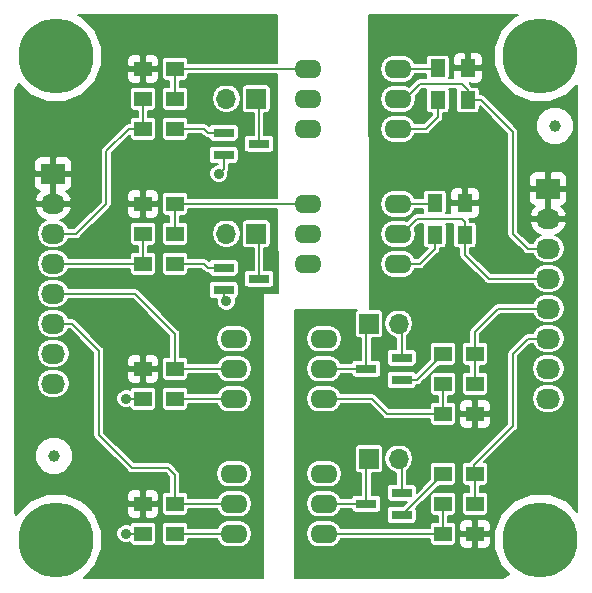
<source format=gbr>
G04 #@! TF.GenerationSoftware,KiCad,Pcbnew,(5.0.2)-1*
G04 #@! TF.CreationDate,2019-06-18T18:27:52-04:00*
G04 #@! TF.ProjectId,OptoFastBi,4f70746f-4661-4737-9442-692e6b696361,rev?*
G04 #@! TF.SameCoordinates,Original*
G04 #@! TF.FileFunction,Copper,L1,Top*
G04 #@! TF.FilePolarity,Positive*
%FSLAX46Y46*%
G04 Gerber Fmt 4.6, Leading zero omitted, Abs format (unit mm)*
G04 Created by KiCad (PCBNEW (5.0.2)-1) date 6/18/2019 6:27:52 PM*
%MOMM*%
%LPD*%
G01*
G04 APERTURE LIST*
G04 #@! TA.AperFunction,BGAPad,CuDef*
%ADD10C,1.000000*%
G04 #@! TD*
G04 #@! TA.AperFunction,SMDPad,CuDef*
%ADD11R,1.500000X1.300000*%
G04 #@! TD*
G04 #@! TA.AperFunction,SMDPad,CuDef*
%ADD12R,1.300000X1.500000*%
G04 #@! TD*
G04 #@! TA.AperFunction,ComponentPad*
%ADD13O,2.300000X1.600000*%
G04 #@! TD*
G04 #@! TA.AperFunction,SMDPad,CuDef*
%ADD14R,1.800860X0.800100*%
G04 #@! TD*
G04 #@! TA.AperFunction,ComponentPad*
%ADD15R,2.032000X1.727200*%
G04 #@! TD*
G04 #@! TA.AperFunction,ComponentPad*
%ADD16O,2.032000X1.727200*%
G04 #@! TD*
G04 #@! TA.AperFunction,ComponentPad*
%ADD17C,6.350000*%
G04 #@! TD*
G04 #@! TA.AperFunction,ComponentPad*
%ADD18R,1.700000X1.700000*%
G04 #@! TD*
G04 #@! TA.AperFunction,ComponentPad*
%ADD19O,1.700000X1.700000*%
G04 #@! TD*
G04 #@! TA.AperFunction,ViaPad*
%ADD20C,0.889000*%
G04 #@! TD*
G04 #@! TA.AperFunction,Conductor*
%ADD21C,0.203200*%
G04 #@! TD*
G04 #@! TA.AperFunction,Conductor*
%ADD22C,0.635000*%
G04 #@! TD*
G04 APERTURE END LIST*
D10*
G04 #@! TO.P,FID1,1*
G04 #@! TO.N,N/C*
X46228000Y-9906000D03*
G04 #@! TD*
G04 #@! TO.P,FID2,1*
G04 #@! TO.N,N/C*
X3810000Y-37846000D03*
G04 #@! TD*
D11*
G04 #@! TO.P,R1,1*
G04 #@! TO.N,/VCCL*
X11350000Y-5080000D03*
G04 #@! TO.P,R1,2*
G04 #@! TO.N,Net-(R1-Pad2)*
X14050000Y-5080000D03*
G04 #@! TD*
D12*
G04 #@! TO.P,R12,1*
G04 #@! TO.N,/OUT1*
X38862000Y-7700000D03*
G04 #@! TO.P,R12,2*
G04 #@! TO.N,/VCCR*
X38862000Y-5000000D03*
G04 #@! TD*
D11*
G04 #@! TO.P,R4,1*
G04 #@! TO.N,/VCCL*
X11350000Y-16510000D03*
G04 #@! TO.P,R4,2*
G04 #@! TO.N,Net-(R4-Pad2)*
X14050000Y-16510000D03*
G04 #@! TD*
D12*
G04 #@! TO.P,R14,1*
G04 #@! TO.N,/OUT2*
X38608000Y-19130000D03*
G04 #@! TO.P,R14,2*
G04 #@! TO.N,/VCCR*
X38608000Y-16430000D03*
G04 #@! TD*
D11*
G04 #@! TO.P,R17,1*
G04 #@! TO.N,/VCCR*
X39450000Y-34290000D03*
G04 #@! TO.P,R17,2*
G04 #@! TO.N,Net-(R16-Pad2)*
X36750000Y-34290000D03*
G04 #@! TD*
G04 #@! TO.P,R7,1*
G04 #@! TO.N,/OUT3*
X14050000Y-30480000D03*
G04 #@! TO.P,R7,2*
G04 #@! TO.N,/VCCL*
X11350000Y-30480000D03*
G04 #@! TD*
G04 #@! TO.P,R20,1*
G04 #@! TO.N,/VCCR*
X39450000Y-44450000D03*
G04 #@! TO.P,R20,2*
G04 #@! TO.N,Net-(R19-Pad2)*
X36750000Y-44450000D03*
G04 #@! TD*
G04 #@! TO.P,R9,1*
G04 #@! TO.N,/OUT4*
X14050000Y-41910000D03*
G04 #@! TO.P,R9,2*
G04 #@! TO.N,/VCCL*
X11350000Y-41910000D03*
G04 #@! TD*
D13*
G04 #@! TO.P,U1,1*
G04 #@! TO.N,Net-(R1-Pad2)*
X25340000Y-5090000D03*
G04 #@! TO.P,U1,2*
G04 #@! TO.N,Net-(H1-Pad1)*
X25340000Y-7630000D03*
G04 #@! TO.P,U1,3*
G04 #@! TO.N,N/C*
X25340000Y-10170000D03*
G04 #@! TO.P,U1,4*
G04 #@! TO.N,/GNDR*
X32960000Y-10170000D03*
G04 #@! TO.P,U1,5*
G04 #@! TO.N,/OUT1*
X32960000Y-7630000D03*
G04 #@! TO.P,U1,6*
G04 #@! TO.N,Net-(R11-Pad1)*
X32960000Y-5090000D03*
G04 #@! TD*
G04 #@! TO.P,U2,1*
G04 #@! TO.N,Net-(R4-Pad2)*
X25340000Y-16520000D03*
G04 #@! TO.P,U2,2*
G04 #@! TO.N,Net-(H2-Pad1)*
X25340000Y-19060000D03*
G04 #@! TO.P,U2,3*
G04 #@! TO.N,N/C*
X25340000Y-21600000D03*
G04 #@! TO.P,U2,4*
G04 #@! TO.N,/GNDR*
X32960000Y-21600000D03*
G04 #@! TO.P,U2,5*
G04 #@! TO.N,/OUT2*
X32960000Y-19060000D03*
G04 #@! TO.P,U2,6*
G04 #@! TO.N,Net-(R13-Pad1)*
X32960000Y-16520000D03*
G04 #@! TD*
G04 #@! TO.P,U3,1*
G04 #@! TO.N,Net-(R16-Pad2)*
X26670000Y-33020000D03*
G04 #@! TO.P,U3,2*
G04 #@! TO.N,Net-(H3-Pad1)*
X26670000Y-30480000D03*
G04 #@! TO.P,U3,3*
G04 #@! TO.N,N/C*
X26670000Y-27940000D03*
G04 #@! TO.P,U3,4*
G04 #@! TO.N,/GNDL*
X19050000Y-27940000D03*
G04 #@! TO.P,U3,5*
G04 #@! TO.N,/OUT3*
X19050000Y-30480000D03*
G04 #@! TO.P,U3,6*
G04 #@! TO.N,Net-(R8-Pad1)*
X19050000Y-33020000D03*
G04 #@! TD*
G04 #@! TO.P,U4,1*
G04 #@! TO.N,Net-(R19-Pad2)*
X26670000Y-44450000D03*
G04 #@! TO.P,U4,2*
G04 #@! TO.N,Net-(H4-Pad1)*
X26670000Y-41910000D03*
G04 #@! TO.P,U4,3*
G04 #@! TO.N,N/C*
X26670000Y-39370000D03*
G04 #@! TO.P,U4,4*
G04 #@! TO.N,/GNDL*
X19050000Y-39370000D03*
G04 #@! TO.P,U4,5*
G04 #@! TO.N,/OUT4*
X19050000Y-41910000D03*
G04 #@! TO.P,U4,6*
G04 #@! TO.N,Net-(R10-Pad1)*
X19050000Y-44450000D03*
G04 #@! TD*
D14*
G04 #@! TO.P,Q1,1*
G04 #@! TO.N,Net-(Q1-Pad1)*
X18183860Y-10480000D03*
G04 #@! TO.P,Q1,2*
G04 #@! TO.N,/GNDL*
X18183860Y-12380000D03*
G04 #@! TO.P,Q1,3*
G04 #@! TO.N,Net-(H1-Pad1)*
X21186140Y-11430000D03*
G04 #@! TD*
G04 #@! TO.P,Q2,1*
G04 #@! TO.N,Net-(Q2-Pad1)*
X18183860Y-21910000D03*
G04 #@! TO.P,Q2,2*
G04 #@! TO.N,/GNDL*
X18183860Y-23810000D03*
G04 #@! TO.P,Q2,3*
G04 #@! TO.N,Net-(H2-Pad1)*
X21186140Y-22860000D03*
G04 #@! TD*
G04 #@! TO.P,Q3,1*
G04 #@! TO.N,Net-(Q3-Pad1)*
X33251140Y-31430000D03*
G04 #@! TO.P,Q3,2*
G04 #@! TO.N,/GNDR*
X33251140Y-29530000D03*
G04 #@! TO.P,Q3,3*
G04 #@! TO.N,Net-(H3-Pad1)*
X30248860Y-30480000D03*
G04 #@! TD*
G04 #@! TO.P,Q4,1*
G04 #@! TO.N,Net-(Q4-Pad1)*
X33251140Y-42860000D03*
G04 #@! TO.P,Q4,2*
G04 #@! TO.N,/GNDR*
X33251140Y-40960000D03*
G04 #@! TO.P,Q4,3*
G04 #@! TO.N,Net-(H4-Pad1)*
X30248860Y-41910000D03*
G04 #@! TD*
D15*
G04 #@! TO.P,P1,1*
G04 #@! TO.N,/VCCL*
X3750000Y-13980000D03*
D16*
G04 #@! TO.P,P1,2*
X3750000Y-16520000D03*
G04 #@! TO.P,P1,3*
G04 #@! TO.N,/IN1*
X3750000Y-19060000D03*
G04 #@! TO.P,P1,4*
G04 #@! TO.N,/IN2*
X3750000Y-21600000D03*
G04 #@! TO.P,P1,5*
G04 #@! TO.N,/OUT3*
X3750000Y-24140000D03*
G04 #@! TO.P,P1,6*
G04 #@! TO.N,/OUT4*
X3750000Y-26680000D03*
G04 #@! TO.P,P1,7*
G04 #@! TO.N,/GNDL*
X3750000Y-29220000D03*
G04 #@! TO.P,P1,8*
X3750000Y-31760000D03*
G04 #@! TD*
D15*
G04 #@! TO.P,P2,1*
G04 #@! TO.N,/VCCR*
X45660000Y-15250000D03*
D16*
G04 #@! TO.P,P2,2*
X45660000Y-17790000D03*
G04 #@! TO.P,P2,3*
G04 #@! TO.N,/OUT1*
X45660000Y-20330000D03*
G04 #@! TO.P,P2,4*
G04 #@! TO.N,/OUT2*
X45660000Y-22870000D03*
G04 #@! TO.P,P2,5*
G04 #@! TO.N,/IN3*
X45660000Y-25410000D03*
G04 #@! TO.P,P2,6*
G04 #@! TO.N,/IN4*
X45660000Y-27950000D03*
G04 #@! TO.P,P2,7*
G04 #@! TO.N,/GNDR*
X45660000Y-30490000D03*
G04 #@! TO.P,P2,8*
X45660000Y-33030000D03*
G04 #@! TD*
D17*
G04 #@! TO.P,MTG1,1*
G04 #@! TO.N,N/C*
X4000000Y-4000000D03*
G04 #@! TD*
G04 #@! TO.P,MTG3,1*
G04 #@! TO.N,N/C*
X45000000Y-4000000D03*
G04 #@! TD*
G04 #@! TO.P,MTG2,1*
G04 #@! TO.N,N/C*
X4000000Y-45000000D03*
G04 #@! TD*
G04 #@! TO.P,MTG4,1*
G04 #@! TO.N,N/C*
X45000000Y-45000000D03*
G04 #@! TD*
D12*
G04 #@! TO.P,R11,1*
G04 #@! TO.N,Net-(R11-Pad1)*
X36322000Y-5000000D03*
G04 #@! TO.P,R11,2*
G04 #@! TO.N,/GNDR*
X36322000Y-7700000D03*
G04 #@! TD*
G04 #@! TO.P,R13,1*
G04 #@! TO.N,Net-(R13-Pad1)*
X36068000Y-16430000D03*
G04 #@! TO.P,R13,2*
G04 #@! TO.N,/GNDR*
X36068000Y-19130000D03*
G04 #@! TD*
D11*
G04 #@! TO.P,R8,1*
G04 #@! TO.N,Net-(R8-Pad1)*
X14050000Y-33020000D03*
G04 #@! TO.P,R8,2*
G04 #@! TO.N,/GNDL*
X11350000Y-33020000D03*
G04 #@! TD*
G04 #@! TO.P,R10,1*
G04 #@! TO.N,Net-(R10-Pad1)*
X14050000Y-44450000D03*
G04 #@! TO.P,R10,2*
G04 #@! TO.N,/GNDL*
X11350000Y-44450000D03*
G04 #@! TD*
G04 #@! TO.P,R3,1*
G04 #@! TO.N,/IN1*
X11350000Y-10160000D03*
G04 #@! TO.P,R3,2*
G04 #@! TO.N,Net-(Q1-Pad1)*
X14050000Y-10160000D03*
G04 #@! TD*
G04 #@! TO.P,R6,1*
G04 #@! TO.N,/IN2*
X11350000Y-21590000D03*
G04 #@! TO.P,R6,2*
G04 #@! TO.N,Net-(Q2-Pad1)*
X14050000Y-21590000D03*
G04 #@! TD*
G04 #@! TO.P,R15,1*
G04 #@! TO.N,/IN3*
X39450000Y-29210000D03*
G04 #@! TO.P,R15,2*
G04 #@! TO.N,Net-(Q3-Pad1)*
X36750000Y-29210000D03*
G04 #@! TD*
G04 #@! TO.P,R18,1*
G04 #@! TO.N,/IN4*
X39450000Y-39370000D03*
G04 #@! TO.P,R18,2*
G04 #@! TO.N,Net-(Q4-Pad1)*
X36750000Y-39370000D03*
G04 #@! TD*
D18*
G04 #@! TO.P,H1,1*
G04 #@! TO.N,Net-(H1-Pad1)*
X20955000Y-7620000D03*
D19*
G04 #@! TO.P,H1,2*
G04 #@! TO.N,/GNDL*
X18415000Y-7620000D03*
G04 #@! TD*
D18*
G04 #@! TO.P,H2,1*
G04 #@! TO.N,Net-(H2-Pad1)*
X20955000Y-19050000D03*
D19*
G04 #@! TO.P,H2,2*
G04 #@! TO.N,/GNDL*
X18415000Y-19050000D03*
G04 #@! TD*
D18*
G04 #@! TO.P,H3,1*
G04 #@! TO.N,Net-(H3-Pad1)*
X30480000Y-26670000D03*
D19*
G04 #@! TO.P,H3,2*
G04 #@! TO.N,/GNDR*
X33020000Y-26670000D03*
G04 #@! TD*
D18*
G04 #@! TO.P,H4,1*
G04 #@! TO.N,Net-(H4-Pad1)*
X30480000Y-38100000D03*
D19*
G04 #@! TO.P,H4,2*
G04 #@! TO.N,/GNDR*
X33020000Y-38100000D03*
G04 #@! TD*
D11*
G04 #@! TO.P,R2,1*
G04 #@! TO.N,/IN1*
X11350000Y-7620000D03*
G04 #@! TO.P,R2,2*
G04 #@! TO.N,Net-(R1-Pad2)*
X14050000Y-7620000D03*
G04 #@! TD*
G04 #@! TO.P,R5,1*
G04 #@! TO.N,/IN2*
X11350000Y-19050000D03*
G04 #@! TO.P,R5,2*
G04 #@! TO.N,Net-(R4-Pad2)*
X14050000Y-19050000D03*
G04 #@! TD*
G04 #@! TO.P,R16,1*
G04 #@! TO.N,/IN3*
X39450000Y-31750000D03*
G04 #@! TO.P,R16,2*
G04 #@! TO.N,Net-(R16-Pad2)*
X36750000Y-31750000D03*
G04 #@! TD*
G04 #@! TO.P,R19,1*
G04 #@! TO.N,/IN4*
X39450000Y-41910000D03*
G04 #@! TO.P,R19,2*
G04 #@! TO.N,Net-(R19-Pad2)*
X36750000Y-41910000D03*
G04 #@! TD*
D20*
G04 #@! TO.N,/GNDL*
X17780000Y-13970000D03*
X18415000Y-24765000D03*
X9906000Y-33020000D03*
X9906000Y-44450000D03*
G04 #@! TD*
D21*
G04 #@! TO.N,Net-(Q1-Pad1)*
X16830000Y-10480000D02*
X16510000Y-10160000D01*
X16510000Y-10160000D02*
X14050000Y-10160000D01*
X18183860Y-10480000D02*
X16830000Y-10480000D01*
G04 #@! TO.N,Net-(Q2-Pad1)*
X16830000Y-21910000D02*
X16510000Y-21590000D01*
X16510000Y-21590000D02*
X14050000Y-21590000D01*
X18183860Y-21910000D02*
X16830000Y-21910000D01*
G04 #@! TO.N,Net-(Q3-Pad1)*
X34530000Y-31430000D02*
X36750000Y-29210000D01*
X33251140Y-31430000D02*
X34530000Y-31430000D01*
G04 #@! TO.N,Net-(Q4-Pad1)*
X33260000Y-42860000D02*
X36750000Y-39370000D01*
X33251140Y-42860000D02*
X33260000Y-42860000D01*
G04 #@! TO.N,Net-(R13-Pad1)*
X35978000Y-16520000D02*
X36068000Y-16430000D01*
X32960000Y-16520000D02*
X35978000Y-16520000D01*
G04 #@! TO.N,Net-(H1-Pad1)*
X20840860Y-7630000D02*
X20828000Y-7642860D01*
D22*
X25327140Y-7642860D02*
X25340000Y-7630000D01*
D21*
X21186140Y-7851140D02*
X20955000Y-7620000D01*
X21186140Y-11430000D02*
X21186140Y-7851140D01*
G04 #@! TO.N,Net-(H2-Pad1)*
X25327140Y-19072860D02*
X25340000Y-19060000D01*
D22*
X25327140Y-19072860D02*
X25340000Y-19060000D01*
D21*
X21186140Y-19281140D02*
X20955000Y-19050000D01*
X21186140Y-22860000D02*
X21186140Y-19281140D01*
X20965000Y-19060000D02*
X20955000Y-19050000D01*
G04 #@! TO.N,Net-(H3-Pad1)*
X26670000Y-30480000D02*
X30248860Y-30480000D01*
X30248860Y-26901140D02*
X30480000Y-26670000D01*
X30248860Y-30480000D02*
X30248860Y-26901140D01*
G04 #@! TO.N,Net-(H4-Pad1)*
X30248860Y-38331140D02*
X30480000Y-38100000D01*
X30248860Y-41910000D02*
X30248860Y-38331140D01*
X26670000Y-41910000D02*
X30248860Y-41910000D01*
D22*
G04 #@! TO.N,Net-(R1-Pad2)*
X25156000Y-4906000D02*
X25340000Y-5090000D01*
D21*
X25250000Y-5000000D02*
X25340000Y-5090000D01*
X14050000Y-7620000D02*
X14050000Y-5080000D01*
X25330000Y-5080000D02*
X25340000Y-5090000D01*
X14050000Y-5080000D02*
X25330000Y-5080000D01*
G04 #@! TO.N,Net-(R4-Pad2)*
X25156000Y-16336000D02*
X25340000Y-16520000D01*
X14060000Y-16520000D02*
X14050000Y-16510000D01*
X25340000Y-16520000D02*
X14060000Y-16520000D01*
X14050000Y-16510000D02*
X14050000Y-19050000D01*
G04 #@! TO.N,/GNDL*
X18183860Y-13566140D02*
X17780000Y-13970000D01*
X18183860Y-12380000D02*
X18183860Y-13566140D01*
X18183860Y-24533860D02*
X18415000Y-24765000D01*
X18183860Y-23810000D02*
X18183860Y-24533860D01*
X11350000Y-33020000D02*
X9906000Y-33020000D01*
X11350000Y-44450000D02*
X9906000Y-44450000D01*
G04 #@! TO.N,/GNDR*
X35998000Y-19060000D02*
X36068000Y-19130000D01*
X36252000Y-7630000D02*
X36322000Y-7700000D01*
X35296000Y-10170000D02*
X36322000Y-9144000D01*
X36322000Y-9144000D02*
X36322000Y-7700000D01*
X32960000Y-10170000D02*
X35296000Y-10170000D01*
X34788000Y-21600000D02*
X36068000Y-20320000D01*
X36068000Y-20320000D02*
X36068000Y-19130000D01*
X32960000Y-21600000D02*
X34788000Y-21600000D01*
X33251140Y-26901140D02*
X33020000Y-26670000D01*
X33251140Y-29530000D02*
X33251140Y-26901140D01*
X33251140Y-38331140D02*
X33020000Y-38100000D01*
X33251140Y-40960000D02*
X33251140Y-38331140D01*
G04 #@! TO.N,/IN1*
X3750000Y-19060000D02*
X4308000Y-19060000D01*
X5705000Y-19060000D02*
X8255000Y-16510000D01*
X8255000Y-16510000D02*
X8255000Y-12065000D01*
X8255000Y-12065000D02*
X10160000Y-10160000D01*
X10160000Y-10160000D02*
X11350000Y-10160000D01*
X3750000Y-19060000D02*
X5705000Y-19060000D01*
X11350000Y-7620000D02*
X11350000Y-10160000D01*
G04 #@! TO.N,/IN2*
X3760000Y-21590000D02*
X3750000Y-21600000D01*
X11350000Y-21590000D02*
X3760000Y-21590000D01*
X11350000Y-19050000D02*
X11350000Y-21590000D01*
G04 #@! TO.N,/OUT3*
X10678000Y-24140000D02*
X14050000Y-27512000D01*
X14050000Y-27512000D02*
X14050000Y-30480000D01*
X3750000Y-24140000D02*
X10678000Y-24140000D01*
X19050000Y-30480000D02*
X14050000Y-30480000D01*
G04 #@! TO.N,/OUT4*
X19050000Y-41910000D02*
X14050000Y-41910000D01*
X5344000Y-26680000D02*
X7620000Y-28956000D01*
X7620000Y-28956000D02*
X7620000Y-36068000D01*
X7620000Y-36068000D02*
X10414000Y-38862000D01*
X10414000Y-38862000D02*
X13462000Y-38862000D01*
X13462000Y-38862000D02*
X14050000Y-39450000D01*
X14050000Y-39450000D02*
X14050000Y-41910000D01*
X3750000Y-26680000D02*
X5344000Y-26680000D01*
G04 #@! TO.N,/OUT1*
X39136000Y-7710000D02*
X38862000Y-7700000D01*
X38782000Y-7620000D02*
X38862000Y-7700000D01*
X39958000Y-7700000D02*
X42672000Y-10414000D01*
X42672000Y-10414000D02*
X42672000Y-19050000D01*
X42672000Y-19050000D02*
X43952000Y-20330000D01*
X43952000Y-20330000D02*
X45660000Y-20330000D01*
X38862000Y-7700000D02*
X39958000Y-7700000D01*
X38862000Y-6858000D02*
X38862000Y-7700000D01*
X38354000Y-6350000D02*
X38862000Y-6858000D01*
X34798000Y-6350000D02*
X38354000Y-6350000D01*
X33518000Y-7630000D02*
X34798000Y-6350000D01*
X32960000Y-7630000D02*
X33518000Y-7630000D01*
G04 #@! TO.N,/OUT2*
X38528000Y-19050000D02*
X38608000Y-19130000D01*
X40650000Y-22870000D02*
X38608000Y-20828000D01*
X38608000Y-20828000D02*
X38608000Y-19130000D01*
X45660000Y-22870000D02*
X40650000Y-22870000D01*
X38608000Y-18034000D02*
X38608000Y-19130000D01*
X38354000Y-17780000D02*
X38608000Y-18034000D01*
X34544000Y-17780000D02*
X38354000Y-17780000D01*
X33264000Y-19060000D02*
X34544000Y-17780000D01*
X32960000Y-19060000D02*
X33264000Y-19060000D01*
G04 #@! TO.N,/IN3*
X41392000Y-25410000D02*
X39450000Y-27352000D01*
X39450000Y-27352000D02*
X39450000Y-29210000D01*
X45660000Y-25410000D02*
X41392000Y-25410000D01*
X39450000Y-29210000D02*
X39450000Y-31750000D01*
G04 #@! TO.N,/IN4*
X43932000Y-27950000D02*
X45660000Y-27950000D01*
X42672000Y-29210000D02*
X43932000Y-27950000D01*
X42672000Y-35306000D02*
X42672000Y-29210000D01*
X39370000Y-38608000D02*
X42672000Y-35306000D01*
X39370000Y-39290000D02*
X39370000Y-38608000D01*
X39450000Y-39370000D02*
X39370000Y-39290000D01*
X39450000Y-41910000D02*
X39450000Y-39370000D01*
G04 #@! TO.N,Net-(R8-Pad1)*
X19050000Y-33020000D02*
X14050000Y-33020000D01*
G04 #@! TO.N,Net-(R10-Pad1)*
X19050000Y-44450000D02*
X14050000Y-44450000D01*
G04 #@! TO.N,Net-(R11-Pad1)*
X36232000Y-5090000D02*
X36322000Y-5000000D01*
X32960000Y-5090000D02*
X36232000Y-5090000D01*
G04 #@! TO.N,Net-(R16-Pad2)*
X32004000Y-34290000D02*
X30734000Y-33020000D01*
X30734000Y-33020000D02*
X26670000Y-33020000D01*
X36750000Y-34290000D02*
X32004000Y-34290000D01*
X36750000Y-34290000D02*
X36750000Y-31750000D01*
G04 #@! TO.N,Net-(R19-Pad2)*
X26670000Y-44450000D02*
X36750000Y-44450000D01*
X36750000Y-44450000D02*
X36750000Y-41910000D01*
G04 #@! TD*
G04 #@! TO.N,/VCCL*
G36*
X22709874Y-4622800D02*
X15162566Y-4622800D01*
X15162566Y-4430000D01*
X15134967Y-4291252D01*
X15056373Y-4173627D01*
X14938748Y-4095033D01*
X14800000Y-4067434D01*
X13300000Y-4067434D01*
X13161252Y-4095033D01*
X13043627Y-4173627D01*
X12965033Y-4291252D01*
X12937434Y-4430000D01*
X12937434Y-5730000D01*
X12965033Y-5868748D01*
X13043627Y-5986373D01*
X13161252Y-6064967D01*
X13300000Y-6092566D01*
X13592801Y-6092566D01*
X13592800Y-6607434D01*
X13300000Y-6607434D01*
X13161252Y-6635033D01*
X13043627Y-6713627D01*
X12965033Y-6831252D01*
X12937434Y-6970000D01*
X12937434Y-8270000D01*
X12965033Y-8408748D01*
X13043627Y-8526373D01*
X13161252Y-8604967D01*
X13300000Y-8632566D01*
X14800000Y-8632566D01*
X14938748Y-8604967D01*
X15056373Y-8526373D01*
X15134967Y-8408748D01*
X15162566Y-8270000D01*
X15162566Y-7620000D01*
X17185781Y-7620000D01*
X17279350Y-8090402D01*
X17545811Y-8489189D01*
X17944598Y-8755650D01*
X18296260Y-8825600D01*
X18533740Y-8825600D01*
X18885402Y-8755650D01*
X19284189Y-8489189D01*
X19550650Y-8090402D01*
X19644219Y-7620000D01*
X19550650Y-7149598D01*
X19297011Y-6770000D01*
X19742434Y-6770000D01*
X19742434Y-8470000D01*
X19770033Y-8608748D01*
X19848627Y-8726373D01*
X19966252Y-8804967D01*
X20105000Y-8832566D01*
X20728941Y-8832566D01*
X20728940Y-10667384D01*
X20285710Y-10667384D01*
X20146962Y-10694983D01*
X20029337Y-10773577D01*
X19950743Y-10891202D01*
X19923144Y-11029950D01*
X19923144Y-11830050D01*
X19950743Y-11968798D01*
X20029337Y-12086423D01*
X20146962Y-12165017D01*
X20285710Y-12192616D01*
X22086570Y-12192616D01*
X22225318Y-12165017D01*
X22342943Y-12086423D01*
X22421537Y-11968798D01*
X22449136Y-11830050D01*
X22449136Y-11029950D01*
X22421537Y-10891202D01*
X22342943Y-10773577D01*
X22225318Y-10694983D01*
X22086570Y-10667384D01*
X21643340Y-10667384D01*
X21643340Y-8832566D01*
X21805000Y-8832566D01*
X21943748Y-8804967D01*
X22061373Y-8726373D01*
X22139967Y-8608748D01*
X22167566Y-8470000D01*
X22167566Y-6770000D01*
X22139967Y-6631252D01*
X22061373Y-6513627D01*
X21943748Y-6435033D01*
X21805000Y-6407434D01*
X20105000Y-6407434D01*
X19966252Y-6435033D01*
X19848627Y-6513627D01*
X19770033Y-6631252D01*
X19742434Y-6770000D01*
X19297011Y-6770000D01*
X19284189Y-6750811D01*
X18885402Y-6484350D01*
X18533740Y-6414400D01*
X18296260Y-6414400D01*
X17944598Y-6484350D01*
X17545811Y-6750811D01*
X17279350Y-7149598D01*
X17185781Y-7620000D01*
X15162566Y-7620000D01*
X15162566Y-6970000D01*
X15134967Y-6831252D01*
X15056373Y-6713627D01*
X14938748Y-6635033D01*
X14800000Y-6607434D01*
X14507200Y-6607434D01*
X14507200Y-6092566D01*
X14800000Y-6092566D01*
X14938748Y-6064967D01*
X15056373Y-5986373D01*
X15134967Y-5868748D01*
X15162566Y-5730000D01*
X15162566Y-5537200D01*
X22712149Y-5537200D01*
X22738332Y-16062800D01*
X15162566Y-16062800D01*
X15162566Y-15860000D01*
X15134967Y-15721252D01*
X15056373Y-15603627D01*
X14938748Y-15525033D01*
X14800000Y-15497434D01*
X13300000Y-15497434D01*
X13161252Y-15525033D01*
X13043627Y-15603627D01*
X12965033Y-15721252D01*
X12937434Y-15860000D01*
X12937434Y-17160000D01*
X12965033Y-17298748D01*
X13043627Y-17416373D01*
X13161252Y-17494967D01*
X13300000Y-17522566D01*
X13592800Y-17522566D01*
X13592801Y-18037434D01*
X13300000Y-18037434D01*
X13161252Y-18065033D01*
X13043627Y-18143627D01*
X12965033Y-18261252D01*
X12937434Y-18400000D01*
X12937434Y-19700000D01*
X12965033Y-19838748D01*
X13043627Y-19956373D01*
X13161252Y-20034967D01*
X13300000Y-20062566D01*
X14800000Y-20062566D01*
X14938748Y-20034967D01*
X15056373Y-19956373D01*
X15134967Y-19838748D01*
X15162566Y-19700000D01*
X15162566Y-19050000D01*
X17185781Y-19050000D01*
X17279350Y-19520402D01*
X17545811Y-19919189D01*
X17944598Y-20185650D01*
X18296260Y-20255600D01*
X18533740Y-20255600D01*
X18885402Y-20185650D01*
X19284189Y-19919189D01*
X19550650Y-19520402D01*
X19644219Y-19050000D01*
X19550650Y-18579598D01*
X19297011Y-18200000D01*
X19742434Y-18200000D01*
X19742434Y-19900000D01*
X19770033Y-20038748D01*
X19848627Y-20156373D01*
X19966252Y-20234967D01*
X20105000Y-20262566D01*
X20728941Y-20262566D01*
X20728940Y-22097384D01*
X20285710Y-22097384D01*
X20146962Y-22124983D01*
X20029337Y-22203577D01*
X19950743Y-22321202D01*
X19923144Y-22459950D01*
X19923144Y-23260050D01*
X19950743Y-23398798D01*
X20029337Y-23516423D01*
X20146962Y-23595017D01*
X20285710Y-23622616D01*
X22086570Y-23622616D01*
X22225318Y-23595017D01*
X22342943Y-23516423D01*
X22421537Y-23398798D01*
X22449136Y-23260050D01*
X22449136Y-22459950D01*
X22421537Y-22321202D01*
X22342943Y-22203577D01*
X22225318Y-22124983D01*
X22086570Y-22097384D01*
X21643340Y-22097384D01*
X21643340Y-20262566D01*
X21805000Y-20262566D01*
X21943748Y-20234967D01*
X22061373Y-20156373D01*
X22139967Y-20038748D01*
X22167566Y-19900000D01*
X22167566Y-18200000D01*
X22139967Y-18061252D01*
X22061373Y-17943627D01*
X21943748Y-17865033D01*
X21805000Y-17837434D01*
X20105000Y-17837434D01*
X19966252Y-17865033D01*
X19848627Y-17943627D01*
X19770033Y-18061252D01*
X19742434Y-18200000D01*
X19297011Y-18200000D01*
X19284189Y-18180811D01*
X18885402Y-17914350D01*
X18533740Y-17844400D01*
X18296260Y-17844400D01*
X17944598Y-17914350D01*
X17545811Y-18180811D01*
X17279350Y-18579598D01*
X17185781Y-19050000D01*
X15162566Y-19050000D01*
X15162566Y-18400000D01*
X15134967Y-18261252D01*
X15056373Y-18143627D01*
X14938748Y-18065033D01*
X14800000Y-18037434D01*
X14507200Y-18037434D01*
X14507200Y-17522566D01*
X14800000Y-17522566D01*
X14938748Y-17494967D01*
X15056373Y-17416373D01*
X15134967Y-17298748D01*
X15162566Y-17160000D01*
X15162566Y-16977200D01*
X22740607Y-16977200D01*
X22758147Y-24028400D01*
X21590000Y-24028400D01*
X21551119Y-24036134D01*
X21518158Y-24058158D01*
X21496134Y-24091119D01*
X21488400Y-24130000D01*
X21488400Y-48158457D01*
X6364905Y-48166934D01*
X7316095Y-47215744D01*
X7911600Y-45778066D01*
X7911600Y-44290850D01*
X9105900Y-44290850D01*
X9105900Y-44609150D01*
X9227708Y-44903220D01*
X9452780Y-45128292D01*
X9746850Y-45250100D01*
X10065150Y-45250100D01*
X10251904Y-45172744D01*
X10265033Y-45238748D01*
X10343627Y-45356373D01*
X10461252Y-45434967D01*
X10600000Y-45462566D01*
X12100000Y-45462566D01*
X12238748Y-45434967D01*
X12356373Y-45356373D01*
X12434967Y-45238748D01*
X12462566Y-45100000D01*
X12462566Y-43800000D01*
X12937434Y-43800000D01*
X12937434Y-45100000D01*
X12965033Y-45238748D01*
X13043627Y-45356373D01*
X13161252Y-45434967D01*
X13300000Y-45462566D01*
X14800000Y-45462566D01*
X14938748Y-45434967D01*
X15056373Y-45356373D01*
X15134967Y-45238748D01*
X15162566Y-45100000D01*
X15162566Y-44907200D01*
X17615663Y-44907200D01*
X17866859Y-45283141D01*
X18249107Y-45538551D01*
X18586186Y-45605600D01*
X19513814Y-45605600D01*
X19850893Y-45538551D01*
X20233141Y-45283141D01*
X20488551Y-44900893D01*
X20578239Y-44450000D01*
X20488551Y-43999107D01*
X20233141Y-43616859D01*
X19850893Y-43361449D01*
X19513814Y-43294400D01*
X18586186Y-43294400D01*
X18249107Y-43361449D01*
X17866859Y-43616859D01*
X17615663Y-43992800D01*
X15162566Y-43992800D01*
X15162566Y-43800000D01*
X15134967Y-43661252D01*
X15056373Y-43543627D01*
X14938748Y-43465033D01*
X14800000Y-43437434D01*
X13300000Y-43437434D01*
X13161252Y-43465033D01*
X13043627Y-43543627D01*
X12965033Y-43661252D01*
X12937434Y-43800000D01*
X12462566Y-43800000D01*
X12434967Y-43661252D01*
X12356373Y-43543627D01*
X12238748Y-43465033D01*
X12100000Y-43437434D01*
X10600000Y-43437434D01*
X10461252Y-43465033D01*
X10343627Y-43543627D01*
X10265033Y-43661252D01*
X10251904Y-43727256D01*
X10065150Y-43649900D01*
X9746850Y-43649900D01*
X9452780Y-43771708D01*
X9227708Y-43996780D01*
X9105900Y-44290850D01*
X7911600Y-44290850D01*
X7911600Y-44221934D01*
X7316095Y-42784256D01*
X6746639Y-42214800D01*
X9990400Y-42214800D01*
X9990400Y-42681257D01*
X10083206Y-42905311D01*
X10254689Y-43076794D01*
X10478743Y-43169600D01*
X11045200Y-43169600D01*
X11197600Y-43017200D01*
X11197600Y-42062400D01*
X11502400Y-42062400D01*
X11502400Y-43017200D01*
X11654800Y-43169600D01*
X12221257Y-43169600D01*
X12445311Y-43076794D01*
X12616794Y-42905311D01*
X12709600Y-42681257D01*
X12709600Y-42214800D01*
X12557200Y-42062400D01*
X11502400Y-42062400D01*
X11197600Y-42062400D01*
X10142800Y-42062400D01*
X9990400Y-42214800D01*
X6746639Y-42214800D01*
X6215744Y-41683905D01*
X4899605Y-41138743D01*
X9990400Y-41138743D01*
X9990400Y-41605200D01*
X10142800Y-41757600D01*
X11197600Y-41757600D01*
X11197600Y-40802800D01*
X11502400Y-40802800D01*
X11502400Y-41757600D01*
X12557200Y-41757600D01*
X12709600Y-41605200D01*
X12709600Y-41138743D01*
X12616794Y-40914689D01*
X12445311Y-40743206D01*
X12221257Y-40650400D01*
X11654800Y-40650400D01*
X11502400Y-40802800D01*
X11197600Y-40802800D01*
X11045200Y-40650400D01*
X10478743Y-40650400D01*
X10254689Y-40743206D01*
X10083206Y-40914689D01*
X9990400Y-41138743D01*
X4899605Y-41138743D01*
X4778066Y-41088400D01*
X3221934Y-41088400D01*
X1784256Y-41683905D01*
X683905Y-42784256D01*
X640260Y-42889625D01*
X546100Y-42732692D01*
X546100Y-37527422D01*
X2208400Y-37527422D01*
X2208400Y-38164578D01*
X2452229Y-38753233D01*
X2902767Y-39203771D01*
X3491422Y-39447600D01*
X4128578Y-39447600D01*
X4717233Y-39203771D01*
X5167771Y-38753233D01*
X5411600Y-38164578D01*
X5411600Y-37527422D01*
X5167771Y-36938767D01*
X4717233Y-36488229D01*
X4128578Y-36244400D01*
X3491422Y-36244400D01*
X2902767Y-36488229D01*
X2452229Y-36938767D01*
X2208400Y-37527422D01*
X546100Y-37527422D01*
X546100Y-31760000D01*
X2354515Y-31760000D01*
X2449139Y-32235708D01*
X2718606Y-32638994D01*
X3121892Y-32908461D01*
X3477522Y-32979200D01*
X4022478Y-32979200D01*
X4378108Y-32908461D01*
X4781394Y-32638994D01*
X5050861Y-32235708D01*
X5145485Y-31760000D01*
X5050861Y-31284292D01*
X4781394Y-30881006D01*
X4378108Y-30611539D01*
X4022478Y-30540800D01*
X3477522Y-30540800D01*
X3121892Y-30611539D01*
X2718606Y-30881006D01*
X2449139Y-31284292D01*
X2354515Y-31760000D01*
X546100Y-31760000D01*
X546100Y-29220000D01*
X2354515Y-29220000D01*
X2449139Y-29695708D01*
X2718606Y-30098994D01*
X3121892Y-30368461D01*
X3477522Y-30439200D01*
X4022478Y-30439200D01*
X4378108Y-30368461D01*
X4781394Y-30098994D01*
X5050861Y-29695708D01*
X5145485Y-29220000D01*
X5050861Y-28744292D01*
X4781394Y-28341006D01*
X4378108Y-28071539D01*
X4022478Y-28000800D01*
X3477522Y-28000800D01*
X3121892Y-28071539D01*
X2718606Y-28341006D01*
X2449139Y-28744292D01*
X2354515Y-29220000D01*
X546100Y-29220000D01*
X546100Y-26680000D01*
X2354515Y-26680000D01*
X2449139Y-27155708D01*
X2718606Y-27558994D01*
X3121892Y-27828461D01*
X3477522Y-27899200D01*
X4022478Y-27899200D01*
X4378108Y-27828461D01*
X4781394Y-27558994D01*
X5050861Y-27155708D01*
X5054542Y-27137200D01*
X5154622Y-27137200D01*
X7162800Y-29145379D01*
X7162801Y-36022965D01*
X7153843Y-36068000D01*
X7189327Y-36246390D01*
X7189328Y-36246391D01*
X7290378Y-36397623D01*
X7328552Y-36423130D01*
X10058868Y-39153446D01*
X10084377Y-39191623D01*
X10204086Y-39271610D01*
X10235609Y-39292673D01*
X10414000Y-39328157D01*
X10459030Y-39319200D01*
X13272622Y-39319200D01*
X13592800Y-39639378D01*
X13592801Y-40897434D01*
X13300000Y-40897434D01*
X13161252Y-40925033D01*
X13043627Y-41003627D01*
X12965033Y-41121252D01*
X12937434Y-41260000D01*
X12937434Y-42560000D01*
X12965033Y-42698748D01*
X13043627Y-42816373D01*
X13161252Y-42894967D01*
X13300000Y-42922566D01*
X14800000Y-42922566D01*
X14938748Y-42894967D01*
X15056373Y-42816373D01*
X15134967Y-42698748D01*
X15162566Y-42560000D01*
X15162566Y-42367200D01*
X17615663Y-42367200D01*
X17866859Y-42743141D01*
X18249107Y-42998551D01*
X18586186Y-43065600D01*
X19513814Y-43065600D01*
X19850893Y-42998551D01*
X20233141Y-42743141D01*
X20488551Y-42360893D01*
X20578239Y-41910000D01*
X20488551Y-41459107D01*
X20233141Y-41076859D01*
X19850893Y-40821449D01*
X19513814Y-40754400D01*
X18586186Y-40754400D01*
X18249107Y-40821449D01*
X17866859Y-41076859D01*
X17615663Y-41452800D01*
X15162566Y-41452800D01*
X15162566Y-41260000D01*
X15134967Y-41121252D01*
X15056373Y-41003627D01*
X14938748Y-40925033D01*
X14800000Y-40897434D01*
X14507200Y-40897434D01*
X14507200Y-39495030D01*
X14516157Y-39450000D01*
X14500245Y-39370000D01*
X17521761Y-39370000D01*
X17611449Y-39820893D01*
X17866859Y-40203141D01*
X18249107Y-40458551D01*
X18586186Y-40525600D01*
X19513814Y-40525600D01*
X19850893Y-40458551D01*
X20233141Y-40203141D01*
X20488551Y-39820893D01*
X20578239Y-39370000D01*
X20488551Y-38919107D01*
X20233141Y-38536859D01*
X19850893Y-38281449D01*
X19513814Y-38214400D01*
X18586186Y-38214400D01*
X18249107Y-38281449D01*
X17866859Y-38536859D01*
X17611449Y-38919107D01*
X17521761Y-39370000D01*
X14500245Y-39370000D01*
X14480673Y-39271609D01*
X14427227Y-39191622D01*
X14379623Y-39120377D01*
X14341446Y-39094868D01*
X13817132Y-38570554D01*
X13791623Y-38532377D01*
X13640391Y-38431327D01*
X13507030Y-38404800D01*
X13462000Y-38395843D01*
X13416970Y-38404800D01*
X10603378Y-38404800D01*
X8077200Y-35878622D01*
X8077200Y-32860850D01*
X9105900Y-32860850D01*
X9105900Y-33179150D01*
X9227708Y-33473220D01*
X9452780Y-33698292D01*
X9746850Y-33820100D01*
X10065150Y-33820100D01*
X10251904Y-33742744D01*
X10265033Y-33808748D01*
X10343627Y-33926373D01*
X10461252Y-34004967D01*
X10600000Y-34032566D01*
X12100000Y-34032566D01*
X12238748Y-34004967D01*
X12356373Y-33926373D01*
X12434967Y-33808748D01*
X12462566Y-33670000D01*
X12462566Y-32370000D01*
X12937434Y-32370000D01*
X12937434Y-33670000D01*
X12965033Y-33808748D01*
X13043627Y-33926373D01*
X13161252Y-34004967D01*
X13300000Y-34032566D01*
X14800000Y-34032566D01*
X14938748Y-34004967D01*
X15056373Y-33926373D01*
X15134967Y-33808748D01*
X15162566Y-33670000D01*
X15162566Y-33477200D01*
X17615663Y-33477200D01*
X17866859Y-33853141D01*
X18249107Y-34108551D01*
X18586186Y-34175600D01*
X19513814Y-34175600D01*
X19850893Y-34108551D01*
X20233141Y-33853141D01*
X20488551Y-33470893D01*
X20578239Y-33020000D01*
X20488551Y-32569107D01*
X20233141Y-32186859D01*
X19850893Y-31931449D01*
X19513814Y-31864400D01*
X18586186Y-31864400D01*
X18249107Y-31931449D01*
X17866859Y-32186859D01*
X17615663Y-32562800D01*
X15162566Y-32562800D01*
X15162566Y-32370000D01*
X15134967Y-32231252D01*
X15056373Y-32113627D01*
X14938748Y-32035033D01*
X14800000Y-32007434D01*
X13300000Y-32007434D01*
X13161252Y-32035033D01*
X13043627Y-32113627D01*
X12965033Y-32231252D01*
X12937434Y-32370000D01*
X12462566Y-32370000D01*
X12434967Y-32231252D01*
X12356373Y-32113627D01*
X12238748Y-32035033D01*
X12100000Y-32007434D01*
X10600000Y-32007434D01*
X10461252Y-32035033D01*
X10343627Y-32113627D01*
X10265033Y-32231252D01*
X10251904Y-32297256D01*
X10065150Y-32219900D01*
X9746850Y-32219900D01*
X9452780Y-32341708D01*
X9227708Y-32566780D01*
X9105900Y-32860850D01*
X8077200Y-32860850D01*
X8077200Y-30784800D01*
X9990400Y-30784800D01*
X9990400Y-31251257D01*
X10083206Y-31475311D01*
X10254689Y-31646794D01*
X10478743Y-31739600D01*
X11045200Y-31739600D01*
X11197600Y-31587200D01*
X11197600Y-30632400D01*
X11502400Y-30632400D01*
X11502400Y-31587200D01*
X11654800Y-31739600D01*
X12221257Y-31739600D01*
X12445311Y-31646794D01*
X12616794Y-31475311D01*
X12709600Y-31251257D01*
X12709600Y-30784800D01*
X12557200Y-30632400D01*
X11502400Y-30632400D01*
X11197600Y-30632400D01*
X10142800Y-30632400D01*
X9990400Y-30784800D01*
X8077200Y-30784800D01*
X8077200Y-29708743D01*
X9990400Y-29708743D01*
X9990400Y-30175200D01*
X10142800Y-30327600D01*
X11197600Y-30327600D01*
X11197600Y-29372800D01*
X11502400Y-29372800D01*
X11502400Y-30327600D01*
X12557200Y-30327600D01*
X12709600Y-30175200D01*
X12709600Y-29708743D01*
X12616794Y-29484689D01*
X12445311Y-29313206D01*
X12221257Y-29220400D01*
X11654800Y-29220400D01*
X11502400Y-29372800D01*
X11197600Y-29372800D01*
X11045200Y-29220400D01*
X10478743Y-29220400D01*
X10254689Y-29313206D01*
X10083206Y-29484689D01*
X9990400Y-29708743D01*
X8077200Y-29708743D01*
X8077200Y-29001029D01*
X8086157Y-28955999D01*
X8050673Y-28777609D01*
X7975130Y-28664551D01*
X7949623Y-28626377D01*
X7911449Y-28600870D01*
X5699132Y-26388554D01*
X5673623Y-26350377D01*
X5522391Y-26249327D01*
X5389030Y-26222800D01*
X5344000Y-26213843D01*
X5298970Y-26222800D01*
X5054542Y-26222800D01*
X5050861Y-26204292D01*
X4781394Y-25801006D01*
X4378108Y-25531539D01*
X4022478Y-25460800D01*
X3477522Y-25460800D01*
X3121892Y-25531539D01*
X2718606Y-25801006D01*
X2449139Y-26204292D01*
X2354515Y-26680000D01*
X546100Y-26680000D01*
X546100Y-24140000D01*
X2354515Y-24140000D01*
X2449139Y-24615708D01*
X2718606Y-25018994D01*
X3121892Y-25288461D01*
X3477522Y-25359200D01*
X4022478Y-25359200D01*
X4378108Y-25288461D01*
X4781394Y-25018994D01*
X5050861Y-24615708D01*
X5054542Y-24597200D01*
X10488622Y-24597200D01*
X13592800Y-27701379D01*
X13592801Y-29467434D01*
X13300000Y-29467434D01*
X13161252Y-29495033D01*
X13043627Y-29573627D01*
X12965033Y-29691252D01*
X12937434Y-29830000D01*
X12937434Y-31130000D01*
X12965033Y-31268748D01*
X13043627Y-31386373D01*
X13161252Y-31464967D01*
X13300000Y-31492566D01*
X14800000Y-31492566D01*
X14938748Y-31464967D01*
X15056373Y-31386373D01*
X15134967Y-31268748D01*
X15162566Y-31130000D01*
X15162566Y-30937200D01*
X17615663Y-30937200D01*
X17866859Y-31313141D01*
X18249107Y-31568551D01*
X18586186Y-31635600D01*
X19513814Y-31635600D01*
X19850893Y-31568551D01*
X20233141Y-31313141D01*
X20488551Y-30930893D01*
X20578239Y-30480000D01*
X20488551Y-30029107D01*
X20233141Y-29646859D01*
X19850893Y-29391449D01*
X19513814Y-29324400D01*
X18586186Y-29324400D01*
X18249107Y-29391449D01*
X17866859Y-29646859D01*
X17615663Y-30022800D01*
X15162566Y-30022800D01*
X15162566Y-29830000D01*
X15134967Y-29691252D01*
X15056373Y-29573627D01*
X14938748Y-29495033D01*
X14800000Y-29467434D01*
X14507200Y-29467434D01*
X14507200Y-27940000D01*
X17521761Y-27940000D01*
X17611449Y-28390893D01*
X17866859Y-28773141D01*
X18249107Y-29028551D01*
X18586186Y-29095600D01*
X19513814Y-29095600D01*
X19850893Y-29028551D01*
X20233141Y-28773141D01*
X20488551Y-28390893D01*
X20578239Y-27940000D01*
X20488551Y-27489107D01*
X20233141Y-27106859D01*
X19850893Y-26851449D01*
X19513814Y-26784400D01*
X18586186Y-26784400D01*
X18249107Y-26851449D01*
X17866859Y-27106859D01*
X17611449Y-27489107D01*
X17521761Y-27940000D01*
X14507200Y-27940000D01*
X14507200Y-27557029D01*
X14516157Y-27511999D01*
X14480673Y-27333609D01*
X14405130Y-27220551D01*
X14379623Y-27182377D01*
X14341449Y-27156870D01*
X11033132Y-23848554D01*
X11007623Y-23810377D01*
X10856391Y-23709327D01*
X10723030Y-23682800D01*
X10678000Y-23673843D01*
X10632970Y-23682800D01*
X5054542Y-23682800D01*
X5050861Y-23664292D01*
X4880916Y-23409950D01*
X16920864Y-23409950D01*
X16920864Y-24210050D01*
X16948463Y-24348798D01*
X17027057Y-24466423D01*
X17144682Y-24545017D01*
X17283430Y-24572616D01*
X17628666Y-24572616D01*
X17614900Y-24605850D01*
X17614900Y-24924150D01*
X17736708Y-25218220D01*
X17961780Y-25443292D01*
X18255850Y-25565100D01*
X18574150Y-25565100D01*
X18868220Y-25443292D01*
X19093292Y-25218220D01*
X19215100Y-24924150D01*
X19215100Y-24605850D01*
X19192424Y-24551106D01*
X19223038Y-24545017D01*
X19340663Y-24466423D01*
X19419257Y-24348798D01*
X19446856Y-24210050D01*
X19446856Y-23409950D01*
X19419257Y-23271202D01*
X19340663Y-23153577D01*
X19223038Y-23074983D01*
X19084290Y-23047384D01*
X17283430Y-23047384D01*
X17144682Y-23074983D01*
X17027057Y-23153577D01*
X16948463Y-23271202D01*
X16920864Y-23409950D01*
X4880916Y-23409950D01*
X4781394Y-23261006D01*
X4378108Y-22991539D01*
X4022478Y-22920800D01*
X3477522Y-22920800D01*
X3121892Y-22991539D01*
X2718606Y-23261006D01*
X2449139Y-23664292D01*
X2354515Y-24140000D01*
X546100Y-24140000D01*
X546100Y-21600000D01*
X2354515Y-21600000D01*
X2449139Y-22075708D01*
X2718606Y-22478994D01*
X3121892Y-22748461D01*
X3477522Y-22819200D01*
X4022478Y-22819200D01*
X4378108Y-22748461D01*
X4781394Y-22478994D01*
X5050861Y-22075708D01*
X5056532Y-22047200D01*
X10237434Y-22047200D01*
X10237434Y-22240000D01*
X10265033Y-22378748D01*
X10343627Y-22496373D01*
X10461252Y-22574967D01*
X10600000Y-22602566D01*
X12100000Y-22602566D01*
X12238748Y-22574967D01*
X12356373Y-22496373D01*
X12434967Y-22378748D01*
X12462566Y-22240000D01*
X12462566Y-20940000D01*
X12937434Y-20940000D01*
X12937434Y-22240000D01*
X12965033Y-22378748D01*
X13043627Y-22496373D01*
X13161252Y-22574967D01*
X13300000Y-22602566D01*
X14800000Y-22602566D01*
X14938748Y-22574967D01*
X15056373Y-22496373D01*
X15134967Y-22378748D01*
X15162566Y-22240000D01*
X15162566Y-22047200D01*
X16320622Y-22047200D01*
X16474868Y-22201446D01*
X16500377Y-22239623D01*
X16622469Y-22321202D01*
X16651609Y-22340673D01*
X16829999Y-22376157D01*
X16875029Y-22367200D01*
X16932232Y-22367200D01*
X16948463Y-22448798D01*
X17027057Y-22566423D01*
X17144682Y-22645017D01*
X17283430Y-22672616D01*
X19084290Y-22672616D01*
X19223038Y-22645017D01*
X19340663Y-22566423D01*
X19419257Y-22448798D01*
X19446856Y-22310050D01*
X19446856Y-21509950D01*
X19419257Y-21371202D01*
X19340663Y-21253577D01*
X19223038Y-21174983D01*
X19084290Y-21147384D01*
X17283430Y-21147384D01*
X17144682Y-21174983D01*
X17027057Y-21253577D01*
X16948463Y-21371202D01*
X16946691Y-21380113D01*
X16865132Y-21298554D01*
X16839623Y-21260377D01*
X16688391Y-21159327D01*
X16555030Y-21132800D01*
X16510000Y-21123843D01*
X16464970Y-21132800D01*
X15162566Y-21132800D01*
X15162566Y-20940000D01*
X15134967Y-20801252D01*
X15056373Y-20683627D01*
X14938748Y-20605033D01*
X14800000Y-20577434D01*
X13300000Y-20577434D01*
X13161252Y-20605033D01*
X13043627Y-20683627D01*
X12965033Y-20801252D01*
X12937434Y-20940000D01*
X12462566Y-20940000D01*
X12434967Y-20801252D01*
X12356373Y-20683627D01*
X12238748Y-20605033D01*
X12100000Y-20577434D01*
X11807200Y-20577434D01*
X11807200Y-20062566D01*
X12100000Y-20062566D01*
X12238748Y-20034967D01*
X12356373Y-19956373D01*
X12434967Y-19838748D01*
X12462566Y-19700000D01*
X12462566Y-18400000D01*
X12434967Y-18261252D01*
X12356373Y-18143627D01*
X12238748Y-18065033D01*
X12100000Y-18037434D01*
X10600000Y-18037434D01*
X10461252Y-18065033D01*
X10343627Y-18143627D01*
X10265033Y-18261252D01*
X10237434Y-18400000D01*
X10237434Y-19700000D01*
X10265033Y-19838748D01*
X10343627Y-19956373D01*
X10461252Y-20034967D01*
X10600000Y-20062566D01*
X10892800Y-20062566D01*
X10892801Y-20577434D01*
X10600000Y-20577434D01*
X10461252Y-20605033D01*
X10343627Y-20683627D01*
X10265033Y-20801252D01*
X10237434Y-20940000D01*
X10237434Y-21132800D01*
X5052553Y-21132800D01*
X5050861Y-21124292D01*
X4781394Y-20721006D01*
X4378108Y-20451539D01*
X4022478Y-20380800D01*
X3477522Y-20380800D01*
X3121892Y-20451539D01*
X2718606Y-20721006D01*
X2449139Y-21124292D01*
X2354515Y-21600000D01*
X546100Y-21600000D01*
X546100Y-16899746D01*
X2174185Y-16899746D01*
X2405757Y-17385925D01*
X2827856Y-17776109D01*
X3169361Y-17902097D01*
X3121892Y-17911539D01*
X2718606Y-18181006D01*
X2449139Y-18584292D01*
X2354515Y-19060000D01*
X2449139Y-19535708D01*
X2718606Y-19938994D01*
X3121892Y-20208461D01*
X3477522Y-20279200D01*
X4022478Y-20279200D01*
X4378108Y-20208461D01*
X4781394Y-19938994D01*
X5050861Y-19535708D01*
X5054542Y-19517200D01*
X5659970Y-19517200D01*
X5705000Y-19526157D01*
X5750030Y-19517200D01*
X5883391Y-19490673D01*
X6034623Y-19389623D01*
X6060132Y-19351446D01*
X8546446Y-16865132D01*
X8584623Y-16839623D01*
X8601209Y-16814800D01*
X9990400Y-16814800D01*
X9990400Y-17281257D01*
X10083206Y-17505311D01*
X10254689Y-17676794D01*
X10478743Y-17769600D01*
X11045200Y-17769600D01*
X11197600Y-17617200D01*
X11197600Y-16662400D01*
X11502400Y-16662400D01*
X11502400Y-17617200D01*
X11654800Y-17769600D01*
X12221257Y-17769600D01*
X12445311Y-17676794D01*
X12616794Y-17505311D01*
X12709600Y-17281257D01*
X12709600Y-16814800D01*
X12557200Y-16662400D01*
X11502400Y-16662400D01*
X11197600Y-16662400D01*
X10142800Y-16662400D01*
X9990400Y-16814800D01*
X8601209Y-16814800D01*
X8685673Y-16688391D01*
X8712200Y-16555030D01*
X8712200Y-16555029D01*
X8721157Y-16510000D01*
X8712200Y-16464970D01*
X8712200Y-15738743D01*
X9990400Y-15738743D01*
X9990400Y-16205200D01*
X10142800Y-16357600D01*
X11197600Y-16357600D01*
X11197600Y-15402800D01*
X11502400Y-15402800D01*
X11502400Y-16357600D01*
X12557200Y-16357600D01*
X12709600Y-16205200D01*
X12709600Y-15738743D01*
X12616794Y-15514689D01*
X12445311Y-15343206D01*
X12221257Y-15250400D01*
X11654800Y-15250400D01*
X11502400Y-15402800D01*
X11197600Y-15402800D01*
X11045200Y-15250400D01*
X10478743Y-15250400D01*
X10254689Y-15343206D01*
X10083206Y-15514689D01*
X9990400Y-15738743D01*
X8712200Y-15738743D01*
X8712200Y-12254378D01*
X8986628Y-11979950D01*
X16920864Y-11979950D01*
X16920864Y-12780050D01*
X16948463Y-12918798D01*
X17027057Y-13036423D01*
X17144682Y-13115017D01*
X17283430Y-13142616D01*
X17726661Y-13142616D01*
X17726661Y-13169900D01*
X17620850Y-13169900D01*
X17326780Y-13291708D01*
X17101708Y-13516780D01*
X16979900Y-13810850D01*
X16979900Y-14129150D01*
X17101708Y-14423220D01*
X17326780Y-14648292D01*
X17620850Y-14770100D01*
X17939150Y-14770100D01*
X18233220Y-14648292D01*
X18458292Y-14423220D01*
X18580100Y-14129150D01*
X18580100Y-13810850D01*
X18576319Y-13801722D01*
X18614533Y-13744531D01*
X18641060Y-13611170D01*
X18650017Y-13566141D01*
X18641060Y-13521111D01*
X18641060Y-13142616D01*
X19084290Y-13142616D01*
X19223038Y-13115017D01*
X19340663Y-13036423D01*
X19419257Y-12918798D01*
X19446856Y-12780050D01*
X19446856Y-11979950D01*
X19419257Y-11841202D01*
X19340663Y-11723577D01*
X19223038Y-11644983D01*
X19084290Y-11617384D01*
X17283430Y-11617384D01*
X17144682Y-11644983D01*
X17027057Y-11723577D01*
X16948463Y-11841202D01*
X16920864Y-11979950D01*
X8986628Y-11979950D01*
X10237434Y-10729145D01*
X10237434Y-10810000D01*
X10265033Y-10948748D01*
X10343627Y-11066373D01*
X10461252Y-11144967D01*
X10600000Y-11172566D01*
X12100000Y-11172566D01*
X12238748Y-11144967D01*
X12356373Y-11066373D01*
X12434967Y-10948748D01*
X12462566Y-10810000D01*
X12462566Y-9510000D01*
X12937434Y-9510000D01*
X12937434Y-10810000D01*
X12965033Y-10948748D01*
X13043627Y-11066373D01*
X13161252Y-11144967D01*
X13300000Y-11172566D01*
X14800000Y-11172566D01*
X14938748Y-11144967D01*
X15056373Y-11066373D01*
X15134967Y-10948748D01*
X15162566Y-10810000D01*
X15162566Y-10617200D01*
X16320622Y-10617200D01*
X16474868Y-10771446D01*
X16500377Y-10809623D01*
X16622469Y-10891202D01*
X16651609Y-10910673D01*
X16829999Y-10946157D01*
X16875029Y-10937200D01*
X16932232Y-10937200D01*
X16948463Y-11018798D01*
X17027057Y-11136423D01*
X17144682Y-11215017D01*
X17283430Y-11242616D01*
X19084290Y-11242616D01*
X19223038Y-11215017D01*
X19340663Y-11136423D01*
X19419257Y-11018798D01*
X19446856Y-10880050D01*
X19446856Y-10079950D01*
X19419257Y-9941202D01*
X19340663Y-9823577D01*
X19223038Y-9744983D01*
X19084290Y-9717384D01*
X17283430Y-9717384D01*
X17144682Y-9744983D01*
X17027057Y-9823577D01*
X16948463Y-9941202D01*
X16946691Y-9950113D01*
X16865132Y-9868554D01*
X16839623Y-9830377D01*
X16688391Y-9729327D01*
X16555030Y-9702800D01*
X16510000Y-9693843D01*
X16464970Y-9702800D01*
X15162566Y-9702800D01*
X15162566Y-9510000D01*
X15134967Y-9371252D01*
X15056373Y-9253627D01*
X14938748Y-9175033D01*
X14800000Y-9147434D01*
X13300000Y-9147434D01*
X13161252Y-9175033D01*
X13043627Y-9253627D01*
X12965033Y-9371252D01*
X12937434Y-9510000D01*
X12462566Y-9510000D01*
X12434967Y-9371252D01*
X12356373Y-9253627D01*
X12238748Y-9175033D01*
X12100000Y-9147434D01*
X11807200Y-9147434D01*
X11807200Y-8632566D01*
X12100000Y-8632566D01*
X12238748Y-8604967D01*
X12356373Y-8526373D01*
X12434967Y-8408748D01*
X12462566Y-8270000D01*
X12462566Y-6970000D01*
X12434967Y-6831252D01*
X12356373Y-6713627D01*
X12238748Y-6635033D01*
X12100000Y-6607434D01*
X10600000Y-6607434D01*
X10461252Y-6635033D01*
X10343627Y-6713627D01*
X10265033Y-6831252D01*
X10237434Y-6970000D01*
X10237434Y-8270000D01*
X10265033Y-8408748D01*
X10343627Y-8526373D01*
X10461252Y-8604967D01*
X10600000Y-8632566D01*
X10892800Y-8632566D01*
X10892801Y-9147434D01*
X10600000Y-9147434D01*
X10461252Y-9175033D01*
X10343627Y-9253627D01*
X10265033Y-9371252D01*
X10237434Y-9510000D01*
X10237434Y-9702800D01*
X10205030Y-9702800D01*
X10160000Y-9693843D01*
X10114970Y-9702800D01*
X9981609Y-9729327D01*
X9830377Y-9830377D01*
X9804870Y-9868551D01*
X7963552Y-11709870D01*
X7925378Y-11735377D01*
X7899871Y-11773551D01*
X7899870Y-11773552D01*
X7824327Y-11886610D01*
X7788843Y-12065000D01*
X7797801Y-12110035D01*
X7797800Y-16320622D01*
X5515622Y-18602800D01*
X5054542Y-18602800D01*
X5050861Y-18584292D01*
X4781394Y-18181006D01*
X4378108Y-17911539D01*
X4330639Y-17902097D01*
X4672144Y-17776109D01*
X5094243Y-17385925D01*
X5325815Y-16899746D01*
X5214378Y-16672400D01*
X3902400Y-16672400D01*
X3902400Y-16692400D01*
X3597600Y-16692400D01*
X3597600Y-16672400D01*
X2285622Y-16672400D01*
X2174185Y-16899746D01*
X546100Y-16899746D01*
X546100Y-14284800D01*
X2124400Y-14284800D01*
X2124400Y-14964857D01*
X2217206Y-15188911D01*
X2388689Y-15360394D01*
X2612743Y-15453200D01*
X2623063Y-15453200D01*
X2405757Y-15654075D01*
X2174185Y-16140254D01*
X2285622Y-16367600D01*
X3597600Y-16367600D01*
X3597600Y-14132400D01*
X3902400Y-14132400D01*
X3902400Y-16367600D01*
X5214378Y-16367600D01*
X5325815Y-16140254D01*
X5094243Y-15654075D01*
X4876937Y-15453200D01*
X4887257Y-15453200D01*
X5111311Y-15360394D01*
X5282794Y-15188911D01*
X5375600Y-14964857D01*
X5375600Y-14284800D01*
X5223200Y-14132400D01*
X3902400Y-14132400D01*
X3597600Y-14132400D01*
X2276800Y-14132400D01*
X2124400Y-14284800D01*
X546100Y-14284800D01*
X546100Y-12995143D01*
X2124400Y-12995143D01*
X2124400Y-13675200D01*
X2276800Y-13827600D01*
X3597600Y-13827600D01*
X3597600Y-12659200D01*
X3902400Y-12659200D01*
X3902400Y-13827600D01*
X5223200Y-13827600D01*
X5375600Y-13675200D01*
X5375600Y-12995143D01*
X5282794Y-12771089D01*
X5111311Y-12599606D01*
X4887257Y-12506800D01*
X4054800Y-12506800D01*
X3902400Y-12659200D01*
X3597600Y-12659200D01*
X3445200Y-12506800D01*
X2612743Y-12506800D01*
X2388689Y-12599606D01*
X2217206Y-12771089D01*
X2124400Y-12995143D01*
X546100Y-12995143D01*
X546100Y-6904012D01*
X876529Y-6408368D01*
X1784256Y-7316095D01*
X3221934Y-7911600D01*
X4778066Y-7911600D01*
X6215744Y-7316095D01*
X7316095Y-6215744D01*
X7660282Y-5384800D01*
X9990400Y-5384800D01*
X9990400Y-5851257D01*
X10083206Y-6075311D01*
X10254689Y-6246794D01*
X10478743Y-6339600D01*
X11045200Y-6339600D01*
X11197600Y-6187200D01*
X11197600Y-5232400D01*
X11502400Y-5232400D01*
X11502400Y-6187200D01*
X11654800Y-6339600D01*
X12221257Y-6339600D01*
X12445311Y-6246794D01*
X12616794Y-6075311D01*
X12709600Y-5851257D01*
X12709600Y-5384800D01*
X12557200Y-5232400D01*
X11502400Y-5232400D01*
X11197600Y-5232400D01*
X10142800Y-5232400D01*
X9990400Y-5384800D01*
X7660282Y-5384800D01*
X7911600Y-4778066D01*
X7911600Y-4308743D01*
X9990400Y-4308743D01*
X9990400Y-4775200D01*
X10142800Y-4927600D01*
X11197600Y-4927600D01*
X11197600Y-3972800D01*
X11502400Y-3972800D01*
X11502400Y-4927600D01*
X12557200Y-4927600D01*
X12709600Y-4775200D01*
X12709600Y-4308743D01*
X12616794Y-4084689D01*
X12445311Y-3913206D01*
X12221257Y-3820400D01*
X11654800Y-3820400D01*
X11502400Y-3972800D01*
X11197600Y-3972800D01*
X11045200Y-3820400D01*
X10478743Y-3820400D01*
X10254689Y-3913206D01*
X10083206Y-4084689D01*
X9990400Y-4308743D01*
X7911600Y-4308743D01*
X7911600Y-3221934D01*
X7316095Y-1784256D01*
X6215744Y-683905D01*
X5883053Y-546100D01*
X22699733Y-546100D01*
X22709874Y-4622800D01*
X22709874Y-4622800D01*
G37*
X22709874Y-4622800D02*
X15162566Y-4622800D01*
X15162566Y-4430000D01*
X15134967Y-4291252D01*
X15056373Y-4173627D01*
X14938748Y-4095033D01*
X14800000Y-4067434D01*
X13300000Y-4067434D01*
X13161252Y-4095033D01*
X13043627Y-4173627D01*
X12965033Y-4291252D01*
X12937434Y-4430000D01*
X12937434Y-5730000D01*
X12965033Y-5868748D01*
X13043627Y-5986373D01*
X13161252Y-6064967D01*
X13300000Y-6092566D01*
X13592801Y-6092566D01*
X13592800Y-6607434D01*
X13300000Y-6607434D01*
X13161252Y-6635033D01*
X13043627Y-6713627D01*
X12965033Y-6831252D01*
X12937434Y-6970000D01*
X12937434Y-8270000D01*
X12965033Y-8408748D01*
X13043627Y-8526373D01*
X13161252Y-8604967D01*
X13300000Y-8632566D01*
X14800000Y-8632566D01*
X14938748Y-8604967D01*
X15056373Y-8526373D01*
X15134967Y-8408748D01*
X15162566Y-8270000D01*
X15162566Y-7620000D01*
X17185781Y-7620000D01*
X17279350Y-8090402D01*
X17545811Y-8489189D01*
X17944598Y-8755650D01*
X18296260Y-8825600D01*
X18533740Y-8825600D01*
X18885402Y-8755650D01*
X19284189Y-8489189D01*
X19550650Y-8090402D01*
X19644219Y-7620000D01*
X19550650Y-7149598D01*
X19297011Y-6770000D01*
X19742434Y-6770000D01*
X19742434Y-8470000D01*
X19770033Y-8608748D01*
X19848627Y-8726373D01*
X19966252Y-8804967D01*
X20105000Y-8832566D01*
X20728941Y-8832566D01*
X20728940Y-10667384D01*
X20285710Y-10667384D01*
X20146962Y-10694983D01*
X20029337Y-10773577D01*
X19950743Y-10891202D01*
X19923144Y-11029950D01*
X19923144Y-11830050D01*
X19950743Y-11968798D01*
X20029337Y-12086423D01*
X20146962Y-12165017D01*
X20285710Y-12192616D01*
X22086570Y-12192616D01*
X22225318Y-12165017D01*
X22342943Y-12086423D01*
X22421537Y-11968798D01*
X22449136Y-11830050D01*
X22449136Y-11029950D01*
X22421537Y-10891202D01*
X22342943Y-10773577D01*
X22225318Y-10694983D01*
X22086570Y-10667384D01*
X21643340Y-10667384D01*
X21643340Y-8832566D01*
X21805000Y-8832566D01*
X21943748Y-8804967D01*
X22061373Y-8726373D01*
X22139967Y-8608748D01*
X22167566Y-8470000D01*
X22167566Y-6770000D01*
X22139967Y-6631252D01*
X22061373Y-6513627D01*
X21943748Y-6435033D01*
X21805000Y-6407434D01*
X20105000Y-6407434D01*
X19966252Y-6435033D01*
X19848627Y-6513627D01*
X19770033Y-6631252D01*
X19742434Y-6770000D01*
X19297011Y-6770000D01*
X19284189Y-6750811D01*
X18885402Y-6484350D01*
X18533740Y-6414400D01*
X18296260Y-6414400D01*
X17944598Y-6484350D01*
X17545811Y-6750811D01*
X17279350Y-7149598D01*
X17185781Y-7620000D01*
X15162566Y-7620000D01*
X15162566Y-6970000D01*
X15134967Y-6831252D01*
X15056373Y-6713627D01*
X14938748Y-6635033D01*
X14800000Y-6607434D01*
X14507200Y-6607434D01*
X14507200Y-6092566D01*
X14800000Y-6092566D01*
X14938748Y-6064967D01*
X15056373Y-5986373D01*
X15134967Y-5868748D01*
X15162566Y-5730000D01*
X15162566Y-5537200D01*
X22712149Y-5537200D01*
X22738332Y-16062800D01*
X15162566Y-16062800D01*
X15162566Y-15860000D01*
X15134967Y-15721252D01*
X15056373Y-15603627D01*
X14938748Y-15525033D01*
X14800000Y-15497434D01*
X13300000Y-15497434D01*
X13161252Y-15525033D01*
X13043627Y-15603627D01*
X12965033Y-15721252D01*
X12937434Y-15860000D01*
X12937434Y-17160000D01*
X12965033Y-17298748D01*
X13043627Y-17416373D01*
X13161252Y-17494967D01*
X13300000Y-17522566D01*
X13592800Y-17522566D01*
X13592801Y-18037434D01*
X13300000Y-18037434D01*
X13161252Y-18065033D01*
X13043627Y-18143627D01*
X12965033Y-18261252D01*
X12937434Y-18400000D01*
X12937434Y-19700000D01*
X12965033Y-19838748D01*
X13043627Y-19956373D01*
X13161252Y-20034967D01*
X13300000Y-20062566D01*
X14800000Y-20062566D01*
X14938748Y-20034967D01*
X15056373Y-19956373D01*
X15134967Y-19838748D01*
X15162566Y-19700000D01*
X15162566Y-19050000D01*
X17185781Y-19050000D01*
X17279350Y-19520402D01*
X17545811Y-19919189D01*
X17944598Y-20185650D01*
X18296260Y-20255600D01*
X18533740Y-20255600D01*
X18885402Y-20185650D01*
X19284189Y-19919189D01*
X19550650Y-19520402D01*
X19644219Y-19050000D01*
X19550650Y-18579598D01*
X19297011Y-18200000D01*
X19742434Y-18200000D01*
X19742434Y-19900000D01*
X19770033Y-20038748D01*
X19848627Y-20156373D01*
X19966252Y-20234967D01*
X20105000Y-20262566D01*
X20728941Y-20262566D01*
X20728940Y-22097384D01*
X20285710Y-22097384D01*
X20146962Y-22124983D01*
X20029337Y-22203577D01*
X19950743Y-22321202D01*
X19923144Y-22459950D01*
X19923144Y-23260050D01*
X19950743Y-23398798D01*
X20029337Y-23516423D01*
X20146962Y-23595017D01*
X20285710Y-23622616D01*
X22086570Y-23622616D01*
X22225318Y-23595017D01*
X22342943Y-23516423D01*
X22421537Y-23398798D01*
X22449136Y-23260050D01*
X22449136Y-22459950D01*
X22421537Y-22321202D01*
X22342943Y-22203577D01*
X22225318Y-22124983D01*
X22086570Y-22097384D01*
X21643340Y-22097384D01*
X21643340Y-20262566D01*
X21805000Y-20262566D01*
X21943748Y-20234967D01*
X22061373Y-20156373D01*
X22139967Y-20038748D01*
X22167566Y-19900000D01*
X22167566Y-18200000D01*
X22139967Y-18061252D01*
X22061373Y-17943627D01*
X21943748Y-17865033D01*
X21805000Y-17837434D01*
X20105000Y-17837434D01*
X19966252Y-17865033D01*
X19848627Y-17943627D01*
X19770033Y-18061252D01*
X19742434Y-18200000D01*
X19297011Y-18200000D01*
X19284189Y-18180811D01*
X18885402Y-17914350D01*
X18533740Y-17844400D01*
X18296260Y-17844400D01*
X17944598Y-17914350D01*
X17545811Y-18180811D01*
X17279350Y-18579598D01*
X17185781Y-19050000D01*
X15162566Y-19050000D01*
X15162566Y-18400000D01*
X15134967Y-18261252D01*
X15056373Y-18143627D01*
X14938748Y-18065033D01*
X14800000Y-18037434D01*
X14507200Y-18037434D01*
X14507200Y-17522566D01*
X14800000Y-17522566D01*
X14938748Y-17494967D01*
X15056373Y-17416373D01*
X15134967Y-17298748D01*
X15162566Y-17160000D01*
X15162566Y-16977200D01*
X22740607Y-16977200D01*
X22758147Y-24028400D01*
X21590000Y-24028400D01*
X21551119Y-24036134D01*
X21518158Y-24058158D01*
X21496134Y-24091119D01*
X21488400Y-24130000D01*
X21488400Y-48158457D01*
X6364905Y-48166934D01*
X7316095Y-47215744D01*
X7911600Y-45778066D01*
X7911600Y-44290850D01*
X9105900Y-44290850D01*
X9105900Y-44609150D01*
X9227708Y-44903220D01*
X9452780Y-45128292D01*
X9746850Y-45250100D01*
X10065150Y-45250100D01*
X10251904Y-45172744D01*
X10265033Y-45238748D01*
X10343627Y-45356373D01*
X10461252Y-45434967D01*
X10600000Y-45462566D01*
X12100000Y-45462566D01*
X12238748Y-45434967D01*
X12356373Y-45356373D01*
X12434967Y-45238748D01*
X12462566Y-45100000D01*
X12462566Y-43800000D01*
X12937434Y-43800000D01*
X12937434Y-45100000D01*
X12965033Y-45238748D01*
X13043627Y-45356373D01*
X13161252Y-45434967D01*
X13300000Y-45462566D01*
X14800000Y-45462566D01*
X14938748Y-45434967D01*
X15056373Y-45356373D01*
X15134967Y-45238748D01*
X15162566Y-45100000D01*
X15162566Y-44907200D01*
X17615663Y-44907200D01*
X17866859Y-45283141D01*
X18249107Y-45538551D01*
X18586186Y-45605600D01*
X19513814Y-45605600D01*
X19850893Y-45538551D01*
X20233141Y-45283141D01*
X20488551Y-44900893D01*
X20578239Y-44450000D01*
X20488551Y-43999107D01*
X20233141Y-43616859D01*
X19850893Y-43361449D01*
X19513814Y-43294400D01*
X18586186Y-43294400D01*
X18249107Y-43361449D01*
X17866859Y-43616859D01*
X17615663Y-43992800D01*
X15162566Y-43992800D01*
X15162566Y-43800000D01*
X15134967Y-43661252D01*
X15056373Y-43543627D01*
X14938748Y-43465033D01*
X14800000Y-43437434D01*
X13300000Y-43437434D01*
X13161252Y-43465033D01*
X13043627Y-43543627D01*
X12965033Y-43661252D01*
X12937434Y-43800000D01*
X12462566Y-43800000D01*
X12434967Y-43661252D01*
X12356373Y-43543627D01*
X12238748Y-43465033D01*
X12100000Y-43437434D01*
X10600000Y-43437434D01*
X10461252Y-43465033D01*
X10343627Y-43543627D01*
X10265033Y-43661252D01*
X10251904Y-43727256D01*
X10065150Y-43649900D01*
X9746850Y-43649900D01*
X9452780Y-43771708D01*
X9227708Y-43996780D01*
X9105900Y-44290850D01*
X7911600Y-44290850D01*
X7911600Y-44221934D01*
X7316095Y-42784256D01*
X6746639Y-42214800D01*
X9990400Y-42214800D01*
X9990400Y-42681257D01*
X10083206Y-42905311D01*
X10254689Y-43076794D01*
X10478743Y-43169600D01*
X11045200Y-43169600D01*
X11197600Y-43017200D01*
X11197600Y-42062400D01*
X11502400Y-42062400D01*
X11502400Y-43017200D01*
X11654800Y-43169600D01*
X12221257Y-43169600D01*
X12445311Y-43076794D01*
X12616794Y-42905311D01*
X12709600Y-42681257D01*
X12709600Y-42214800D01*
X12557200Y-42062400D01*
X11502400Y-42062400D01*
X11197600Y-42062400D01*
X10142800Y-42062400D01*
X9990400Y-42214800D01*
X6746639Y-42214800D01*
X6215744Y-41683905D01*
X4899605Y-41138743D01*
X9990400Y-41138743D01*
X9990400Y-41605200D01*
X10142800Y-41757600D01*
X11197600Y-41757600D01*
X11197600Y-40802800D01*
X11502400Y-40802800D01*
X11502400Y-41757600D01*
X12557200Y-41757600D01*
X12709600Y-41605200D01*
X12709600Y-41138743D01*
X12616794Y-40914689D01*
X12445311Y-40743206D01*
X12221257Y-40650400D01*
X11654800Y-40650400D01*
X11502400Y-40802800D01*
X11197600Y-40802800D01*
X11045200Y-40650400D01*
X10478743Y-40650400D01*
X10254689Y-40743206D01*
X10083206Y-40914689D01*
X9990400Y-41138743D01*
X4899605Y-41138743D01*
X4778066Y-41088400D01*
X3221934Y-41088400D01*
X1784256Y-41683905D01*
X683905Y-42784256D01*
X640260Y-42889625D01*
X546100Y-42732692D01*
X546100Y-37527422D01*
X2208400Y-37527422D01*
X2208400Y-38164578D01*
X2452229Y-38753233D01*
X2902767Y-39203771D01*
X3491422Y-39447600D01*
X4128578Y-39447600D01*
X4717233Y-39203771D01*
X5167771Y-38753233D01*
X5411600Y-38164578D01*
X5411600Y-37527422D01*
X5167771Y-36938767D01*
X4717233Y-36488229D01*
X4128578Y-36244400D01*
X3491422Y-36244400D01*
X2902767Y-36488229D01*
X2452229Y-36938767D01*
X2208400Y-37527422D01*
X546100Y-37527422D01*
X546100Y-31760000D01*
X2354515Y-31760000D01*
X2449139Y-32235708D01*
X2718606Y-32638994D01*
X3121892Y-32908461D01*
X3477522Y-32979200D01*
X4022478Y-32979200D01*
X4378108Y-32908461D01*
X4781394Y-32638994D01*
X5050861Y-32235708D01*
X5145485Y-31760000D01*
X5050861Y-31284292D01*
X4781394Y-30881006D01*
X4378108Y-30611539D01*
X4022478Y-30540800D01*
X3477522Y-30540800D01*
X3121892Y-30611539D01*
X2718606Y-30881006D01*
X2449139Y-31284292D01*
X2354515Y-31760000D01*
X546100Y-31760000D01*
X546100Y-29220000D01*
X2354515Y-29220000D01*
X2449139Y-29695708D01*
X2718606Y-30098994D01*
X3121892Y-30368461D01*
X3477522Y-30439200D01*
X4022478Y-30439200D01*
X4378108Y-30368461D01*
X4781394Y-30098994D01*
X5050861Y-29695708D01*
X5145485Y-29220000D01*
X5050861Y-28744292D01*
X4781394Y-28341006D01*
X4378108Y-28071539D01*
X4022478Y-28000800D01*
X3477522Y-28000800D01*
X3121892Y-28071539D01*
X2718606Y-28341006D01*
X2449139Y-28744292D01*
X2354515Y-29220000D01*
X546100Y-29220000D01*
X546100Y-26680000D01*
X2354515Y-26680000D01*
X2449139Y-27155708D01*
X2718606Y-27558994D01*
X3121892Y-27828461D01*
X3477522Y-27899200D01*
X4022478Y-27899200D01*
X4378108Y-27828461D01*
X4781394Y-27558994D01*
X5050861Y-27155708D01*
X5054542Y-27137200D01*
X5154622Y-27137200D01*
X7162800Y-29145379D01*
X7162801Y-36022965D01*
X7153843Y-36068000D01*
X7189327Y-36246390D01*
X7189328Y-36246391D01*
X7290378Y-36397623D01*
X7328552Y-36423130D01*
X10058868Y-39153446D01*
X10084377Y-39191623D01*
X10204086Y-39271610D01*
X10235609Y-39292673D01*
X10414000Y-39328157D01*
X10459030Y-39319200D01*
X13272622Y-39319200D01*
X13592800Y-39639378D01*
X13592801Y-40897434D01*
X13300000Y-40897434D01*
X13161252Y-40925033D01*
X13043627Y-41003627D01*
X12965033Y-41121252D01*
X12937434Y-41260000D01*
X12937434Y-42560000D01*
X12965033Y-42698748D01*
X13043627Y-42816373D01*
X13161252Y-42894967D01*
X13300000Y-42922566D01*
X14800000Y-42922566D01*
X14938748Y-42894967D01*
X15056373Y-42816373D01*
X15134967Y-42698748D01*
X15162566Y-42560000D01*
X15162566Y-42367200D01*
X17615663Y-42367200D01*
X17866859Y-42743141D01*
X18249107Y-42998551D01*
X18586186Y-43065600D01*
X19513814Y-43065600D01*
X19850893Y-42998551D01*
X20233141Y-42743141D01*
X20488551Y-42360893D01*
X20578239Y-41910000D01*
X20488551Y-41459107D01*
X20233141Y-41076859D01*
X19850893Y-40821449D01*
X19513814Y-40754400D01*
X18586186Y-40754400D01*
X18249107Y-40821449D01*
X17866859Y-41076859D01*
X17615663Y-41452800D01*
X15162566Y-41452800D01*
X15162566Y-41260000D01*
X15134967Y-41121252D01*
X15056373Y-41003627D01*
X14938748Y-40925033D01*
X14800000Y-40897434D01*
X14507200Y-40897434D01*
X14507200Y-39495030D01*
X14516157Y-39450000D01*
X14500245Y-39370000D01*
X17521761Y-39370000D01*
X17611449Y-39820893D01*
X17866859Y-40203141D01*
X18249107Y-40458551D01*
X18586186Y-40525600D01*
X19513814Y-40525600D01*
X19850893Y-40458551D01*
X20233141Y-40203141D01*
X20488551Y-39820893D01*
X20578239Y-39370000D01*
X20488551Y-38919107D01*
X20233141Y-38536859D01*
X19850893Y-38281449D01*
X19513814Y-38214400D01*
X18586186Y-38214400D01*
X18249107Y-38281449D01*
X17866859Y-38536859D01*
X17611449Y-38919107D01*
X17521761Y-39370000D01*
X14500245Y-39370000D01*
X14480673Y-39271609D01*
X14427227Y-39191622D01*
X14379623Y-39120377D01*
X14341446Y-39094868D01*
X13817132Y-38570554D01*
X13791623Y-38532377D01*
X13640391Y-38431327D01*
X13507030Y-38404800D01*
X13462000Y-38395843D01*
X13416970Y-38404800D01*
X10603378Y-38404800D01*
X8077200Y-35878622D01*
X8077200Y-32860850D01*
X9105900Y-32860850D01*
X9105900Y-33179150D01*
X9227708Y-33473220D01*
X9452780Y-33698292D01*
X9746850Y-33820100D01*
X10065150Y-33820100D01*
X10251904Y-33742744D01*
X10265033Y-33808748D01*
X10343627Y-33926373D01*
X10461252Y-34004967D01*
X10600000Y-34032566D01*
X12100000Y-34032566D01*
X12238748Y-34004967D01*
X12356373Y-33926373D01*
X12434967Y-33808748D01*
X12462566Y-33670000D01*
X12462566Y-32370000D01*
X12937434Y-32370000D01*
X12937434Y-33670000D01*
X12965033Y-33808748D01*
X13043627Y-33926373D01*
X13161252Y-34004967D01*
X13300000Y-34032566D01*
X14800000Y-34032566D01*
X14938748Y-34004967D01*
X15056373Y-33926373D01*
X15134967Y-33808748D01*
X15162566Y-33670000D01*
X15162566Y-33477200D01*
X17615663Y-33477200D01*
X17866859Y-33853141D01*
X18249107Y-34108551D01*
X18586186Y-34175600D01*
X19513814Y-34175600D01*
X19850893Y-34108551D01*
X20233141Y-33853141D01*
X20488551Y-33470893D01*
X20578239Y-33020000D01*
X20488551Y-32569107D01*
X20233141Y-32186859D01*
X19850893Y-31931449D01*
X19513814Y-31864400D01*
X18586186Y-31864400D01*
X18249107Y-31931449D01*
X17866859Y-32186859D01*
X17615663Y-32562800D01*
X15162566Y-32562800D01*
X15162566Y-32370000D01*
X15134967Y-32231252D01*
X15056373Y-32113627D01*
X14938748Y-32035033D01*
X14800000Y-32007434D01*
X13300000Y-32007434D01*
X13161252Y-32035033D01*
X13043627Y-32113627D01*
X12965033Y-32231252D01*
X12937434Y-32370000D01*
X12462566Y-32370000D01*
X12434967Y-32231252D01*
X12356373Y-32113627D01*
X12238748Y-32035033D01*
X12100000Y-32007434D01*
X10600000Y-32007434D01*
X10461252Y-32035033D01*
X10343627Y-32113627D01*
X10265033Y-32231252D01*
X10251904Y-32297256D01*
X10065150Y-32219900D01*
X9746850Y-32219900D01*
X9452780Y-32341708D01*
X9227708Y-32566780D01*
X9105900Y-32860850D01*
X8077200Y-32860850D01*
X8077200Y-30784800D01*
X9990400Y-30784800D01*
X9990400Y-31251257D01*
X10083206Y-31475311D01*
X10254689Y-31646794D01*
X10478743Y-31739600D01*
X11045200Y-31739600D01*
X11197600Y-31587200D01*
X11197600Y-30632400D01*
X11502400Y-30632400D01*
X11502400Y-31587200D01*
X11654800Y-31739600D01*
X12221257Y-31739600D01*
X12445311Y-31646794D01*
X12616794Y-31475311D01*
X12709600Y-31251257D01*
X12709600Y-30784800D01*
X12557200Y-30632400D01*
X11502400Y-30632400D01*
X11197600Y-30632400D01*
X10142800Y-30632400D01*
X9990400Y-30784800D01*
X8077200Y-30784800D01*
X8077200Y-29708743D01*
X9990400Y-29708743D01*
X9990400Y-30175200D01*
X10142800Y-30327600D01*
X11197600Y-30327600D01*
X11197600Y-29372800D01*
X11502400Y-29372800D01*
X11502400Y-30327600D01*
X12557200Y-30327600D01*
X12709600Y-30175200D01*
X12709600Y-29708743D01*
X12616794Y-29484689D01*
X12445311Y-29313206D01*
X12221257Y-29220400D01*
X11654800Y-29220400D01*
X11502400Y-29372800D01*
X11197600Y-29372800D01*
X11045200Y-29220400D01*
X10478743Y-29220400D01*
X10254689Y-29313206D01*
X10083206Y-29484689D01*
X9990400Y-29708743D01*
X8077200Y-29708743D01*
X8077200Y-29001029D01*
X8086157Y-28955999D01*
X8050673Y-28777609D01*
X7975130Y-28664551D01*
X7949623Y-28626377D01*
X7911449Y-28600870D01*
X5699132Y-26388554D01*
X5673623Y-26350377D01*
X5522391Y-26249327D01*
X5389030Y-26222800D01*
X5344000Y-26213843D01*
X5298970Y-26222800D01*
X5054542Y-26222800D01*
X5050861Y-26204292D01*
X4781394Y-25801006D01*
X4378108Y-25531539D01*
X4022478Y-25460800D01*
X3477522Y-25460800D01*
X3121892Y-25531539D01*
X2718606Y-25801006D01*
X2449139Y-26204292D01*
X2354515Y-26680000D01*
X546100Y-26680000D01*
X546100Y-24140000D01*
X2354515Y-24140000D01*
X2449139Y-24615708D01*
X2718606Y-25018994D01*
X3121892Y-25288461D01*
X3477522Y-25359200D01*
X4022478Y-25359200D01*
X4378108Y-25288461D01*
X4781394Y-25018994D01*
X5050861Y-24615708D01*
X5054542Y-24597200D01*
X10488622Y-24597200D01*
X13592800Y-27701379D01*
X13592801Y-29467434D01*
X13300000Y-29467434D01*
X13161252Y-29495033D01*
X13043627Y-29573627D01*
X12965033Y-29691252D01*
X12937434Y-29830000D01*
X12937434Y-31130000D01*
X12965033Y-31268748D01*
X13043627Y-31386373D01*
X13161252Y-31464967D01*
X13300000Y-31492566D01*
X14800000Y-31492566D01*
X14938748Y-31464967D01*
X15056373Y-31386373D01*
X15134967Y-31268748D01*
X15162566Y-31130000D01*
X15162566Y-30937200D01*
X17615663Y-30937200D01*
X17866859Y-31313141D01*
X18249107Y-31568551D01*
X18586186Y-31635600D01*
X19513814Y-31635600D01*
X19850893Y-31568551D01*
X20233141Y-31313141D01*
X20488551Y-30930893D01*
X20578239Y-30480000D01*
X20488551Y-30029107D01*
X20233141Y-29646859D01*
X19850893Y-29391449D01*
X19513814Y-29324400D01*
X18586186Y-29324400D01*
X18249107Y-29391449D01*
X17866859Y-29646859D01*
X17615663Y-30022800D01*
X15162566Y-30022800D01*
X15162566Y-29830000D01*
X15134967Y-29691252D01*
X15056373Y-29573627D01*
X14938748Y-29495033D01*
X14800000Y-29467434D01*
X14507200Y-29467434D01*
X14507200Y-27940000D01*
X17521761Y-27940000D01*
X17611449Y-28390893D01*
X17866859Y-28773141D01*
X18249107Y-29028551D01*
X18586186Y-29095600D01*
X19513814Y-29095600D01*
X19850893Y-29028551D01*
X20233141Y-28773141D01*
X20488551Y-28390893D01*
X20578239Y-27940000D01*
X20488551Y-27489107D01*
X20233141Y-27106859D01*
X19850893Y-26851449D01*
X19513814Y-26784400D01*
X18586186Y-26784400D01*
X18249107Y-26851449D01*
X17866859Y-27106859D01*
X17611449Y-27489107D01*
X17521761Y-27940000D01*
X14507200Y-27940000D01*
X14507200Y-27557029D01*
X14516157Y-27511999D01*
X14480673Y-27333609D01*
X14405130Y-27220551D01*
X14379623Y-27182377D01*
X14341449Y-27156870D01*
X11033132Y-23848554D01*
X11007623Y-23810377D01*
X10856391Y-23709327D01*
X10723030Y-23682800D01*
X10678000Y-23673843D01*
X10632970Y-23682800D01*
X5054542Y-23682800D01*
X5050861Y-23664292D01*
X4880916Y-23409950D01*
X16920864Y-23409950D01*
X16920864Y-24210050D01*
X16948463Y-24348798D01*
X17027057Y-24466423D01*
X17144682Y-24545017D01*
X17283430Y-24572616D01*
X17628666Y-24572616D01*
X17614900Y-24605850D01*
X17614900Y-24924150D01*
X17736708Y-25218220D01*
X17961780Y-25443292D01*
X18255850Y-25565100D01*
X18574150Y-25565100D01*
X18868220Y-25443292D01*
X19093292Y-25218220D01*
X19215100Y-24924150D01*
X19215100Y-24605850D01*
X19192424Y-24551106D01*
X19223038Y-24545017D01*
X19340663Y-24466423D01*
X19419257Y-24348798D01*
X19446856Y-24210050D01*
X19446856Y-23409950D01*
X19419257Y-23271202D01*
X19340663Y-23153577D01*
X19223038Y-23074983D01*
X19084290Y-23047384D01*
X17283430Y-23047384D01*
X17144682Y-23074983D01*
X17027057Y-23153577D01*
X16948463Y-23271202D01*
X16920864Y-23409950D01*
X4880916Y-23409950D01*
X4781394Y-23261006D01*
X4378108Y-22991539D01*
X4022478Y-22920800D01*
X3477522Y-22920800D01*
X3121892Y-22991539D01*
X2718606Y-23261006D01*
X2449139Y-23664292D01*
X2354515Y-24140000D01*
X546100Y-24140000D01*
X546100Y-21600000D01*
X2354515Y-21600000D01*
X2449139Y-22075708D01*
X2718606Y-22478994D01*
X3121892Y-22748461D01*
X3477522Y-22819200D01*
X4022478Y-22819200D01*
X4378108Y-22748461D01*
X4781394Y-22478994D01*
X5050861Y-22075708D01*
X5056532Y-22047200D01*
X10237434Y-22047200D01*
X10237434Y-22240000D01*
X10265033Y-22378748D01*
X10343627Y-22496373D01*
X10461252Y-22574967D01*
X10600000Y-22602566D01*
X12100000Y-22602566D01*
X12238748Y-22574967D01*
X12356373Y-22496373D01*
X12434967Y-22378748D01*
X12462566Y-22240000D01*
X12462566Y-20940000D01*
X12937434Y-20940000D01*
X12937434Y-22240000D01*
X12965033Y-22378748D01*
X13043627Y-22496373D01*
X13161252Y-22574967D01*
X13300000Y-22602566D01*
X14800000Y-22602566D01*
X14938748Y-22574967D01*
X15056373Y-22496373D01*
X15134967Y-22378748D01*
X15162566Y-22240000D01*
X15162566Y-22047200D01*
X16320622Y-22047200D01*
X16474868Y-22201446D01*
X16500377Y-22239623D01*
X16622469Y-22321202D01*
X16651609Y-22340673D01*
X16829999Y-22376157D01*
X16875029Y-22367200D01*
X16932232Y-22367200D01*
X16948463Y-22448798D01*
X17027057Y-22566423D01*
X17144682Y-22645017D01*
X17283430Y-22672616D01*
X19084290Y-22672616D01*
X19223038Y-22645017D01*
X19340663Y-22566423D01*
X19419257Y-22448798D01*
X19446856Y-22310050D01*
X19446856Y-21509950D01*
X19419257Y-21371202D01*
X19340663Y-21253577D01*
X19223038Y-21174983D01*
X19084290Y-21147384D01*
X17283430Y-21147384D01*
X17144682Y-21174983D01*
X17027057Y-21253577D01*
X16948463Y-21371202D01*
X16946691Y-21380113D01*
X16865132Y-21298554D01*
X16839623Y-21260377D01*
X16688391Y-21159327D01*
X16555030Y-21132800D01*
X16510000Y-21123843D01*
X16464970Y-21132800D01*
X15162566Y-21132800D01*
X15162566Y-20940000D01*
X15134967Y-20801252D01*
X15056373Y-20683627D01*
X14938748Y-20605033D01*
X14800000Y-20577434D01*
X13300000Y-20577434D01*
X13161252Y-20605033D01*
X13043627Y-20683627D01*
X12965033Y-20801252D01*
X12937434Y-20940000D01*
X12462566Y-20940000D01*
X12434967Y-20801252D01*
X12356373Y-20683627D01*
X12238748Y-20605033D01*
X12100000Y-20577434D01*
X11807200Y-20577434D01*
X11807200Y-20062566D01*
X12100000Y-20062566D01*
X12238748Y-20034967D01*
X12356373Y-19956373D01*
X12434967Y-19838748D01*
X12462566Y-19700000D01*
X12462566Y-18400000D01*
X12434967Y-18261252D01*
X12356373Y-18143627D01*
X12238748Y-18065033D01*
X12100000Y-18037434D01*
X10600000Y-18037434D01*
X10461252Y-18065033D01*
X10343627Y-18143627D01*
X10265033Y-18261252D01*
X10237434Y-18400000D01*
X10237434Y-19700000D01*
X10265033Y-19838748D01*
X10343627Y-19956373D01*
X10461252Y-20034967D01*
X10600000Y-20062566D01*
X10892800Y-20062566D01*
X10892801Y-20577434D01*
X10600000Y-20577434D01*
X10461252Y-20605033D01*
X10343627Y-20683627D01*
X10265033Y-20801252D01*
X10237434Y-20940000D01*
X10237434Y-21132800D01*
X5052553Y-21132800D01*
X5050861Y-21124292D01*
X4781394Y-20721006D01*
X4378108Y-20451539D01*
X4022478Y-20380800D01*
X3477522Y-20380800D01*
X3121892Y-20451539D01*
X2718606Y-20721006D01*
X2449139Y-21124292D01*
X2354515Y-21600000D01*
X546100Y-21600000D01*
X546100Y-16899746D01*
X2174185Y-16899746D01*
X2405757Y-17385925D01*
X2827856Y-17776109D01*
X3169361Y-17902097D01*
X3121892Y-17911539D01*
X2718606Y-18181006D01*
X2449139Y-18584292D01*
X2354515Y-19060000D01*
X2449139Y-19535708D01*
X2718606Y-19938994D01*
X3121892Y-20208461D01*
X3477522Y-20279200D01*
X4022478Y-20279200D01*
X4378108Y-20208461D01*
X4781394Y-19938994D01*
X5050861Y-19535708D01*
X5054542Y-19517200D01*
X5659970Y-19517200D01*
X5705000Y-19526157D01*
X5750030Y-19517200D01*
X5883391Y-19490673D01*
X6034623Y-19389623D01*
X6060132Y-19351446D01*
X8546446Y-16865132D01*
X8584623Y-16839623D01*
X8601209Y-16814800D01*
X9990400Y-16814800D01*
X9990400Y-17281257D01*
X10083206Y-17505311D01*
X10254689Y-17676794D01*
X10478743Y-17769600D01*
X11045200Y-17769600D01*
X11197600Y-17617200D01*
X11197600Y-16662400D01*
X11502400Y-16662400D01*
X11502400Y-17617200D01*
X11654800Y-17769600D01*
X12221257Y-17769600D01*
X12445311Y-17676794D01*
X12616794Y-17505311D01*
X12709600Y-17281257D01*
X12709600Y-16814800D01*
X12557200Y-16662400D01*
X11502400Y-16662400D01*
X11197600Y-16662400D01*
X10142800Y-16662400D01*
X9990400Y-16814800D01*
X8601209Y-16814800D01*
X8685673Y-16688391D01*
X8712200Y-16555030D01*
X8712200Y-16555029D01*
X8721157Y-16510000D01*
X8712200Y-16464970D01*
X8712200Y-15738743D01*
X9990400Y-15738743D01*
X9990400Y-16205200D01*
X10142800Y-16357600D01*
X11197600Y-16357600D01*
X11197600Y-15402800D01*
X11502400Y-15402800D01*
X11502400Y-16357600D01*
X12557200Y-16357600D01*
X12709600Y-16205200D01*
X12709600Y-15738743D01*
X12616794Y-15514689D01*
X12445311Y-15343206D01*
X12221257Y-15250400D01*
X11654800Y-15250400D01*
X11502400Y-15402800D01*
X11197600Y-15402800D01*
X11045200Y-15250400D01*
X10478743Y-15250400D01*
X10254689Y-15343206D01*
X10083206Y-15514689D01*
X9990400Y-15738743D01*
X8712200Y-15738743D01*
X8712200Y-12254378D01*
X8986628Y-11979950D01*
X16920864Y-11979950D01*
X16920864Y-12780050D01*
X16948463Y-12918798D01*
X17027057Y-13036423D01*
X17144682Y-13115017D01*
X17283430Y-13142616D01*
X17726661Y-13142616D01*
X17726661Y-13169900D01*
X17620850Y-13169900D01*
X17326780Y-13291708D01*
X17101708Y-13516780D01*
X16979900Y-13810850D01*
X16979900Y-14129150D01*
X17101708Y-14423220D01*
X17326780Y-14648292D01*
X17620850Y-14770100D01*
X17939150Y-14770100D01*
X18233220Y-14648292D01*
X18458292Y-14423220D01*
X18580100Y-14129150D01*
X18580100Y-13810850D01*
X18576319Y-13801722D01*
X18614533Y-13744531D01*
X18641060Y-13611170D01*
X18650017Y-13566141D01*
X18641060Y-13521111D01*
X18641060Y-13142616D01*
X19084290Y-13142616D01*
X19223038Y-13115017D01*
X19340663Y-13036423D01*
X19419257Y-12918798D01*
X19446856Y-12780050D01*
X19446856Y-11979950D01*
X19419257Y-11841202D01*
X19340663Y-11723577D01*
X19223038Y-11644983D01*
X19084290Y-11617384D01*
X17283430Y-11617384D01*
X17144682Y-11644983D01*
X17027057Y-11723577D01*
X16948463Y-11841202D01*
X16920864Y-11979950D01*
X8986628Y-11979950D01*
X10237434Y-10729145D01*
X10237434Y-10810000D01*
X10265033Y-10948748D01*
X10343627Y-11066373D01*
X10461252Y-11144967D01*
X10600000Y-11172566D01*
X12100000Y-11172566D01*
X12238748Y-11144967D01*
X12356373Y-11066373D01*
X12434967Y-10948748D01*
X12462566Y-10810000D01*
X12462566Y-9510000D01*
X12937434Y-9510000D01*
X12937434Y-10810000D01*
X12965033Y-10948748D01*
X13043627Y-11066373D01*
X13161252Y-11144967D01*
X13300000Y-11172566D01*
X14800000Y-11172566D01*
X14938748Y-11144967D01*
X15056373Y-11066373D01*
X15134967Y-10948748D01*
X15162566Y-10810000D01*
X15162566Y-10617200D01*
X16320622Y-10617200D01*
X16474868Y-10771446D01*
X16500377Y-10809623D01*
X16622469Y-10891202D01*
X16651609Y-10910673D01*
X16829999Y-10946157D01*
X16875029Y-10937200D01*
X16932232Y-10937200D01*
X16948463Y-11018798D01*
X17027057Y-11136423D01*
X17144682Y-11215017D01*
X17283430Y-11242616D01*
X19084290Y-11242616D01*
X19223038Y-11215017D01*
X19340663Y-11136423D01*
X19419257Y-11018798D01*
X19446856Y-10880050D01*
X19446856Y-10079950D01*
X19419257Y-9941202D01*
X19340663Y-9823577D01*
X19223038Y-9744983D01*
X19084290Y-9717384D01*
X17283430Y-9717384D01*
X17144682Y-9744983D01*
X17027057Y-9823577D01*
X16948463Y-9941202D01*
X16946691Y-9950113D01*
X16865132Y-9868554D01*
X16839623Y-9830377D01*
X16688391Y-9729327D01*
X16555030Y-9702800D01*
X16510000Y-9693843D01*
X16464970Y-9702800D01*
X15162566Y-9702800D01*
X15162566Y-9510000D01*
X15134967Y-9371252D01*
X15056373Y-9253627D01*
X14938748Y-9175033D01*
X14800000Y-9147434D01*
X13300000Y-9147434D01*
X13161252Y-9175033D01*
X13043627Y-9253627D01*
X12965033Y-9371252D01*
X12937434Y-9510000D01*
X12462566Y-9510000D01*
X12434967Y-9371252D01*
X12356373Y-9253627D01*
X12238748Y-9175033D01*
X12100000Y-9147434D01*
X11807200Y-9147434D01*
X11807200Y-8632566D01*
X12100000Y-8632566D01*
X12238748Y-8604967D01*
X12356373Y-8526373D01*
X12434967Y-8408748D01*
X12462566Y-8270000D01*
X12462566Y-6970000D01*
X12434967Y-6831252D01*
X12356373Y-6713627D01*
X12238748Y-6635033D01*
X12100000Y-6607434D01*
X10600000Y-6607434D01*
X10461252Y-6635033D01*
X10343627Y-6713627D01*
X10265033Y-6831252D01*
X10237434Y-6970000D01*
X10237434Y-8270000D01*
X10265033Y-8408748D01*
X10343627Y-8526373D01*
X10461252Y-8604967D01*
X10600000Y-8632566D01*
X10892800Y-8632566D01*
X10892801Y-9147434D01*
X10600000Y-9147434D01*
X10461252Y-9175033D01*
X10343627Y-9253627D01*
X10265033Y-9371252D01*
X10237434Y-9510000D01*
X10237434Y-9702800D01*
X10205030Y-9702800D01*
X10160000Y-9693843D01*
X10114970Y-9702800D01*
X9981609Y-9729327D01*
X9830377Y-9830377D01*
X9804870Y-9868551D01*
X7963552Y-11709870D01*
X7925378Y-11735377D01*
X7899871Y-11773551D01*
X7899870Y-11773552D01*
X7824327Y-11886610D01*
X7788843Y-12065000D01*
X7797801Y-12110035D01*
X7797800Y-16320622D01*
X5515622Y-18602800D01*
X5054542Y-18602800D01*
X5050861Y-18584292D01*
X4781394Y-18181006D01*
X4378108Y-17911539D01*
X4330639Y-17902097D01*
X4672144Y-17776109D01*
X5094243Y-17385925D01*
X5325815Y-16899746D01*
X5214378Y-16672400D01*
X3902400Y-16672400D01*
X3902400Y-16692400D01*
X3597600Y-16692400D01*
X3597600Y-16672400D01*
X2285622Y-16672400D01*
X2174185Y-16899746D01*
X546100Y-16899746D01*
X546100Y-14284800D01*
X2124400Y-14284800D01*
X2124400Y-14964857D01*
X2217206Y-15188911D01*
X2388689Y-15360394D01*
X2612743Y-15453200D01*
X2623063Y-15453200D01*
X2405757Y-15654075D01*
X2174185Y-16140254D01*
X2285622Y-16367600D01*
X3597600Y-16367600D01*
X3597600Y-14132400D01*
X3902400Y-14132400D01*
X3902400Y-16367600D01*
X5214378Y-16367600D01*
X5325815Y-16140254D01*
X5094243Y-15654075D01*
X4876937Y-15453200D01*
X4887257Y-15453200D01*
X5111311Y-15360394D01*
X5282794Y-15188911D01*
X5375600Y-14964857D01*
X5375600Y-14284800D01*
X5223200Y-14132400D01*
X3902400Y-14132400D01*
X3597600Y-14132400D01*
X2276800Y-14132400D01*
X2124400Y-14284800D01*
X546100Y-14284800D01*
X546100Y-12995143D01*
X2124400Y-12995143D01*
X2124400Y-13675200D01*
X2276800Y-13827600D01*
X3597600Y-13827600D01*
X3597600Y-12659200D01*
X3902400Y-12659200D01*
X3902400Y-13827600D01*
X5223200Y-13827600D01*
X5375600Y-13675200D01*
X5375600Y-12995143D01*
X5282794Y-12771089D01*
X5111311Y-12599606D01*
X4887257Y-12506800D01*
X4054800Y-12506800D01*
X3902400Y-12659200D01*
X3597600Y-12659200D01*
X3445200Y-12506800D01*
X2612743Y-12506800D01*
X2388689Y-12599606D01*
X2217206Y-12771089D01*
X2124400Y-12995143D01*
X546100Y-12995143D01*
X546100Y-6904012D01*
X876529Y-6408368D01*
X1784256Y-7316095D01*
X3221934Y-7911600D01*
X4778066Y-7911600D01*
X6215744Y-7316095D01*
X7316095Y-6215744D01*
X7660282Y-5384800D01*
X9990400Y-5384800D01*
X9990400Y-5851257D01*
X10083206Y-6075311D01*
X10254689Y-6246794D01*
X10478743Y-6339600D01*
X11045200Y-6339600D01*
X11197600Y-6187200D01*
X11197600Y-5232400D01*
X11502400Y-5232400D01*
X11502400Y-6187200D01*
X11654800Y-6339600D01*
X12221257Y-6339600D01*
X12445311Y-6246794D01*
X12616794Y-6075311D01*
X12709600Y-5851257D01*
X12709600Y-5384800D01*
X12557200Y-5232400D01*
X11502400Y-5232400D01*
X11197600Y-5232400D01*
X10142800Y-5232400D01*
X9990400Y-5384800D01*
X7660282Y-5384800D01*
X7911600Y-4778066D01*
X7911600Y-4308743D01*
X9990400Y-4308743D01*
X9990400Y-4775200D01*
X10142800Y-4927600D01*
X11197600Y-4927600D01*
X11197600Y-3972800D01*
X11502400Y-3972800D01*
X11502400Y-4927600D01*
X12557200Y-4927600D01*
X12709600Y-4775200D01*
X12709600Y-4308743D01*
X12616794Y-4084689D01*
X12445311Y-3913206D01*
X12221257Y-3820400D01*
X11654800Y-3820400D01*
X11502400Y-3972800D01*
X11197600Y-3972800D01*
X11045200Y-3820400D01*
X10478743Y-3820400D01*
X10254689Y-3913206D01*
X10083206Y-4084689D01*
X9990400Y-4308743D01*
X7911600Y-4308743D01*
X7911600Y-3221934D01*
X7316095Y-1784256D01*
X6215744Y-683905D01*
X5883053Y-546100D01*
X22699733Y-546100D01*
X22709874Y-4622800D01*
G04 #@! TO.N,/VCCR*
G36*
X42784256Y-683905D02*
X41683905Y-1784256D01*
X41088400Y-3221934D01*
X41088400Y-4778066D01*
X41683905Y-6215744D01*
X42784256Y-7316095D01*
X44221934Y-7911600D01*
X45778066Y-7911600D01*
X47215744Y-7316095D01*
X48098400Y-6433439D01*
X48098400Y-42566561D01*
X47215744Y-41683905D01*
X45778066Y-41088400D01*
X44221934Y-41088400D01*
X42784256Y-41683905D01*
X41683905Y-42784256D01*
X41088400Y-44221934D01*
X41088400Y-45778066D01*
X41683905Y-47215744D01*
X42331047Y-47862886D01*
X41821885Y-48168384D01*
X24231600Y-48158457D01*
X24231600Y-44450000D01*
X25141761Y-44450000D01*
X25231449Y-44900893D01*
X25486859Y-45283141D01*
X25869107Y-45538551D01*
X26206186Y-45605600D01*
X27133814Y-45605600D01*
X27470893Y-45538551D01*
X27853141Y-45283141D01*
X28104337Y-44907200D01*
X35637434Y-44907200D01*
X35637434Y-45100000D01*
X35665033Y-45238748D01*
X35743627Y-45356373D01*
X35861252Y-45434967D01*
X36000000Y-45462566D01*
X37500000Y-45462566D01*
X37638748Y-45434967D01*
X37756373Y-45356373D01*
X37834967Y-45238748D01*
X37862566Y-45100000D01*
X37862566Y-44754800D01*
X38090400Y-44754800D01*
X38090400Y-45221257D01*
X38183206Y-45445311D01*
X38354689Y-45616794D01*
X38578743Y-45709600D01*
X39145200Y-45709600D01*
X39297600Y-45557200D01*
X39297600Y-44602400D01*
X39602400Y-44602400D01*
X39602400Y-45557200D01*
X39754800Y-45709600D01*
X40321257Y-45709600D01*
X40545311Y-45616794D01*
X40716794Y-45445311D01*
X40809600Y-45221257D01*
X40809600Y-44754800D01*
X40657200Y-44602400D01*
X39602400Y-44602400D01*
X39297600Y-44602400D01*
X38242800Y-44602400D01*
X38090400Y-44754800D01*
X37862566Y-44754800D01*
X37862566Y-43800000D01*
X37838447Y-43678743D01*
X38090400Y-43678743D01*
X38090400Y-44145200D01*
X38242800Y-44297600D01*
X39297600Y-44297600D01*
X39297600Y-43342800D01*
X39602400Y-43342800D01*
X39602400Y-44297600D01*
X40657200Y-44297600D01*
X40809600Y-44145200D01*
X40809600Y-43678743D01*
X40716794Y-43454689D01*
X40545311Y-43283206D01*
X40321257Y-43190400D01*
X39754800Y-43190400D01*
X39602400Y-43342800D01*
X39297600Y-43342800D01*
X39145200Y-43190400D01*
X38578743Y-43190400D01*
X38354689Y-43283206D01*
X38183206Y-43454689D01*
X38090400Y-43678743D01*
X37838447Y-43678743D01*
X37834967Y-43661252D01*
X37756373Y-43543627D01*
X37638748Y-43465033D01*
X37500000Y-43437434D01*
X37207200Y-43437434D01*
X37207200Y-42922566D01*
X37500000Y-42922566D01*
X37638748Y-42894967D01*
X37756373Y-42816373D01*
X37834967Y-42698748D01*
X37862566Y-42560000D01*
X37862566Y-41260000D01*
X37834967Y-41121252D01*
X37756373Y-41003627D01*
X37638748Y-40925033D01*
X37500000Y-40897434D01*
X36000000Y-40897434D01*
X35861252Y-40925033D01*
X35801864Y-40964714D01*
X36384013Y-40382566D01*
X37500000Y-40382566D01*
X37638748Y-40354967D01*
X37756373Y-40276373D01*
X37834967Y-40158748D01*
X37862566Y-40020000D01*
X37862566Y-38720000D01*
X38337434Y-38720000D01*
X38337434Y-40020000D01*
X38365033Y-40158748D01*
X38443627Y-40276373D01*
X38561252Y-40354967D01*
X38700000Y-40382566D01*
X38992801Y-40382566D01*
X38992800Y-40897434D01*
X38700000Y-40897434D01*
X38561252Y-40925033D01*
X38443627Y-41003627D01*
X38365033Y-41121252D01*
X38337434Y-41260000D01*
X38337434Y-42560000D01*
X38365033Y-42698748D01*
X38443627Y-42816373D01*
X38561252Y-42894967D01*
X38700000Y-42922566D01*
X40200000Y-42922566D01*
X40338748Y-42894967D01*
X40456373Y-42816373D01*
X40534967Y-42698748D01*
X40562566Y-42560000D01*
X40562566Y-41260000D01*
X40534967Y-41121252D01*
X40456373Y-41003627D01*
X40338748Y-40925033D01*
X40200000Y-40897434D01*
X39907200Y-40897434D01*
X39907200Y-40382566D01*
X40200000Y-40382566D01*
X40338748Y-40354967D01*
X40456373Y-40276373D01*
X40534967Y-40158748D01*
X40562566Y-40020000D01*
X40562566Y-38720000D01*
X40534967Y-38581252D01*
X40456373Y-38463627D01*
X40338748Y-38385033D01*
X40256004Y-38368574D01*
X42963449Y-35661130D01*
X43001623Y-35635623D01*
X43102673Y-35484391D01*
X43129200Y-35351030D01*
X43129200Y-35351029D01*
X43138157Y-35306001D01*
X43129200Y-35260971D01*
X43129200Y-33030000D01*
X44264515Y-33030000D01*
X44359139Y-33505708D01*
X44628606Y-33908994D01*
X45031892Y-34178461D01*
X45387522Y-34249200D01*
X45932478Y-34249200D01*
X46288108Y-34178461D01*
X46691394Y-33908994D01*
X46960861Y-33505708D01*
X47055485Y-33030000D01*
X46960861Y-32554292D01*
X46691394Y-32151006D01*
X46288108Y-31881539D01*
X45932478Y-31810800D01*
X45387522Y-31810800D01*
X45031892Y-31881539D01*
X44628606Y-32151006D01*
X44359139Y-32554292D01*
X44264515Y-33030000D01*
X43129200Y-33030000D01*
X43129200Y-30490000D01*
X44264515Y-30490000D01*
X44359139Y-30965708D01*
X44628606Y-31368994D01*
X45031892Y-31638461D01*
X45387522Y-31709200D01*
X45932478Y-31709200D01*
X46288108Y-31638461D01*
X46691394Y-31368994D01*
X46960861Y-30965708D01*
X47055485Y-30490000D01*
X46960861Y-30014292D01*
X46691394Y-29611006D01*
X46288108Y-29341539D01*
X45932478Y-29270800D01*
X45387522Y-29270800D01*
X45031892Y-29341539D01*
X44628606Y-29611006D01*
X44359139Y-30014292D01*
X44264515Y-30490000D01*
X43129200Y-30490000D01*
X43129200Y-29399378D01*
X44121379Y-28407200D01*
X44355458Y-28407200D01*
X44359139Y-28425708D01*
X44628606Y-28828994D01*
X45031892Y-29098461D01*
X45387522Y-29169200D01*
X45932478Y-29169200D01*
X46288108Y-29098461D01*
X46691394Y-28828994D01*
X46960861Y-28425708D01*
X47055485Y-27950000D01*
X46960861Y-27474292D01*
X46691394Y-27071006D01*
X46288108Y-26801539D01*
X45932478Y-26730800D01*
X45387522Y-26730800D01*
X45031892Y-26801539D01*
X44628606Y-27071006D01*
X44359139Y-27474292D01*
X44355458Y-27492800D01*
X43977029Y-27492800D01*
X43931999Y-27483843D01*
X43753609Y-27519327D01*
X43602377Y-27620377D01*
X43576870Y-27658551D01*
X42380552Y-28854870D01*
X42342378Y-28880377D01*
X42316871Y-28918551D01*
X42316870Y-28918552D01*
X42241327Y-29031610D01*
X42205843Y-29210000D01*
X42214801Y-29255035D01*
X42214800Y-35116621D01*
X39078552Y-38252870D01*
X39040378Y-38278377D01*
X39014871Y-38316551D01*
X39014870Y-38316552D01*
X38987553Y-38357434D01*
X38700000Y-38357434D01*
X38561252Y-38385033D01*
X38443627Y-38463627D01*
X38365033Y-38581252D01*
X38337434Y-38720000D01*
X37862566Y-38720000D01*
X37834967Y-38581252D01*
X37756373Y-38463627D01*
X37638748Y-38385033D01*
X37500000Y-38357434D01*
X36000000Y-38357434D01*
X35861252Y-38385033D01*
X35743627Y-38463627D01*
X35665033Y-38581252D01*
X35637434Y-38720000D01*
X35637434Y-39835987D01*
X34514136Y-40959286D01*
X34514136Y-40559950D01*
X34486537Y-40421202D01*
X34407943Y-40303577D01*
X34290318Y-40224983D01*
X34151570Y-40197384D01*
X33708340Y-40197384D01*
X33708340Y-39090028D01*
X33889189Y-38969189D01*
X34155650Y-38570402D01*
X34249219Y-38100000D01*
X34155650Y-37629598D01*
X33889189Y-37230811D01*
X33490402Y-36964350D01*
X33138740Y-36894400D01*
X32901260Y-36894400D01*
X32549598Y-36964350D01*
X32150811Y-37230811D01*
X31884350Y-37629598D01*
X31790781Y-38100000D01*
X31884350Y-38570402D01*
X32150811Y-38969189D01*
X32549598Y-39235650D01*
X32793941Y-39284253D01*
X32793940Y-40197384D01*
X32350710Y-40197384D01*
X32211962Y-40224983D01*
X32094337Y-40303577D01*
X32015743Y-40421202D01*
X31988144Y-40559950D01*
X31988144Y-41360050D01*
X32015743Y-41498798D01*
X32094337Y-41616423D01*
X32211962Y-41695017D01*
X32350710Y-41722616D01*
X33750806Y-41722616D01*
X33376038Y-42097384D01*
X32350710Y-42097384D01*
X32211962Y-42124983D01*
X32094337Y-42203577D01*
X32015743Y-42321202D01*
X31988144Y-42459950D01*
X31988144Y-43260050D01*
X32015743Y-43398798D01*
X32094337Y-43516423D01*
X32211962Y-43595017D01*
X32350710Y-43622616D01*
X34151570Y-43622616D01*
X34290318Y-43595017D01*
X34407943Y-43516423D01*
X34486537Y-43398798D01*
X34514136Y-43260050D01*
X34514136Y-42459950D01*
X34486537Y-42321202D01*
X34470050Y-42296528D01*
X35704714Y-41061864D01*
X35665033Y-41121252D01*
X35637434Y-41260000D01*
X35637434Y-42560000D01*
X35665033Y-42698748D01*
X35743627Y-42816373D01*
X35861252Y-42894967D01*
X36000000Y-42922566D01*
X36292801Y-42922566D01*
X36292800Y-43437434D01*
X36000000Y-43437434D01*
X35861252Y-43465033D01*
X35743627Y-43543627D01*
X35665033Y-43661252D01*
X35637434Y-43800000D01*
X35637434Y-43992800D01*
X28104337Y-43992800D01*
X27853141Y-43616859D01*
X27470893Y-43361449D01*
X27133814Y-43294400D01*
X26206186Y-43294400D01*
X25869107Y-43361449D01*
X25486859Y-43616859D01*
X25231449Y-43999107D01*
X25141761Y-44450000D01*
X24231600Y-44450000D01*
X24231600Y-41910000D01*
X25141761Y-41910000D01*
X25231449Y-42360893D01*
X25486859Y-42743141D01*
X25869107Y-42998551D01*
X26206186Y-43065600D01*
X27133814Y-43065600D01*
X27470893Y-42998551D01*
X27853141Y-42743141D01*
X28104337Y-42367200D01*
X28997232Y-42367200D01*
X29013463Y-42448798D01*
X29092057Y-42566423D01*
X29209682Y-42645017D01*
X29348430Y-42672616D01*
X31149290Y-42672616D01*
X31288038Y-42645017D01*
X31405663Y-42566423D01*
X31484257Y-42448798D01*
X31511856Y-42310050D01*
X31511856Y-41509950D01*
X31484257Y-41371202D01*
X31405663Y-41253577D01*
X31288038Y-41174983D01*
X31149290Y-41147384D01*
X30706060Y-41147384D01*
X30706060Y-39312566D01*
X31330000Y-39312566D01*
X31468748Y-39284967D01*
X31586373Y-39206373D01*
X31664967Y-39088748D01*
X31692566Y-38950000D01*
X31692566Y-37250000D01*
X31664967Y-37111252D01*
X31586373Y-36993627D01*
X31468748Y-36915033D01*
X31330000Y-36887434D01*
X29630000Y-36887434D01*
X29491252Y-36915033D01*
X29373627Y-36993627D01*
X29295033Y-37111252D01*
X29267434Y-37250000D01*
X29267434Y-38950000D01*
X29295033Y-39088748D01*
X29373627Y-39206373D01*
X29491252Y-39284967D01*
X29630000Y-39312566D01*
X29791661Y-39312566D01*
X29791660Y-41147384D01*
X29348430Y-41147384D01*
X29209682Y-41174983D01*
X29092057Y-41253577D01*
X29013463Y-41371202D01*
X28997232Y-41452800D01*
X28104337Y-41452800D01*
X27853141Y-41076859D01*
X27470893Y-40821449D01*
X27133814Y-40754400D01*
X26206186Y-40754400D01*
X25869107Y-40821449D01*
X25486859Y-41076859D01*
X25231449Y-41459107D01*
X25141761Y-41910000D01*
X24231600Y-41910000D01*
X24231600Y-39370000D01*
X25141761Y-39370000D01*
X25231449Y-39820893D01*
X25486859Y-40203141D01*
X25869107Y-40458551D01*
X26206186Y-40525600D01*
X27133814Y-40525600D01*
X27470893Y-40458551D01*
X27853141Y-40203141D01*
X28108551Y-39820893D01*
X28198239Y-39370000D01*
X28108551Y-38919107D01*
X27853141Y-38536859D01*
X27470893Y-38281449D01*
X27133814Y-38214400D01*
X26206186Y-38214400D01*
X25869107Y-38281449D01*
X25486859Y-38536859D01*
X25231449Y-38919107D01*
X25141761Y-39370000D01*
X24231600Y-39370000D01*
X24231600Y-33020000D01*
X25141761Y-33020000D01*
X25231449Y-33470893D01*
X25486859Y-33853141D01*
X25869107Y-34108551D01*
X26206186Y-34175600D01*
X27133814Y-34175600D01*
X27470893Y-34108551D01*
X27853141Y-33853141D01*
X28104337Y-33477200D01*
X30544622Y-33477200D01*
X31648870Y-34581449D01*
X31674377Y-34619623D01*
X31712551Y-34645130D01*
X31825609Y-34720673D01*
X32003999Y-34756157D01*
X32049029Y-34747200D01*
X35637434Y-34747200D01*
X35637434Y-34940000D01*
X35665033Y-35078748D01*
X35743627Y-35196373D01*
X35861252Y-35274967D01*
X36000000Y-35302566D01*
X37500000Y-35302566D01*
X37638748Y-35274967D01*
X37756373Y-35196373D01*
X37834967Y-35078748D01*
X37862566Y-34940000D01*
X37862566Y-34594800D01*
X38090400Y-34594800D01*
X38090400Y-35061257D01*
X38183206Y-35285311D01*
X38354689Y-35456794D01*
X38578743Y-35549600D01*
X39145200Y-35549600D01*
X39297600Y-35397200D01*
X39297600Y-34442400D01*
X39602400Y-34442400D01*
X39602400Y-35397200D01*
X39754800Y-35549600D01*
X40321257Y-35549600D01*
X40545311Y-35456794D01*
X40716794Y-35285311D01*
X40809600Y-35061257D01*
X40809600Y-34594800D01*
X40657200Y-34442400D01*
X39602400Y-34442400D01*
X39297600Y-34442400D01*
X38242800Y-34442400D01*
X38090400Y-34594800D01*
X37862566Y-34594800D01*
X37862566Y-33640000D01*
X37838447Y-33518743D01*
X38090400Y-33518743D01*
X38090400Y-33985200D01*
X38242800Y-34137600D01*
X39297600Y-34137600D01*
X39297600Y-33182800D01*
X39602400Y-33182800D01*
X39602400Y-34137600D01*
X40657200Y-34137600D01*
X40809600Y-33985200D01*
X40809600Y-33518743D01*
X40716794Y-33294689D01*
X40545311Y-33123206D01*
X40321257Y-33030400D01*
X39754800Y-33030400D01*
X39602400Y-33182800D01*
X39297600Y-33182800D01*
X39145200Y-33030400D01*
X38578743Y-33030400D01*
X38354689Y-33123206D01*
X38183206Y-33294689D01*
X38090400Y-33518743D01*
X37838447Y-33518743D01*
X37834967Y-33501252D01*
X37756373Y-33383627D01*
X37638748Y-33305033D01*
X37500000Y-33277434D01*
X37207200Y-33277434D01*
X37207200Y-32762566D01*
X37500000Y-32762566D01*
X37638748Y-32734967D01*
X37756373Y-32656373D01*
X37834967Y-32538748D01*
X37862566Y-32400000D01*
X37862566Y-31100000D01*
X37834967Y-30961252D01*
X37756373Y-30843627D01*
X37638748Y-30765033D01*
X37500000Y-30737434D01*
X36000000Y-30737434D01*
X35861252Y-30765033D01*
X35801864Y-30804715D01*
X36384013Y-30222566D01*
X37500000Y-30222566D01*
X37638748Y-30194967D01*
X37756373Y-30116373D01*
X37834967Y-29998748D01*
X37862566Y-29860000D01*
X37862566Y-28560000D01*
X38337434Y-28560000D01*
X38337434Y-29860000D01*
X38365033Y-29998748D01*
X38443627Y-30116373D01*
X38561252Y-30194967D01*
X38700000Y-30222566D01*
X38992800Y-30222566D01*
X38992801Y-30737434D01*
X38700000Y-30737434D01*
X38561252Y-30765033D01*
X38443627Y-30843627D01*
X38365033Y-30961252D01*
X38337434Y-31100000D01*
X38337434Y-32400000D01*
X38365033Y-32538748D01*
X38443627Y-32656373D01*
X38561252Y-32734967D01*
X38700000Y-32762566D01*
X40200000Y-32762566D01*
X40338748Y-32734967D01*
X40456373Y-32656373D01*
X40534967Y-32538748D01*
X40562566Y-32400000D01*
X40562566Y-31100000D01*
X40534967Y-30961252D01*
X40456373Y-30843627D01*
X40338748Y-30765033D01*
X40200000Y-30737434D01*
X39907200Y-30737434D01*
X39907200Y-30222566D01*
X40200000Y-30222566D01*
X40338748Y-30194967D01*
X40456373Y-30116373D01*
X40534967Y-29998748D01*
X40562566Y-29860000D01*
X40562566Y-28560000D01*
X40534967Y-28421252D01*
X40456373Y-28303627D01*
X40338748Y-28225033D01*
X40200000Y-28197434D01*
X39907200Y-28197434D01*
X39907200Y-27541378D01*
X41581379Y-25867200D01*
X44355458Y-25867200D01*
X44359139Y-25885708D01*
X44628606Y-26288994D01*
X45031892Y-26558461D01*
X45387522Y-26629200D01*
X45932478Y-26629200D01*
X46288108Y-26558461D01*
X46691394Y-26288994D01*
X46960861Y-25885708D01*
X47055485Y-25410000D01*
X46960861Y-24934292D01*
X46691394Y-24531006D01*
X46288108Y-24261539D01*
X45932478Y-24190800D01*
X45387522Y-24190800D01*
X45031892Y-24261539D01*
X44628606Y-24531006D01*
X44359139Y-24934292D01*
X44355458Y-24952800D01*
X41437030Y-24952800D01*
X41392000Y-24943843D01*
X41346970Y-24952800D01*
X41213609Y-24979327D01*
X41062377Y-25080377D01*
X41036870Y-25118551D01*
X39158554Y-26996868D01*
X39120377Y-27022377D01*
X39041516Y-27140402D01*
X39019327Y-27173610D01*
X38983843Y-27352000D01*
X38992800Y-27397030D01*
X38992800Y-28197434D01*
X38700000Y-28197434D01*
X38561252Y-28225033D01*
X38443627Y-28303627D01*
X38365033Y-28421252D01*
X38337434Y-28560000D01*
X37862566Y-28560000D01*
X37834967Y-28421252D01*
X37756373Y-28303627D01*
X37638748Y-28225033D01*
X37500000Y-28197434D01*
X36000000Y-28197434D01*
X35861252Y-28225033D01*
X35743627Y-28303627D01*
X35665033Y-28421252D01*
X35637434Y-28560000D01*
X35637434Y-29675987D01*
X34460775Y-30852647D01*
X34407943Y-30773577D01*
X34290318Y-30694983D01*
X34151570Y-30667384D01*
X32350710Y-30667384D01*
X32211962Y-30694983D01*
X32094337Y-30773577D01*
X32015743Y-30891202D01*
X31988144Y-31029950D01*
X31988144Y-31830050D01*
X32015743Y-31968798D01*
X32094337Y-32086423D01*
X32211962Y-32165017D01*
X32350710Y-32192616D01*
X34151570Y-32192616D01*
X34290318Y-32165017D01*
X34407943Y-32086423D01*
X34486537Y-31968798D01*
X34502091Y-31890605D01*
X34530000Y-31896157D01*
X34575030Y-31887200D01*
X34708391Y-31860673D01*
X34859623Y-31759623D01*
X34885132Y-31721446D01*
X35704715Y-30901864D01*
X35665033Y-30961252D01*
X35637434Y-31100000D01*
X35637434Y-32400000D01*
X35665033Y-32538748D01*
X35743627Y-32656373D01*
X35861252Y-32734967D01*
X36000000Y-32762566D01*
X36292801Y-32762566D01*
X36292800Y-33277434D01*
X36000000Y-33277434D01*
X35861252Y-33305033D01*
X35743627Y-33383627D01*
X35665033Y-33501252D01*
X35637434Y-33640000D01*
X35637434Y-33832800D01*
X32193379Y-33832800D01*
X31089132Y-32728554D01*
X31063623Y-32690377D01*
X30912391Y-32589327D01*
X30779030Y-32562800D01*
X30734000Y-32553843D01*
X30688970Y-32562800D01*
X28104337Y-32562800D01*
X27853141Y-32186859D01*
X27470893Y-31931449D01*
X27133814Y-31864400D01*
X26206186Y-31864400D01*
X25869107Y-31931449D01*
X25486859Y-32186859D01*
X25231449Y-32569107D01*
X25141761Y-33020000D01*
X24231600Y-33020000D01*
X24231600Y-27940000D01*
X25141761Y-27940000D01*
X25231449Y-28390893D01*
X25486859Y-28773141D01*
X25869107Y-29028551D01*
X26206186Y-29095600D01*
X27133814Y-29095600D01*
X27470893Y-29028551D01*
X27853141Y-28773141D01*
X28108551Y-28390893D01*
X28198239Y-27940000D01*
X28108551Y-27489107D01*
X27853141Y-27106859D01*
X27470893Y-26851449D01*
X27133814Y-26784400D01*
X26206186Y-26784400D01*
X25869107Y-26851449D01*
X25486859Y-27106859D01*
X25231449Y-27489107D01*
X25141761Y-27940000D01*
X24231600Y-27940000D01*
X24231600Y-25501600D01*
X29466458Y-25501600D01*
X29373627Y-25563627D01*
X29295033Y-25681252D01*
X29267434Y-25820000D01*
X29267434Y-27520000D01*
X29295033Y-27658748D01*
X29373627Y-27776373D01*
X29491252Y-27854967D01*
X29630000Y-27882566D01*
X29791661Y-27882566D01*
X29791660Y-29717384D01*
X29348430Y-29717384D01*
X29209682Y-29744983D01*
X29092057Y-29823577D01*
X29013463Y-29941202D01*
X28997232Y-30022800D01*
X28104337Y-30022800D01*
X27853141Y-29646859D01*
X27470893Y-29391449D01*
X27133814Y-29324400D01*
X26206186Y-29324400D01*
X25869107Y-29391449D01*
X25486859Y-29646859D01*
X25231449Y-30029107D01*
X25141761Y-30480000D01*
X25231449Y-30930893D01*
X25486859Y-31313141D01*
X25869107Y-31568551D01*
X26206186Y-31635600D01*
X27133814Y-31635600D01*
X27470893Y-31568551D01*
X27853141Y-31313141D01*
X28104337Y-30937200D01*
X28997232Y-30937200D01*
X29013463Y-31018798D01*
X29092057Y-31136423D01*
X29209682Y-31215017D01*
X29348430Y-31242616D01*
X31149290Y-31242616D01*
X31288038Y-31215017D01*
X31405663Y-31136423D01*
X31484257Y-31018798D01*
X31511856Y-30880050D01*
X31511856Y-30079950D01*
X31484257Y-29941202D01*
X31405663Y-29823577D01*
X31288038Y-29744983D01*
X31149290Y-29717384D01*
X30706060Y-29717384D01*
X30706060Y-27882566D01*
X31330000Y-27882566D01*
X31468748Y-27854967D01*
X31586373Y-27776373D01*
X31664967Y-27658748D01*
X31692566Y-27520000D01*
X31692566Y-26670000D01*
X31790781Y-26670000D01*
X31884350Y-27140402D01*
X32150811Y-27539189D01*
X32549598Y-27805650D01*
X32793941Y-27854253D01*
X32793940Y-28767384D01*
X32350710Y-28767384D01*
X32211962Y-28794983D01*
X32094337Y-28873577D01*
X32015743Y-28991202D01*
X31988144Y-29129950D01*
X31988144Y-29930050D01*
X32015743Y-30068798D01*
X32094337Y-30186423D01*
X32211962Y-30265017D01*
X32350710Y-30292616D01*
X34151570Y-30292616D01*
X34290318Y-30265017D01*
X34407943Y-30186423D01*
X34486537Y-30068798D01*
X34514136Y-29930050D01*
X34514136Y-29129950D01*
X34486537Y-28991202D01*
X34407943Y-28873577D01*
X34290318Y-28794983D01*
X34151570Y-28767384D01*
X33708340Y-28767384D01*
X33708340Y-27660028D01*
X33889189Y-27539189D01*
X34155650Y-27140402D01*
X34249219Y-26670000D01*
X34155650Y-26199598D01*
X33889189Y-25800811D01*
X33490402Y-25534350D01*
X33138740Y-25464400D01*
X32901260Y-25464400D01*
X32549598Y-25534350D01*
X32150811Y-25800811D01*
X31884350Y-26199598D01*
X31790781Y-26670000D01*
X31692566Y-26670000D01*
X31692566Y-25820000D01*
X31664967Y-25681252D01*
X31586373Y-25563627D01*
X31468748Y-25485033D01*
X31330000Y-25457434D01*
X30561469Y-25457434D01*
X30573866Y-25438881D01*
X30581600Y-25399760D01*
X30560617Y-16520000D01*
X31431761Y-16520000D01*
X31521449Y-16970893D01*
X31776859Y-17353141D01*
X32159107Y-17608551D01*
X32496186Y-17675600D01*
X33423814Y-17675600D01*
X33760893Y-17608551D01*
X34143141Y-17353141D01*
X34394337Y-16977200D01*
X35055434Y-16977200D01*
X35055434Y-17180000D01*
X35083033Y-17318748D01*
X35085740Y-17322800D01*
X34589029Y-17322800D01*
X34543999Y-17313843D01*
X34365609Y-17349327D01*
X34214377Y-17450377D01*
X34188868Y-17488554D01*
X33715085Y-17962337D01*
X33423814Y-17904400D01*
X32496186Y-17904400D01*
X32159107Y-17971449D01*
X31776859Y-18226859D01*
X31521449Y-18609107D01*
X31431761Y-19060000D01*
X31521449Y-19510893D01*
X31776859Y-19893141D01*
X32159107Y-20148551D01*
X32496186Y-20215600D01*
X33423814Y-20215600D01*
X33760893Y-20148551D01*
X34143141Y-19893141D01*
X34398551Y-19510893D01*
X34488239Y-19060000D01*
X34398551Y-18609107D01*
X34383699Y-18586879D01*
X34733378Y-18237200D01*
X35085740Y-18237200D01*
X35083033Y-18241252D01*
X35055434Y-18380000D01*
X35055434Y-19880000D01*
X35083033Y-20018748D01*
X35161627Y-20136373D01*
X35279252Y-20214967D01*
X35418000Y-20242566D01*
X35498856Y-20242566D01*
X34598622Y-21142800D01*
X34394337Y-21142800D01*
X34143141Y-20766859D01*
X33760893Y-20511449D01*
X33423814Y-20444400D01*
X32496186Y-20444400D01*
X32159107Y-20511449D01*
X31776859Y-20766859D01*
X31521449Y-21149107D01*
X31431761Y-21600000D01*
X31521449Y-22050893D01*
X31776859Y-22433141D01*
X32159107Y-22688551D01*
X32496186Y-22755600D01*
X33423814Y-22755600D01*
X33760893Y-22688551D01*
X34143141Y-22433141D01*
X34394337Y-22057200D01*
X34742970Y-22057200D01*
X34788000Y-22066157D01*
X34833030Y-22057200D01*
X34966391Y-22030673D01*
X35117623Y-21929623D01*
X35143132Y-21891446D01*
X36359446Y-20675132D01*
X36397623Y-20649623D01*
X36498673Y-20498391D01*
X36525200Y-20365030D01*
X36525200Y-20365029D01*
X36534157Y-20320001D01*
X36525200Y-20274971D01*
X36525200Y-20242566D01*
X36718000Y-20242566D01*
X36856748Y-20214967D01*
X36974373Y-20136373D01*
X37052967Y-20018748D01*
X37080566Y-19880000D01*
X37080566Y-18380000D01*
X37052967Y-18241252D01*
X37050260Y-18237200D01*
X37625740Y-18237200D01*
X37623033Y-18241252D01*
X37595434Y-18380000D01*
X37595434Y-19880000D01*
X37623033Y-20018748D01*
X37701627Y-20136373D01*
X37819252Y-20214967D01*
X37958000Y-20242566D01*
X38150800Y-20242566D01*
X38150800Y-20782970D01*
X38141843Y-20828000D01*
X38150800Y-20873029D01*
X38177327Y-21006390D01*
X38278377Y-21157623D01*
X38316554Y-21183132D01*
X40294870Y-23161449D01*
X40320377Y-23199623D01*
X40358551Y-23225130D01*
X40471609Y-23300673D01*
X40649999Y-23336157D01*
X40695029Y-23327200D01*
X44355458Y-23327200D01*
X44359139Y-23345708D01*
X44628606Y-23748994D01*
X45031892Y-24018461D01*
X45387522Y-24089200D01*
X45932478Y-24089200D01*
X46288108Y-24018461D01*
X46691394Y-23748994D01*
X46960861Y-23345708D01*
X47055485Y-22870000D01*
X46960861Y-22394292D01*
X46691394Y-21991006D01*
X46288108Y-21721539D01*
X45932478Y-21650800D01*
X45387522Y-21650800D01*
X45031892Y-21721539D01*
X44628606Y-21991006D01*
X44359139Y-22394292D01*
X44355458Y-22412800D01*
X40839379Y-22412800D01*
X39065200Y-20638622D01*
X39065200Y-20242566D01*
X39258000Y-20242566D01*
X39396748Y-20214967D01*
X39514373Y-20136373D01*
X39592967Y-20018748D01*
X39620566Y-19880000D01*
X39620566Y-18380000D01*
X39592967Y-18241252D01*
X39514373Y-18123627D01*
X39396748Y-18045033D01*
X39258000Y-18017434D01*
X39070862Y-18017434D01*
X39038673Y-17855609D01*
X38994567Y-17789600D01*
X39379257Y-17789600D01*
X39603311Y-17696794D01*
X39774794Y-17525311D01*
X39867600Y-17301257D01*
X39867600Y-16734800D01*
X39715200Y-16582400D01*
X38760400Y-16582400D01*
X38760400Y-16602400D01*
X38455600Y-16602400D01*
X38455600Y-16582400D01*
X37500800Y-16582400D01*
X37348400Y-16734800D01*
X37348400Y-17301257D01*
X37357323Y-17322800D01*
X37050260Y-17322800D01*
X37052967Y-17318748D01*
X37080566Y-17180000D01*
X37080566Y-15680000D01*
X37056447Y-15558743D01*
X37348400Y-15558743D01*
X37348400Y-16125200D01*
X37500800Y-16277600D01*
X38455600Y-16277600D01*
X38455600Y-15222800D01*
X38760400Y-15222800D01*
X38760400Y-16277600D01*
X39715200Y-16277600D01*
X39867600Y-16125200D01*
X39867600Y-15558743D01*
X39774794Y-15334689D01*
X39603311Y-15163206D01*
X39379257Y-15070400D01*
X38912800Y-15070400D01*
X38760400Y-15222800D01*
X38455600Y-15222800D01*
X38303200Y-15070400D01*
X37836743Y-15070400D01*
X37612689Y-15163206D01*
X37441206Y-15334689D01*
X37348400Y-15558743D01*
X37056447Y-15558743D01*
X37052967Y-15541252D01*
X36974373Y-15423627D01*
X36856748Y-15345033D01*
X36718000Y-15317434D01*
X35418000Y-15317434D01*
X35279252Y-15345033D01*
X35161627Y-15423627D01*
X35083033Y-15541252D01*
X35055434Y-15680000D01*
X35055434Y-16062800D01*
X34394337Y-16062800D01*
X34143141Y-15686859D01*
X33760893Y-15431449D01*
X33423814Y-15364400D01*
X32496186Y-15364400D01*
X32159107Y-15431449D01*
X31776859Y-15686859D01*
X31521449Y-16069107D01*
X31431761Y-16520000D01*
X30560617Y-16520000D01*
X30533606Y-5090000D01*
X31431761Y-5090000D01*
X31521449Y-5540893D01*
X31776859Y-5923141D01*
X32159107Y-6178551D01*
X32496186Y-6245600D01*
X33423814Y-6245600D01*
X33760893Y-6178551D01*
X34143141Y-5923141D01*
X34394337Y-5547200D01*
X35309434Y-5547200D01*
X35309434Y-5750000D01*
X35337033Y-5888748D01*
X35339740Y-5892800D01*
X34843029Y-5892800D01*
X34797999Y-5883843D01*
X34619609Y-5919327D01*
X34468377Y-6020377D01*
X34442868Y-6058554D01*
X33880233Y-6621189D01*
X33760893Y-6541449D01*
X33423814Y-6474400D01*
X32496186Y-6474400D01*
X32159107Y-6541449D01*
X31776859Y-6796859D01*
X31521449Y-7179107D01*
X31431761Y-7630000D01*
X31521449Y-8080893D01*
X31776859Y-8463141D01*
X32159107Y-8718551D01*
X32496186Y-8785600D01*
X33423814Y-8785600D01*
X33760893Y-8718551D01*
X34143141Y-8463141D01*
X34398551Y-8080893D01*
X34488239Y-7630000D01*
X34434540Y-7360038D01*
X34987378Y-6807200D01*
X35339740Y-6807200D01*
X35337033Y-6811252D01*
X35309434Y-6950000D01*
X35309434Y-8450000D01*
X35337033Y-8588748D01*
X35415627Y-8706373D01*
X35533252Y-8784967D01*
X35672000Y-8812566D01*
X35864800Y-8812566D01*
X35864800Y-8954621D01*
X35106622Y-9712800D01*
X34394337Y-9712800D01*
X34143141Y-9336859D01*
X33760893Y-9081449D01*
X33423814Y-9014400D01*
X32496186Y-9014400D01*
X32159107Y-9081449D01*
X31776859Y-9336859D01*
X31521449Y-9719107D01*
X31431761Y-10170000D01*
X31521449Y-10620893D01*
X31776859Y-11003141D01*
X32159107Y-11258551D01*
X32496186Y-11325600D01*
X33423814Y-11325600D01*
X33760893Y-11258551D01*
X34143141Y-11003141D01*
X34394337Y-10627200D01*
X35250970Y-10627200D01*
X35296000Y-10636157D01*
X35341030Y-10627200D01*
X35474391Y-10600673D01*
X35625623Y-10499623D01*
X35651132Y-10461446D01*
X36613449Y-9499130D01*
X36651623Y-9473623D01*
X36752673Y-9322391D01*
X36779200Y-9189030D01*
X36779200Y-9189029D01*
X36788157Y-9144001D01*
X36779200Y-9098971D01*
X36779200Y-8812566D01*
X36972000Y-8812566D01*
X37110748Y-8784967D01*
X37228373Y-8706373D01*
X37306967Y-8588748D01*
X37334566Y-8450000D01*
X37334566Y-6950000D01*
X37306967Y-6811252D01*
X37304260Y-6807200D01*
X37879740Y-6807200D01*
X37877033Y-6811252D01*
X37849434Y-6950000D01*
X37849434Y-8450000D01*
X37877033Y-8588748D01*
X37955627Y-8706373D01*
X38073252Y-8784967D01*
X38212000Y-8812566D01*
X39512000Y-8812566D01*
X39650748Y-8784967D01*
X39768373Y-8706373D01*
X39846967Y-8588748D01*
X39874566Y-8450000D01*
X39874566Y-8263144D01*
X42214800Y-10603378D01*
X42214801Y-19004965D01*
X42205843Y-19050000D01*
X42241327Y-19228390D01*
X42294782Y-19308391D01*
X42342378Y-19379623D01*
X42380552Y-19405130D01*
X43596868Y-20621446D01*
X43622377Y-20659623D01*
X43758643Y-20750673D01*
X43773609Y-20760673D01*
X43951999Y-20796157D01*
X43997029Y-20787200D01*
X44355458Y-20787200D01*
X44359139Y-20805708D01*
X44628606Y-21208994D01*
X45031892Y-21478461D01*
X45387522Y-21549200D01*
X45932478Y-21549200D01*
X46288108Y-21478461D01*
X46691394Y-21208994D01*
X46960861Y-20805708D01*
X47055485Y-20330000D01*
X46960861Y-19854292D01*
X46691394Y-19451006D01*
X46288108Y-19181539D01*
X46240639Y-19172097D01*
X46582144Y-19046109D01*
X47004243Y-18655925D01*
X47235815Y-18169746D01*
X47124378Y-17942400D01*
X45812400Y-17942400D01*
X45812400Y-17962400D01*
X45507600Y-17962400D01*
X45507600Y-17942400D01*
X44195622Y-17942400D01*
X44084185Y-18169746D01*
X44315757Y-18655925D01*
X44737856Y-19046109D01*
X45079361Y-19172097D01*
X45031892Y-19181539D01*
X44628606Y-19451006D01*
X44359139Y-19854292D01*
X44355458Y-19872800D01*
X44141378Y-19872800D01*
X43129200Y-18860622D01*
X43129200Y-15554800D01*
X44034400Y-15554800D01*
X44034400Y-16234857D01*
X44127206Y-16458911D01*
X44298689Y-16630394D01*
X44522743Y-16723200D01*
X44533063Y-16723200D01*
X44315757Y-16924075D01*
X44084185Y-17410254D01*
X44195622Y-17637600D01*
X45507600Y-17637600D01*
X45507600Y-15402400D01*
X45812400Y-15402400D01*
X45812400Y-17637600D01*
X47124378Y-17637600D01*
X47235815Y-17410254D01*
X47004243Y-16924075D01*
X46786937Y-16723200D01*
X46797257Y-16723200D01*
X47021311Y-16630394D01*
X47192794Y-16458911D01*
X47285600Y-16234857D01*
X47285600Y-15554800D01*
X47133200Y-15402400D01*
X45812400Y-15402400D01*
X45507600Y-15402400D01*
X44186800Y-15402400D01*
X44034400Y-15554800D01*
X43129200Y-15554800D01*
X43129200Y-14265143D01*
X44034400Y-14265143D01*
X44034400Y-14945200D01*
X44186800Y-15097600D01*
X45507600Y-15097600D01*
X45507600Y-13929200D01*
X45812400Y-13929200D01*
X45812400Y-15097600D01*
X47133200Y-15097600D01*
X47285600Y-14945200D01*
X47285600Y-14265143D01*
X47192794Y-14041089D01*
X47021311Y-13869606D01*
X46797257Y-13776800D01*
X45964800Y-13776800D01*
X45812400Y-13929200D01*
X45507600Y-13929200D01*
X45355200Y-13776800D01*
X44522743Y-13776800D01*
X44298689Y-13869606D01*
X44127206Y-14041089D01*
X44034400Y-14265143D01*
X43129200Y-14265143D01*
X43129200Y-10459030D01*
X43138157Y-10414000D01*
X43102673Y-10235609D01*
X43058834Y-10170000D01*
X43001623Y-10084377D01*
X42963446Y-10058868D01*
X42492000Y-9587422D01*
X44626400Y-9587422D01*
X44626400Y-10224578D01*
X44870229Y-10813233D01*
X45320767Y-11263771D01*
X45909422Y-11507600D01*
X46546578Y-11507600D01*
X47135233Y-11263771D01*
X47585771Y-10813233D01*
X47829600Y-10224578D01*
X47829600Y-9587422D01*
X47585771Y-8998767D01*
X47135233Y-8548229D01*
X46546578Y-8304400D01*
X45909422Y-8304400D01*
X45320767Y-8548229D01*
X44870229Y-8998767D01*
X44626400Y-9587422D01*
X42492000Y-9587422D01*
X40313132Y-7408554D01*
X40287623Y-7370377D01*
X40136391Y-7269327D01*
X40003030Y-7242800D01*
X39958000Y-7233843D01*
X39912970Y-7242800D01*
X39874566Y-7242800D01*
X39874566Y-6950000D01*
X39846967Y-6811252D01*
X39768373Y-6693627D01*
X39650748Y-6615033D01*
X39512000Y-6587434D01*
X39231084Y-6587434D01*
X39191623Y-6528377D01*
X39153446Y-6502868D01*
X39010178Y-6359600D01*
X39014402Y-6359600D01*
X39014402Y-6207202D01*
X39166800Y-6359600D01*
X39633257Y-6359600D01*
X39857311Y-6266794D01*
X40028794Y-6095311D01*
X40121600Y-5871257D01*
X40121600Y-5304800D01*
X39969200Y-5152400D01*
X39014400Y-5152400D01*
X39014400Y-5172400D01*
X38709600Y-5172400D01*
X38709600Y-5152400D01*
X37754800Y-5152400D01*
X37602400Y-5304800D01*
X37602400Y-5871257D01*
X37611323Y-5892800D01*
X37304260Y-5892800D01*
X37306967Y-5888748D01*
X37334566Y-5750000D01*
X37334566Y-4250000D01*
X37310447Y-4128743D01*
X37602400Y-4128743D01*
X37602400Y-4695200D01*
X37754800Y-4847600D01*
X38709600Y-4847600D01*
X38709600Y-3792800D01*
X39014400Y-3792800D01*
X39014400Y-4847600D01*
X39969200Y-4847600D01*
X40121600Y-4695200D01*
X40121600Y-4128743D01*
X40028794Y-3904689D01*
X39857311Y-3733206D01*
X39633257Y-3640400D01*
X39166800Y-3640400D01*
X39014400Y-3792800D01*
X38709600Y-3792800D01*
X38557200Y-3640400D01*
X38090743Y-3640400D01*
X37866689Y-3733206D01*
X37695206Y-3904689D01*
X37602400Y-4128743D01*
X37310447Y-4128743D01*
X37306967Y-4111252D01*
X37228373Y-3993627D01*
X37110748Y-3915033D01*
X36972000Y-3887434D01*
X35672000Y-3887434D01*
X35533252Y-3915033D01*
X35415627Y-3993627D01*
X35337033Y-4111252D01*
X35309434Y-4250000D01*
X35309434Y-4632800D01*
X34394337Y-4632800D01*
X34143141Y-4256859D01*
X33760893Y-4001449D01*
X33423814Y-3934400D01*
X32496186Y-3934400D01*
X32159107Y-4001449D01*
X31776859Y-4256859D01*
X31521449Y-4639107D01*
X31431761Y-5090000D01*
X30533606Y-5090000D01*
X30522868Y-546100D01*
X43116947Y-546100D01*
X42784256Y-683905D01*
X42784256Y-683905D01*
G37*
X42784256Y-683905D02*
X41683905Y-1784256D01*
X41088400Y-3221934D01*
X41088400Y-4778066D01*
X41683905Y-6215744D01*
X42784256Y-7316095D01*
X44221934Y-7911600D01*
X45778066Y-7911600D01*
X47215744Y-7316095D01*
X48098400Y-6433439D01*
X48098400Y-42566561D01*
X47215744Y-41683905D01*
X45778066Y-41088400D01*
X44221934Y-41088400D01*
X42784256Y-41683905D01*
X41683905Y-42784256D01*
X41088400Y-44221934D01*
X41088400Y-45778066D01*
X41683905Y-47215744D01*
X42331047Y-47862886D01*
X41821885Y-48168384D01*
X24231600Y-48158457D01*
X24231600Y-44450000D01*
X25141761Y-44450000D01*
X25231449Y-44900893D01*
X25486859Y-45283141D01*
X25869107Y-45538551D01*
X26206186Y-45605600D01*
X27133814Y-45605600D01*
X27470893Y-45538551D01*
X27853141Y-45283141D01*
X28104337Y-44907200D01*
X35637434Y-44907200D01*
X35637434Y-45100000D01*
X35665033Y-45238748D01*
X35743627Y-45356373D01*
X35861252Y-45434967D01*
X36000000Y-45462566D01*
X37500000Y-45462566D01*
X37638748Y-45434967D01*
X37756373Y-45356373D01*
X37834967Y-45238748D01*
X37862566Y-45100000D01*
X37862566Y-44754800D01*
X38090400Y-44754800D01*
X38090400Y-45221257D01*
X38183206Y-45445311D01*
X38354689Y-45616794D01*
X38578743Y-45709600D01*
X39145200Y-45709600D01*
X39297600Y-45557200D01*
X39297600Y-44602400D01*
X39602400Y-44602400D01*
X39602400Y-45557200D01*
X39754800Y-45709600D01*
X40321257Y-45709600D01*
X40545311Y-45616794D01*
X40716794Y-45445311D01*
X40809600Y-45221257D01*
X40809600Y-44754800D01*
X40657200Y-44602400D01*
X39602400Y-44602400D01*
X39297600Y-44602400D01*
X38242800Y-44602400D01*
X38090400Y-44754800D01*
X37862566Y-44754800D01*
X37862566Y-43800000D01*
X37838447Y-43678743D01*
X38090400Y-43678743D01*
X38090400Y-44145200D01*
X38242800Y-44297600D01*
X39297600Y-44297600D01*
X39297600Y-43342800D01*
X39602400Y-43342800D01*
X39602400Y-44297600D01*
X40657200Y-44297600D01*
X40809600Y-44145200D01*
X40809600Y-43678743D01*
X40716794Y-43454689D01*
X40545311Y-43283206D01*
X40321257Y-43190400D01*
X39754800Y-43190400D01*
X39602400Y-43342800D01*
X39297600Y-43342800D01*
X39145200Y-43190400D01*
X38578743Y-43190400D01*
X38354689Y-43283206D01*
X38183206Y-43454689D01*
X38090400Y-43678743D01*
X37838447Y-43678743D01*
X37834967Y-43661252D01*
X37756373Y-43543627D01*
X37638748Y-43465033D01*
X37500000Y-43437434D01*
X37207200Y-43437434D01*
X37207200Y-42922566D01*
X37500000Y-42922566D01*
X37638748Y-42894967D01*
X37756373Y-42816373D01*
X37834967Y-42698748D01*
X37862566Y-42560000D01*
X37862566Y-41260000D01*
X37834967Y-41121252D01*
X37756373Y-41003627D01*
X37638748Y-40925033D01*
X37500000Y-40897434D01*
X36000000Y-40897434D01*
X35861252Y-40925033D01*
X35801864Y-40964714D01*
X36384013Y-40382566D01*
X37500000Y-40382566D01*
X37638748Y-40354967D01*
X37756373Y-40276373D01*
X37834967Y-40158748D01*
X37862566Y-40020000D01*
X37862566Y-38720000D01*
X38337434Y-38720000D01*
X38337434Y-40020000D01*
X38365033Y-40158748D01*
X38443627Y-40276373D01*
X38561252Y-40354967D01*
X38700000Y-40382566D01*
X38992801Y-40382566D01*
X38992800Y-40897434D01*
X38700000Y-40897434D01*
X38561252Y-40925033D01*
X38443627Y-41003627D01*
X38365033Y-41121252D01*
X38337434Y-41260000D01*
X38337434Y-42560000D01*
X38365033Y-42698748D01*
X38443627Y-42816373D01*
X38561252Y-42894967D01*
X38700000Y-42922566D01*
X40200000Y-42922566D01*
X40338748Y-42894967D01*
X40456373Y-42816373D01*
X40534967Y-42698748D01*
X40562566Y-42560000D01*
X40562566Y-41260000D01*
X40534967Y-41121252D01*
X40456373Y-41003627D01*
X40338748Y-40925033D01*
X40200000Y-40897434D01*
X39907200Y-40897434D01*
X39907200Y-40382566D01*
X40200000Y-40382566D01*
X40338748Y-40354967D01*
X40456373Y-40276373D01*
X40534967Y-40158748D01*
X40562566Y-40020000D01*
X40562566Y-38720000D01*
X40534967Y-38581252D01*
X40456373Y-38463627D01*
X40338748Y-38385033D01*
X40256004Y-38368574D01*
X42963449Y-35661130D01*
X43001623Y-35635623D01*
X43102673Y-35484391D01*
X43129200Y-35351030D01*
X43129200Y-35351029D01*
X43138157Y-35306001D01*
X43129200Y-35260971D01*
X43129200Y-33030000D01*
X44264515Y-33030000D01*
X44359139Y-33505708D01*
X44628606Y-33908994D01*
X45031892Y-34178461D01*
X45387522Y-34249200D01*
X45932478Y-34249200D01*
X46288108Y-34178461D01*
X46691394Y-33908994D01*
X46960861Y-33505708D01*
X47055485Y-33030000D01*
X46960861Y-32554292D01*
X46691394Y-32151006D01*
X46288108Y-31881539D01*
X45932478Y-31810800D01*
X45387522Y-31810800D01*
X45031892Y-31881539D01*
X44628606Y-32151006D01*
X44359139Y-32554292D01*
X44264515Y-33030000D01*
X43129200Y-33030000D01*
X43129200Y-30490000D01*
X44264515Y-30490000D01*
X44359139Y-30965708D01*
X44628606Y-31368994D01*
X45031892Y-31638461D01*
X45387522Y-31709200D01*
X45932478Y-31709200D01*
X46288108Y-31638461D01*
X46691394Y-31368994D01*
X46960861Y-30965708D01*
X47055485Y-30490000D01*
X46960861Y-30014292D01*
X46691394Y-29611006D01*
X46288108Y-29341539D01*
X45932478Y-29270800D01*
X45387522Y-29270800D01*
X45031892Y-29341539D01*
X44628606Y-29611006D01*
X44359139Y-30014292D01*
X44264515Y-30490000D01*
X43129200Y-30490000D01*
X43129200Y-29399378D01*
X44121379Y-28407200D01*
X44355458Y-28407200D01*
X44359139Y-28425708D01*
X44628606Y-28828994D01*
X45031892Y-29098461D01*
X45387522Y-29169200D01*
X45932478Y-29169200D01*
X46288108Y-29098461D01*
X46691394Y-28828994D01*
X46960861Y-28425708D01*
X47055485Y-27950000D01*
X46960861Y-27474292D01*
X46691394Y-27071006D01*
X46288108Y-26801539D01*
X45932478Y-26730800D01*
X45387522Y-26730800D01*
X45031892Y-26801539D01*
X44628606Y-27071006D01*
X44359139Y-27474292D01*
X44355458Y-27492800D01*
X43977029Y-27492800D01*
X43931999Y-27483843D01*
X43753609Y-27519327D01*
X43602377Y-27620377D01*
X43576870Y-27658551D01*
X42380552Y-28854870D01*
X42342378Y-28880377D01*
X42316871Y-28918551D01*
X42316870Y-28918552D01*
X42241327Y-29031610D01*
X42205843Y-29210000D01*
X42214801Y-29255035D01*
X42214800Y-35116621D01*
X39078552Y-38252870D01*
X39040378Y-38278377D01*
X39014871Y-38316551D01*
X39014870Y-38316552D01*
X38987553Y-38357434D01*
X38700000Y-38357434D01*
X38561252Y-38385033D01*
X38443627Y-38463627D01*
X38365033Y-38581252D01*
X38337434Y-38720000D01*
X37862566Y-38720000D01*
X37834967Y-38581252D01*
X37756373Y-38463627D01*
X37638748Y-38385033D01*
X37500000Y-38357434D01*
X36000000Y-38357434D01*
X35861252Y-38385033D01*
X35743627Y-38463627D01*
X35665033Y-38581252D01*
X35637434Y-38720000D01*
X35637434Y-39835987D01*
X34514136Y-40959286D01*
X34514136Y-40559950D01*
X34486537Y-40421202D01*
X34407943Y-40303577D01*
X34290318Y-40224983D01*
X34151570Y-40197384D01*
X33708340Y-40197384D01*
X33708340Y-39090028D01*
X33889189Y-38969189D01*
X34155650Y-38570402D01*
X34249219Y-38100000D01*
X34155650Y-37629598D01*
X33889189Y-37230811D01*
X33490402Y-36964350D01*
X33138740Y-36894400D01*
X32901260Y-36894400D01*
X32549598Y-36964350D01*
X32150811Y-37230811D01*
X31884350Y-37629598D01*
X31790781Y-38100000D01*
X31884350Y-38570402D01*
X32150811Y-38969189D01*
X32549598Y-39235650D01*
X32793941Y-39284253D01*
X32793940Y-40197384D01*
X32350710Y-40197384D01*
X32211962Y-40224983D01*
X32094337Y-40303577D01*
X32015743Y-40421202D01*
X31988144Y-40559950D01*
X31988144Y-41360050D01*
X32015743Y-41498798D01*
X32094337Y-41616423D01*
X32211962Y-41695017D01*
X32350710Y-41722616D01*
X33750806Y-41722616D01*
X33376038Y-42097384D01*
X32350710Y-42097384D01*
X32211962Y-42124983D01*
X32094337Y-42203577D01*
X32015743Y-42321202D01*
X31988144Y-42459950D01*
X31988144Y-43260050D01*
X32015743Y-43398798D01*
X32094337Y-43516423D01*
X32211962Y-43595017D01*
X32350710Y-43622616D01*
X34151570Y-43622616D01*
X34290318Y-43595017D01*
X34407943Y-43516423D01*
X34486537Y-43398798D01*
X34514136Y-43260050D01*
X34514136Y-42459950D01*
X34486537Y-42321202D01*
X34470050Y-42296528D01*
X35704714Y-41061864D01*
X35665033Y-41121252D01*
X35637434Y-41260000D01*
X35637434Y-42560000D01*
X35665033Y-42698748D01*
X35743627Y-42816373D01*
X35861252Y-42894967D01*
X36000000Y-42922566D01*
X36292801Y-42922566D01*
X36292800Y-43437434D01*
X36000000Y-43437434D01*
X35861252Y-43465033D01*
X35743627Y-43543627D01*
X35665033Y-43661252D01*
X35637434Y-43800000D01*
X35637434Y-43992800D01*
X28104337Y-43992800D01*
X27853141Y-43616859D01*
X27470893Y-43361449D01*
X27133814Y-43294400D01*
X26206186Y-43294400D01*
X25869107Y-43361449D01*
X25486859Y-43616859D01*
X25231449Y-43999107D01*
X25141761Y-44450000D01*
X24231600Y-44450000D01*
X24231600Y-41910000D01*
X25141761Y-41910000D01*
X25231449Y-42360893D01*
X25486859Y-42743141D01*
X25869107Y-42998551D01*
X26206186Y-43065600D01*
X27133814Y-43065600D01*
X27470893Y-42998551D01*
X27853141Y-42743141D01*
X28104337Y-42367200D01*
X28997232Y-42367200D01*
X29013463Y-42448798D01*
X29092057Y-42566423D01*
X29209682Y-42645017D01*
X29348430Y-42672616D01*
X31149290Y-42672616D01*
X31288038Y-42645017D01*
X31405663Y-42566423D01*
X31484257Y-42448798D01*
X31511856Y-42310050D01*
X31511856Y-41509950D01*
X31484257Y-41371202D01*
X31405663Y-41253577D01*
X31288038Y-41174983D01*
X31149290Y-41147384D01*
X30706060Y-41147384D01*
X30706060Y-39312566D01*
X31330000Y-39312566D01*
X31468748Y-39284967D01*
X31586373Y-39206373D01*
X31664967Y-39088748D01*
X31692566Y-38950000D01*
X31692566Y-37250000D01*
X31664967Y-37111252D01*
X31586373Y-36993627D01*
X31468748Y-36915033D01*
X31330000Y-36887434D01*
X29630000Y-36887434D01*
X29491252Y-36915033D01*
X29373627Y-36993627D01*
X29295033Y-37111252D01*
X29267434Y-37250000D01*
X29267434Y-38950000D01*
X29295033Y-39088748D01*
X29373627Y-39206373D01*
X29491252Y-39284967D01*
X29630000Y-39312566D01*
X29791661Y-39312566D01*
X29791660Y-41147384D01*
X29348430Y-41147384D01*
X29209682Y-41174983D01*
X29092057Y-41253577D01*
X29013463Y-41371202D01*
X28997232Y-41452800D01*
X28104337Y-41452800D01*
X27853141Y-41076859D01*
X27470893Y-40821449D01*
X27133814Y-40754400D01*
X26206186Y-40754400D01*
X25869107Y-40821449D01*
X25486859Y-41076859D01*
X25231449Y-41459107D01*
X25141761Y-41910000D01*
X24231600Y-41910000D01*
X24231600Y-39370000D01*
X25141761Y-39370000D01*
X25231449Y-39820893D01*
X25486859Y-40203141D01*
X25869107Y-40458551D01*
X26206186Y-40525600D01*
X27133814Y-40525600D01*
X27470893Y-40458551D01*
X27853141Y-40203141D01*
X28108551Y-39820893D01*
X28198239Y-39370000D01*
X28108551Y-38919107D01*
X27853141Y-38536859D01*
X27470893Y-38281449D01*
X27133814Y-38214400D01*
X26206186Y-38214400D01*
X25869107Y-38281449D01*
X25486859Y-38536859D01*
X25231449Y-38919107D01*
X25141761Y-39370000D01*
X24231600Y-39370000D01*
X24231600Y-33020000D01*
X25141761Y-33020000D01*
X25231449Y-33470893D01*
X25486859Y-33853141D01*
X25869107Y-34108551D01*
X26206186Y-34175600D01*
X27133814Y-34175600D01*
X27470893Y-34108551D01*
X27853141Y-33853141D01*
X28104337Y-33477200D01*
X30544622Y-33477200D01*
X31648870Y-34581449D01*
X31674377Y-34619623D01*
X31712551Y-34645130D01*
X31825609Y-34720673D01*
X32003999Y-34756157D01*
X32049029Y-34747200D01*
X35637434Y-34747200D01*
X35637434Y-34940000D01*
X35665033Y-35078748D01*
X35743627Y-35196373D01*
X35861252Y-35274967D01*
X36000000Y-35302566D01*
X37500000Y-35302566D01*
X37638748Y-35274967D01*
X37756373Y-35196373D01*
X37834967Y-35078748D01*
X37862566Y-34940000D01*
X37862566Y-34594800D01*
X38090400Y-34594800D01*
X38090400Y-35061257D01*
X38183206Y-35285311D01*
X38354689Y-35456794D01*
X38578743Y-35549600D01*
X39145200Y-35549600D01*
X39297600Y-35397200D01*
X39297600Y-34442400D01*
X39602400Y-34442400D01*
X39602400Y-35397200D01*
X39754800Y-35549600D01*
X40321257Y-35549600D01*
X40545311Y-35456794D01*
X40716794Y-35285311D01*
X40809600Y-35061257D01*
X40809600Y-34594800D01*
X40657200Y-34442400D01*
X39602400Y-34442400D01*
X39297600Y-34442400D01*
X38242800Y-34442400D01*
X38090400Y-34594800D01*
X37862566Y-34594800D01*
X37862566Y-33640000D01*
X37838447Y-33518743D01*
X38090400Y-33518743D01*
X38090400Y-33985200D01*
X38242800Y-34137600D01*
X39297600Y-34137600D01*
X39297600Y-33182800D01*
X39602400Y-33182800D01*
X39602400Y-34137600D01*
X40657200Y-34137600D01*
X40809600Y-33985200D01*
X40809600Y-33518743D01*
X40716794Y-33294689D01*
X40545311Y-33123206D01*
X40321257Y-33030400D01*
X39754800Y-33030400D01*
X39602400Y-33182800D01*
X39297600Y-33182800D01*
X39145200Y-33030400D01*
X38578743Y-33030400D01*
X38354689Y-33123206D01*
X38183206Y-33294689D01*
X38090400Y-33518743D01*
X37838447Y-33518743D01*
X37834967Y-33501252D01*
X37756373Y-33383627D01*
X37638748Y-33305033D01*
X37500000Y-33277434D01*
X37207200Y-33277434D01*
X37207200Y-32762566D01*
X37500000Y-32762566D01*
X37638748Y-32734967D01*
X37756373Y-32656373D01*
X37834967Y-32538748D01*
X37862566Y-32400000D01*
X37862566Y-31100000D01*
X37834967Y-30961252D01*
X37756373Y-30843627D01*
X37638748Y-30765033D01*
X37500000Y-30737434D01*
X36000000Y-30737434D01*
X35861252Y-30765033D01*
X35801864Y-30804715D01*
X36384013Y-30222566D01*
X37500000Y-30222566D01*
X37638748Y-30194967D01*
X37756373Y-30116373D01*
X37834967Y-29998748D01*
X37862566Y-29860000D01*
X37862566Y-28560000D01*
X38337434Y-28560000D01*
X38337434Y-29860000D01*
X38365033Y-29998748D01*
X38443627Y-30116373D01*
X38561252Y-30194967D01*
X38700000Y-30222566D01*
X38992800Y-30222566D01*
X38992801Y-30737434D01*
X38700000Y-30737434D01*
X38561252Y-30765033D01*
X38443627Y-30843627D01*
X38365033Y-30961252D01*
X38337434Y-31100000D01*
X38337434Y-32400000D01*
X38365033Y-32538748D01*
X38443627Y-32656373D01*
X38561252Y-32734967D01*
X38700000Y-32762566D01*
X40200000Y-32762566D01*
X40338748Y-32734967D01*
X40456373Y-32656373D01*
X40534967Y-32538748D01*
X40562566Y-32400000D01*
X40562566Y-31100000D01*
X40534967Y-30961252D01*
X40456373Y-30843627D01*
X40338748Y-30765033D01*
X40200000Y-30737434D01*
X39907200Y-30737434D01*
X39907200Y-30222566D01*
X40200000Y-30222566D01*
X40338748Y-30194967D01*
X40456373Y-30116373D01*
X40534967Y-29998748D01*
X40562566Y-29860000D01*
X40562566Y-28560000D01*
X40534967Y-28421252D01*
X40456373Y-28303627D01*
X40338748Y-28225033D01*
X40200000Y-28197434D01*
X39907200Y-28197434D01*
X39907200Y-27541378D01*
X41581379Y-25867200D01*
X44355458Y-25867200D01*
X44359139Y-25885708D01*
X44628606Y-26288994D01*
X45031892Y-26558461D01*
X45387522Y-26629200D01*
X45932478Y-26629200D01*
X46288108Y-26558461D01*
X46691394Y-26288994D01*
X46960861Y-25885708D01*
X47055485Y-25410000D01*
X46960861Y-24934292D01*
X46691394Y-24531006D01*
X46288108Y-24261539D01*
X45932478Y-24190800D01*
X45387522Y-24190800D01*
X45031892Y-24261539D01*
X44628606Y-24531006D01*
X44359139Y-24934292D01*
X44355458Y-24952800D01*
X41437030Y-24952800D01*
X41392000Y-24943843D01*
X41346970Y-24952800D01*
X41213609Y-24979327D01*
X41062377Y-25080377D01*
X41036870Y-25118551D01*
X39158554Y-26996868D01*
X39120377Y-27022377D01*
X39041516Y-27140402D01*
X39019327Y-27173610D01*
X38983843Y-27352000D01*
X38992800Y-27397030D01*
X38992800Y-28197434D01*
X38700000Y-28197434D01*
X38561252Y-28225033D01*
X38443627Y-28303627D01*
X38365033Y-28421252D01*
X38337434Y-28560000D01*
X37862566Y-28560000D01*
X37834967Y-28421252D01*
X37756373Y-28303627D01*
X37638748Y-28225033D01*
X37500000Y-28197434D01*
X36000000Y-28197434D01*
X35861252Y-28225033D01*
X35743627Y-28303627D01*
X35665033Y-28421252D01*
X35637434Y-28560000D01*
X35637434Y-29675987D01*
X34460775Y-30852647D01*
X34407943Y-30773577D01*
X34290318Y-30694983D01*
X34151570Y-30667384D01*
X32350710Y-30667384D01*
X32211962Y-30694983D01*
X32094337Y-30773577D01*
X32015743Y-30891202D01*
X31988144Y-31029950D01*
X31988144Y-31830050D01*
X32015743Y-31968798D01*
X32094337Y-32086423D01*
X32211962Y-32165017D01*
X32350710Y-32192616D01*
X34151570Y-32192616D01*
X34290318Y-32165017D01*
X34407943Y-32086423D01*
X34486537Y-31968798D01*
X34502091Y-31890605D01*
X34530000Y-31896157D01*
X34575030Y-31887200D01*
X34708391Y-31860673D01*
X34859623Y-31759623D01*
X34885132Y-31721446D01*
X35704715Y-30901864D01*
X35665033Y-30961252D01*
X35637434Y-31100000D01*
X35637434Y-32400000D01*
X35665033Y-32538748D01*
X35743627Y-32656373D01*
X35861252Y-32734967D01*
X36000000Y-32762566D01*
X36292801Y-32762566D01*
X36292800Y-33277434D01*
X36000000Y-33277434D01*
X35861252Y-33305033D01*
X35743627Y-33383627D01*
X35665033Y-33501252D01*
X35637434Y-33640000D01*
X35637434Y-33832800D01*
X32193379Y-33832800D01*
X31089132Y-32728554D01*
X31063623Y-32690377D01*
X30912391Y-32589327D01*
X30779030Y-32562800D01*
X30734000Y-32553843D01*
X30688970Y-32562800D01*
X28104337Y-32562800D01*
X27853141Y-32186859D01*
X27470893Y-31931449D01*
X27133814Y-31864400D01*
X26206186Y-31864400D01*
X25869107Y-31931449D01*
X25486859Y-32186859D01*
X25231449Y-32569107D01*
X25141761Y-33020000D01*
X24231600Y-33020000D01*
X24231600Y-27940000D01*
X25141761Y-27940000D01*
X25231449Y-28390893D01*
X25486859Y-28773141D01*
X25869107Y-29028551D01*
X26206186Y-29095600D01*
X27133814Y-29095600D01*
X27470893Y-29028551D01*
X27853141Y-28773141D01*
X28108551Y-28390893D01*
X28198239Y-27940000D01*
X28108551Y-27489107D01*
X27853141Y-27106859D01*
X27470893Y-26851449D01*
X27133814Y-26784400D01*
X26206186Y-26784400D01*
X25869107Y-26851449D01*
X25486859Y-27106859D01*
X25231449Y-27489107D01*
X25141761Y-27940000D01*
X24231600Y-27940000D01*
X24231600Y-25501600D01*
X29466458Y-25501600D01*
X29373627Y-25563627D01*
X29295033Y-25681252D01*
X29267434Y-25820000D01*
X29267434Y-27520000D01*
X29295033Y-27658748D01*
X29373627Y-27776373D01*
X29491252Y-27854967D01*
X29630000Y-27882566D01*
X29791661Y-27882566D01*
X29791660Y-29717384D01*
X29348430Y-29717384D01*
X29209682Y-29744983D01*
X29092057Y-29823577D01*
X29013463Y-29941202D01*
X28997232Y-30022800D01*
X28104337Y-30022800D01*
X27853141Y-29646859D01*
X27470893Y-29391449D01*
X27133814Y-29324400D01*
X26206186Y-29324400D01*
X25869107Y-29391449D01*
X25486859Y-29646859D01*
X25231449Y-30029107D01*
X25141761Y-30480000D01*
X25231449Y-30930893D01*
X25486859Y-31313141D01*
X25869107Y-31568551D01*
X26206186Y-31635600D01*
X27133814Y-31635600D01*
X27470893Y-31568551D01*
X27853141Y-31313141D01*
X28104337Y-30937200D01*
X28997232Y-30937200D01*
X29013463Y-31018798D01*
X29092057Y-31136423D01*
X29209682Y-31215017D01*
X29348430Y-31242616D01*
X31149290Y-31242616D01*
X31288038Y-31215017D01*
X31405663Y-31136423D01*
X31484257Y-31018798D01*
X31511856Y-30880050D01*
X31511856Y-30079950D01*
X31484257Y-29941202D01*
X31405663Y-29823577D01*
X31288038Y-29744983D01*
X31149290Y-29717384D01*
X30706060Y-29717384D01*
X30706060Y-27882566D01*
X31330000Y-27882566D01*
X31468748Y-27854967D01*
X31586373Y-27776373D01*
X31664967Y-27658748D01*
X31692566Y-27520000D01*
X31692566Y-26670000D01*
X31790781Y-26670000D01*
X31884350Y-27140402D01*
X32150811Y-27539189D01*
X32549598Y-27805650D01*
X32793941Y-27854253D01*
X32793940Y-28767384D01*
X32350710Y-28767384D01*
X32211962Y-28794983D01*
X32094337Y-28873577D01*
X32015743Y-28991202D01*
X31988144Y-29129950D01*
X31988144Y-29930050D01*
X32015743Y-30068798D01*
X32094337Y-30186423D01*
X32211962Y-30265017D01*
X32350710Y-30292616D01*
X34151570Y-30292616D01*
X34290318Y-30265017D01*
X34407943Y-30186423D01*
X34486537Y-30068798D01*
X34514136Y-29930050D01*
X34514136Y-29129950D01*
X34486537Y-28991202D01*
X34407943Y-28873577D01*
X34290318Y-28794983D01*
X34151570Y-28767384D01*
X33708340Y-28767384D01*
X33708340Y-27660028D01*
X33889189Y-27539189D01*
X34155650Y-27140402D01*
X34249219Y-26670000D01*
X34155650Y-26199598D01*
X33889189Y-25800811D01*
X33490402Y-25534350D01*
X33138740Y-25464400D01*
X32901260Y-25464400D01*
X32549598Y-25534350D01*
X32150811Y-25800811D01*
X31884350Y-26199598D01*
X31790781Y-26670000D01*
X31692566Y-26670000D01*
X31692566Y-25820000D01*
X31664967Y-25681252D01*
X31586373Y-25563627D01*
X31468748Y-25485033D01*
X31330000Y-25457434D01*
X30561469Y-25457434D01*
X30573866Y-25438881D01*
X30581600Y-25399760D01*
X30560617Y-16520000D01*
X31431761Y-16520000D01*
X31521449Y-16970893D01*
X31776859Y-17353141D01*
X32159107Y-17608551D01*
X32496186Y-17675600D01*
X33423814Y-17675600D01*
X33760893Y-17608551D01*
X34143141Y-17353141D01*
X34394337Y-16977200D01*
X35055434Y-16977200D01*
X35055434Y-17180000D01*
X35083033Y-17318748D01*
X35085740Y-17322800D01*
X34589029Y-17322800D01*
X34543999Y-17313843D01*
X34365609Y-17349327D01*
X34214377Y-17450377D01*
X34188868Y-17488554D01*
X33715085Y-17962337D01*
X33423814Y-17904400D01*
X32496186Y-17904400D01*
X32159107Y-17971449D01*
X31776859Y-18226859D01*
X31521449Y-18609107D01*
X31431761Y-19060000D01*
X31521449Y-19510893D01*
X31776859Y-19893141D01*
X32159107Y-20148551D01*
X32496186Y-20215600D01*
X33423814Y-20215600D01*
X33760893Y-20148551D01*
X34143141Y-19893141D01*
X34398551Y-19510893D01*
X34488239Y-19060000D01*
X34398551Y-18609107D01*
X34383699Y-18586879D01*
X34733378Y-18237200D01*
X35085740Y-18237200D01*
X35083033Y-18241252D01*
X35055434Y-18380000D01*
X35055434Y-19880000D01*
X35083033Y-20018748D01*
X35161627Y-20136373D01*
X35279252Y-20214967D01*
X35418000Y-20242566D01*
X35498856Y-20242566D01*
X34598622Y-21142800D01*
X34394337Y-21142800D01*
X34143141Y-20766859D01*
X33760893Y-20511449D01*
X33423814Y-20444400D01*
X32496186Y-20444400D01*
X32159107Y-20511449D01*
X31776859Y-20766859D01*
X31521449Y-21149107D01*
X31431761Y-21600000D01*
X31521449Y-22050893D01*
X31776859Y-22433141D01*
X32159107Y-22688551D01*
X32496186Y-22755600D01*
X33423814Y-22755600D01*
X33760893Y-22688551D01*
X34143141Y-22433141D01*
X34394337Y-22057200D01*
X34742970Y-22057200D01*
X34788000Y-22066157D01*
X34833030Y-22057200D01*
X34966391Y-22030673D01*
X35117623Y-21929623D01*
X35143132Y-21891446D01*
X36359446Y-20675132D01*
X36397623Y-20649623D01*
X36498673Y-20498391D01*
X36525200Y-20365030D01*
X36525200Y-20365029D01*
X36534157Y-20320001D01*
X36525200Y-20274971D01*
X36525200Y-20242566D01*
X36718000Y-20242566D01*
X36856748Y-20214967D01*
X36974373Y-20136373D01*
X37052967Y-20018748D01*
X37080566Y-19880000D01*
X37080566Y-18380000D01*
X37052967Y-18241252D01*
X37050260Y-18237200D01*
X37625740Y-18237200D01*
X37623033Y-18241252D01*
X37595434Y-18380000D01*
X37595434Y-19880000D01*
X37623033Y-20018748D01*
X37701627Y-20136373D01*
X37819252Y-20214967D01*
X37958000Y-20242566D01*
X38150800Y-20242566D01*
X38150800Y-20782970D01*
X38141843Y-20828000D01*
X38150800Y-20873029D01*
X38177327Y-21006390D01*
X38278377Y-21157623D01*
X38316554Y-21183132D01*
X40294870Y-23161449D01*
X40320377Y-23199623D01*
X40358551Y-23225130D01*
X40471609Y-23300673D01*
X40649999Y-23336157D01*
X40695029Y-23327200D01*
X44355458Y-23327200D01*
X44359139Y-23345708D01*
X44628606Y-23748994D01*
X45031892Y-24018461D01*
X45387522Y-24089200D01*
X45932478Y-24089200D01*
X46288108Y-24018461D01*
X46691394Y-23748994D01*
X46960861Y-23345708D01*
X47055485Y-22870000D01*
X46960861Y-22394292D01*
X46691394Y-21991006D01*
X46288108Y-21721539D01*
X45932478Y-21650800D01*
X45387522Y-21650800D01*
X45031892Y-21721539D01*
X44628606Y-21991006D01*
X44359139Y-22394292D01*
X44355458Y-22412800D01*
X40839379Y-22412800D01*
X39065200Y-20638622D01*
X39065200Y-20242566D01*
X39258000Y-20242566D01*
X39396748Y-20214967D01*
X39514373Y-20136373D01*
X39592967Y-20018748D01*
X39620566Y-19880000D01*
X39620566Y-18380000D01*
X39592967Y-18241252D01*
X39514373Y-18123627D01*
X39396748Y-18045033D01*
X39258000Y-18017434D01*
X39070862Y-18017434D01*
X39038673Y-17855609D01*
X38994567Y-17789600D01*
X39379257Y-17789600D01*
X39603311Y-17696794D01*
X39774794Y-17525311D01*
X39867600Y-17301257D01*
X39867600Y-16734800D01*
X39715200Y-16582400D01*
X38760400Y-16582400D01*
X38760400Y-16602400D01*
X38455600Y-16602400D01*
X38455600Y-16582400D01*
X37500800Y-16582400D01*
X37348400Y-16734800D01*
X37348400Y-17301257D01*
X37357323Y-17322800D01*
X37050260Y-17322800D01*
X37052967Y-17318748D01*
X37080566Y-17180000D01*
X37080566Y-15680000D01*
X37056447Y-15558743D01*
X37348400Y-15558743D01*
X37348400Y-16125200D01*
X37500800Y-16277600D01*
X38455600Y-16277600D01*
X38455600Y-15222800D01*
X38760400Y-15222800D01*
X38760400Y-16277600D01*
X39715200Y-16277600D01*
X39867600Y-16125200D01*
X39867600Y-15558743D01*
X39774794Y-15334689D01*
X39603311Y-15163206D01*
X39379257Y-15070400D01*
X38912800Y-15070400D01*
X38760400Y-15222800D01*
X38455600Y-15222800D01*
X38303200Y-15070400D01*
X37836743Y-15070400D01*
X37612689Y-15163206D01*
X37441206Y-15334689D01*
X37348400Y-15558743D01*
X37056447Y-15558743D01*
X37052967Y-15541252D01*
X36974373Y-15423627D01*
X36856748Y-15345033D01*
X36718000Y-15317434D01*
X35418000Y-15317434D01*
X35279252Y-15345033D01*
X35161627Y-15423627D01*
X35083033Y-15541252D01*
X35055434Y-15680000D01*
X35055434Y-16062800D01*
X34394337Y-16062800D01*
X34143141Y-15686859D01*
X33760893Y-15431449D01*
X33423814Y-15364400D01*
X32496186Y-15364400D01*
X32159107Y-15431449D01*
X31776859Y-15686859D01*
X31521449Y-16069107D01*
X31431761Y-16520000D01*
X30560617Y-16520000D01*
X30533606Y-5090000D01*
X31431761Y-5090000D01*
X31521449Y-5540893D01*
X31776859Y-5923141D01*
X32159107Y-6178551D01*
X32496186Y-6245600D01*
X33423814Y-6245600D01*
X33760893Y-6178551D01*
X34143141Y-5923141D01*
X34394337Y-5547200D01*
X35309434Y-5547200D01*
X35309434Y-5750000D01*
X35337033Y-5888748D01*
X35339740Y-5892800D01*
X34843029Y-5892800D01*
X34797999Y-5883843D01*
X34619609Y-5919327D01*
X34468377Y-6020377D01*
X34442868Y-6058554D01*
X33880233Y-6621189D01*
X33760893Y-6541449D01*
X33423814Y-6474400D01*
X32496186Y-6474400D01*
X32159107Y-6541449D01*
X31776859Y-6796859D01*
X31521449Y-7179107D01*
X31431761Y-7630000D01*
X31521449Y-8080893D01*
X31776859Y-8463141D01*
X32159107Y-8718551D01*
X32496186Y-8785600D01*
X33423814Y-8785600D01*
X33760893Y-8718551D01*
X34143141Y-8463141D01*
X34398551Y-8080893D01*
X34488239Y-7630000D01*
X34434540Y-7360038D01*
X34987378Y-6807200D01*
X35339740Y-6807200D01*
X35337033Y-6811252D01*
X35309434Y-6950000D01*
X35309434Y-8450000D01*
X35337033Y-8588748D01*
X35415627Y-8706373D01*
X35533252Y-8784967D01*
X35672000Y-8812566D01*
X35864800Y-8812566D01*
X35864800Y-8954621D01*
X35106622Y-9712800D01*
X34394337Y-9712800D01*
X34143141Y-9336859D01*
X33760893Y-9081449D01*
X33423814Y-9014400D01*
X32496186Y-9014400D01*
X32159107Y-9081449D01*
X31776859Y-9336859D01*
X31521449Y-9719107D01*
X31431761Y-10170000D01*
X31521449Y-10620893D01*
X31776859Y-11003141D01*
X32159107Y-11258551D01*
X32496186Y-11325600D01*
X33423814Y-11325600D01*
X33760893Y-11258551D01*
X34143141Y-11003141D01*
X34394337Y-10627200D01*
X35250970Y-10627200D01*
X35296000Y-10636157D01*
X35341030Y-10627200D01*
X35474391Y-10600673D01*
X35625623Y-10499623D01*
X35651132Y-10461446D01*
X36613449Y-9499130D01*
X36651623Y-9473623D01*
X36752673Y-9322391D01*
X36779200Y-9189030D01*
X36779200Y-9189029D01*
X36788157Y-9144001D01*
X36779200Y-9098971D01*
X36779200Y-8812566D01*
X36972000Y-8812566D01*
X37110748Y-8784967D01*
X37228373Y-8706373D01*
X37306967Y-8588748D01*
X37334566Y-8450000D01*
X37334566Y-6950000D01*
X37306967Y-6811252D01*
X37304260Y-6807200D01*
X37879740Y-6807200D01*
X37877033Y-6811252D01*
X37849434Y-6950000D01*
X37849434Y-8450000D01*
X37877033Y-8588748D01*
X37955627Y-8706373D01*
X38073252Y-8784967D01*
X38212000Y-8812566D01*
X39512000Y-8812566D01*
X39650748Y-8784967D01*
X39768373Y-8706373D01*
X39846967Y-8588748D01*
X39874566Y-8450000D01*
X39874566Y-8263144D01*
X42214800Y-10603378D01*
X42214801Y-19004965D01*
X42205843Y-19050000D01*
X42241327Y-19228390D01*
X42294782Y-19308391D01*
X42342378Y-19379623D01*
X42380552Y-19405130D01*
X43596868Y-20621446D01*
X43622377Y-20659623D01*
X43758643Y-20750673D01*
X43773609Y-20760673D01*
X43951999Y-20796157D01*
X43997029Y-20787200D01*
X44355458Y-20787200D01*
X44359139Y-20805708D01*
X44628606Y-21208994D01*
X45031892Y-21478461D01*
X45387522Y-21549200D01*
X45932478Y-21549200D01*
X46288108Y-21478461D01*
X46691394Y-21208994D01*
X46960861Y-20805708D01*
X47055485Y-20330000D01*
X46960861Y-19854292D01*
X46691394Y-19451006D01*
X46288108Y-19181539D01*
X46240639Y-19172097D01*
X46582144Y-19046109D01*
X47004243Y-18655925D01*
X47235815Y-18169746D01*
X47124378Y-17942400D01*
X45812400Y-17942400D01*
X45812400Y-17962400D01*
X45507600Y-17962400D01*
X45507600Y-17942400D01*
X44195622Y-17942400D01*
X44084185Y-18169746D01*
X44315757Y-18655925D01*
X44737856Y-19046109D01*
X45079361Y-19172097D01*
X45031892Y-19181539D01*
X44628606Y-19451006D01*
X44359139Y-19854292D01*
X44355458Y-19872800D01*
X44141378Y-19872800D01*
X43129200Y-18860622D01*
X43129200Y-15554800D01*
X44034400Y-15554800D01*
X44034400Y-16234857D01*
X44127206Y-16458911D01*
X44298689Y-16630394D01*
X44522743Y-16723200D01*
X44533063Y-16723200D01*
X44315757Y-16924075D01*
X44084185Y-17410254D01*
X44195622Y-17637600D01*
X45507600Y-17637600D01*
X45507600Y-15402400D01*
X45812400Y-15402400D01*
X45812400Y-17637600D01*
X47124378Y-17637600D01*
X47235815Y-17410254D01*
X47004243Y-16924075D01*
X46786937Y-16723200D01*
X46797257Y-16723200D01*
X47021311Y-16630394D01*
X47192794Y-16458911D01*
X47285600Y-16234857D01*
X47285600Y-15554800D01*
X47133200Y-15402400D01*
X45812400Y-15402400D01*
X45507600Y-15402400D01*
X44186800Y-15402400D01*
X44034400Y-15554800D01*
X43129200Y-15554800D01*
X43129200Y-14265143D01*
X44034400Y-14265143D01*
X44034400Y-14945200D01*
X44186800Y-15097600D01*
X45507600Y-15097600D01*
X45507600Y-13929200D01*
X45812400Y-13929200D01*
X45812400Y-15097600D01*
X47133200Y-15097600D01*
X47285600Y-14945200D01*
X47285600Y-14265143D01*
X47192794Y-14041089D01*
X47021311Y-13869606D01*
X46797257Y-13776800D01*
X45964800Y-13776800D01*
X45812400Y-13929200D01*
X45507600Y-13929200D01*
X45355200Y-13776800D01*
X44522743Y-13776800D01*
X44298689Y-13869606D01*
X44127206Y-14041089D01*
X44034400Y-14265143D01*
X43129200Y-14265143D01*
X43129200Y-10459030D01*
X43138157Y-10414000D01*
X43102673Y-10235609D01*
X43058834Y-10170000D01*
X43001623Y-10084377D01*
X42963446Y-10058868D01*
X42492000Y-9587422D01*
X44626400Y-9587422D01*
X44626400Y-10224578D01*
X44870229Y-10813233D01*
X45320767Y-11263771D01*
X45909422Y-11507600D01*
X46546578Y-11507600D01*
X47135233Y-11263771D01*
X47585771Y-10813233D01*
X47829600Y-10224578D01*
X47829600Y-9587422D01*
X47585771Y-8998767D01*
X47135233Y-8548229D01*
X46546578Y-8304400D01*
X45909422Y-8304400D01*
X45320767Y-8548229D01*
X44870229Y-8998767D01*
X44626400Y-9587422D01*
X42492000Y-9587422D01*
X40313132Y-7408554D01*
X40287623Y-7370377D01*
X40136391Y-7269327D01*
X40003030Y-7242800D01*
X39958000Y-7233843D01*
X39912970Y-7242800D01*
X39874566Y-7242800D01*
X39874566Y-6950000D01*
X39846967Y-6811252D01*
X39768373Y-6693627D01*
X39650748Y-6615033D01*
X39512000Y-6587434D01*
X39231084Y-6587434D01*
X39191623Y-6528377D01*
X39153446Y-6502868D01*
X39010178Y-6359600D01*
X39014402Y-6359600D01*
X39014402Y-6207202D01*
X39166800Y-6359600D01*
X39633257Y-6359600D01*
X39857311Y-6266794D01*
X40028794Y-6095311D01*
X40121600Y-5871257D01*
X40121600Y-5304800D01*
X39969200Y-5152400D01*
X39014400Y-5152400D01*
X39014400Y-5172400D01*
X38709600Y-5172400D01*
X38709600Y-5152400D01*
X37754800Y-5152400D01*
X37602400Y-5304800D01*
X37602400Y-5871257D01*
X37611323Y-5892800D01*
X37304260Y-5892800D01*
X37306967Y-5888748D01*
X37334566Y-5750000D01*
X37334566Y-4250000D01*
X37310447Y-4128743D01*
X37602400Y-4128743D01*
X37602400Y-4695200D01*
X37754800Y-4847600D01*
X38709600Y-4847600D01*
X38709600Y-3792800D01*
X39014400Y-3792800D01*
X39014400Y-4847600D01*
X39969200Y-4847600D01*
X40121600Y-4695200D01*
X40121600Y-4128743D01*
X40028794Y-3904689D01*
X39857311Y-3733206D01*
X39633257Y-3640400D01*
X39166800Y-3640400D01*
X39014400Y-3792800D01*
X38709600Y-3792800D01*
X38557200Y-3640400D01*
X38090743Y-3640400D01*
X37866689Y-3733206D01*
X37695206Y-3904689D01*
X37602400Y-4128743D01*
X37310447Y-4128743D01*
X37306967Y-4111252D01*
X37228373Y-3993627D01*
X37110748Y-3915033D01*
X36972000Y-3887434D01*
X35672000Y-3887434D01*
X35533252Y-3915033D01*
X35415627Y-3993627D01*
X35337033Y-4111252D01*
X35309434Y-4250000D01*
X35309434Y-4632800D01*
X34394337Y-4632800D01*
X34143141Y-4256859D01*
X33760893Y-4001449D01*
X33423814Y-3934400D01*
X32496186Y-3934400D01*
X32159107Y-4001449D01*
X31776859Y-4256859D01*
X31521449Y-4639107D01*
X31431761Y-5090000D01*
X30533606Y-5090000D01*
X30522868Y-546100D01*
X43116947Y-546100D01*
X42784256Y-683905D01*
G04 #@! TD*
M02*

</source>
